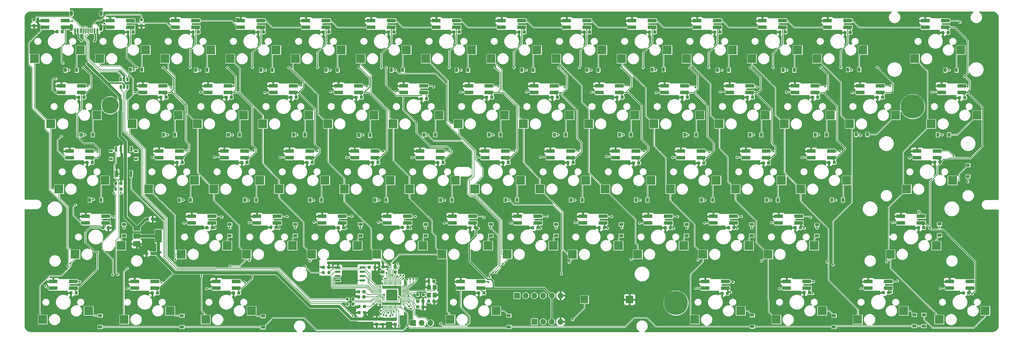
<source format=gbl>
%TF.GenerationSoftware,KiCad,Pcbnew,(5.1.10)-1*%
%TF.CreationDate,2021-09-29T22:37:26-06:00*%
%TF.ProjectId,PyKey60,50794b65-7936-4302-9e6b-696361645f70,1.1a*%
%TF.SameCoordinates,Original*%
%TF.FileFunction,Copper,L2,Bot*%
%TF.FilePolarity,Positive*%
%FSLAX46Y46*%
G04 Gerber Fmt 4.6, Leading zero omitted, Abs format (unit mm)*
G04 Created by KiCad (PCBNEW (5.1.10)-1) date 2021-09-29 22:37:26*
%MOMM*%
%LPD*%
G01*
G04 APERTURE LIST*
%TA.AperFunction,ComponentPad*%
%ADD10C,7.000240*%
%TD*%
%TA.AperFunction,ComponentPad*%
%ADD11C,5.001260*%
%TD*%
%TA.AperFunction,SMDPad,CuDef*%
%ADD12R,2.500000X1.100000*%
%TD*%
%TA.AperFunction,SMDPad,CuDef*%
%ADD13R,2.550000X2.500000*%
%TD*%
%TA.AperFunction,SMDPad,CuDef*%
%ADD14R,2.200000X2.200000*%
%TD*%
%TA.AperFunction,ComponentPad*%
%ADD15O,1.700000X1.700000*%
%TD*%
%TA.AperFunction,ComponentPad*%
%ADD16R,1.700000X1.700000*%
%TD*%
%TA.AperFunction,SMDPad,CuDef*%
%ADD17R,2.000000X1.500000*%
%TD*%
%TA.AperFunction,SMDPad,CuDef*%
%ADD18R,2.000000X3.800000*%
%TD*%
%TA.AperFunction,SMDPad,CuDef*%
%ADD19R,1.200000X1.400000*%
%TD*%
%TA.AperFunction,SMDPad,CuDef*%
%ADD20R,0.600000X1.450000*%
%TD*%
%TA.AperFunction,SMDPad,CuDef*%
%ADD21R,0.300000X1.450000*%
%TD*%
%TA.AperFunction,ComponentPad*%
%ADD22O,1.000000X2.100000*%
%TD*%
%TA.AperFunction,ComponentPad*%
%ADD23O,1.000000X1.600000*%
%TD*%
%TA.AperFunction,SMDPad,CuDef*%
%ADD24R,1.200000X0.900000*%
%TD*%
%TA.AperFunction,SMDPad,CuDef*%
%ADD25R,0.900000X1.200000*%
%TD*%
%TA.AperFunction,ComponentPad*%
%ADD26C,0.600000*%
%TD*%
%TA.AperFunction,SMDPad,CuDef*%
%ADD27R,0.650000X1.060000*%
%TD*%
%TA.AperFunction,SMDPad,CuDef*%
%ADD28R,0.700000X1.500000*%
%TD*%
%TA.AperFunction,SMDPad,CuDef*%
%ADD29R,1.000000X0.800000*%
%TD*%
%TA.AperFunction,ViaPad*%
%ADD30C,0.609600*%
%TD*%
%TA.AperFunction,Conductor*%
%ADD31C,0.152400*%
%TD*%
%TA.AperFunction,Conductor*%
%ADD32C,0.889000*%
%TD*%
%TA.AperFunction,Conductor*%
%ADD33C,0.406400*%
%TD*%
%TA.AperFunction,Conductor*%
%ADD34C,0.254000*%
%TD*%
%TA.AperFunction,Conductor*%
%ADD35C,0.200000*%
%TD*%
%TA.AperFunction,Conductor*%
%ADD36C,0.150000*%
%TD*%
G04 APERTURE END LIST*
%TO.P,C77,2*%
%TO.N,GND*%
%TA.AperFunction,SMDPad,CuDef*%
G36*
G01*
X78796000Y-89953000D02*
X78796000Y-90453000D01*
G75*
G02*
X78571000Y-90678000I-225000J0D01*
G01*
X78121000Y-90678000D01*
G75*
G02*
X77896000Y-90453000I0J225000D01*
G01*
X77896000Y-89953000D01*
G75*
G02*
X78121000Y-89728000I225000J0D01*
G01*
X78571000Y-89728000D01*
G75*
G02*
X78796000Y-89953000I0J-225000D01*
G01*
G37*
%TD.AperFunction*%
%TO.P,C77,1*%
%TO.N,+3V3*%
%TA.AperFunction,SMDPad,CuDef*%
G36*
G01*
X80346000Y-89953000D02*
X80346000Y-90453000D01*
G75*
G02*
X80121000Y-90678000I-225000J0D01*
G01*
X79671000Y-90678000D01*
G75*
G02*
X79446000Y-90453000I0J225000D01*
G01*
X79446000Y-89953000D01*
G75*
G02*
X79671000Y-89728000I225000J0D01*
G01*
X80121000Y-89728000D01*
G75*
G02*
X80346000Y-89953000I0J-225000D01*
G01*
G37*
%TD.AperFunction*%
%TD*%
%TO.P,C76,2*%
%TO.N,GND*%
%TA.AperFunction,SMDPad,CuDef*%
G36*
G01*
X236035000Y-89953000D02*
X236035000Y-90453000D01*
G75*
G02*
X235810000Y-90678000I-225000J0D01*
G01*
X235360000Y-90678000D01*
G75*
G02*
X235135000Y-90453000I0J225000D01*
G01*
X235135000Y-89953000D01*
G75*
G02*
X235360000Y-89728000I225000J0D01*
G01*
X235810000Y-89728000D01*
G75*
G02*
X236035000Y-89953000I0J-225000D01*
G01*
G37*
%TD.AperFunction*%
%TO.P,C76,1*%
%TO.N,+3V3*%
%TA.AperFunction,SMDPad,CuDef*%
G36*
G01*
X237585000Y-89953000D02*
X237585000Y-90453000D01*
G75*
G02*
X237360000Y-90678000I-225000J0D01*
G01*
X236910000Y-90678000D01*
G75*
G02*
X236685000Y-90453000I0J225000D01*
G01*
X236685000Y-89953000D01*
G75*
G02*
X236910000Y-89728000I225000J0D01*
G01*
X237360000Y-89728000D01*
G75*
G02*
X237585000Y-89953000I0J-225000D01*
G01*
G37*
%TD.AperFunction*%
%TD*%
%TO.P,C75,2*%
%TO.N,GND*%
%TA.AperFunction,SMDPad,CuDef*%
G36*
G01*
X255085000Y-89953000D02*
X255085000Y-90453000D01*
G75*
G02*
X254860000Y-90678000I-225000J0D01*
G01*
X254410000Y-90678000D01*
G75*
G02*
X254185000Y-90453000I0J225000D01*
G01*
X254185000Y-89953000D01*
G75*
G02*
X254410000Y-89728000I225000J0D01*
G01*
X254860000Y-89728000D01*
G75*
G02*
X255085000Y-89953000I0J-225000D01*
G01*
G37*
%TD.AperFunction*%
%TO.P,C75,1*%
%TO.N,+3V3*%
%TA.AperFunction,SMDPad,CuDef*%
G36*
G01*
X256635000Y-89953000D02*
X256635000Y-90453000D01*
G75*
G02*
X256410000Y-90678000I-225000J0D01*
G01*
X255960000Y-90678000D01*
G75*
G02*
X255735000Y-90453000I0J225000D01*
G01*
X255735000Y-89953000D01*
G75*
G02*
X255960000Y-89728000I225000J0D01*
G01*
X256410000Y-89728000D01*
G75*
G02*
X256635000Y-89953000I0J-225000D01*
G01*
G37*
%TD.AperFunction*%
%TD*%
%TO.P,C74,2*%
%TO.N,GND*%
%TA.AperFunction,SMDPad,CuDef*%
G36*
G01*
X264584000Y-70903000D02*
X264584000Y-71403000D01*
G75*
G02*
X264359000Y-71628000I-225000J0D01*
G01*
X263909000Y-71628000D01*
G75*
G02*
X263684000Y-71403000I0J225000D01*
G01*
X263684000Y-70903000D01*
G75*
G02*
X263909000Y-70678000I225000J0D01*
G01*
X264359000Y-70678000D01*
G75*
G02*
X264584000Y-70903000I0J-225000D01*
G01*
G37*
%TD.AperFunction*%
%TO.P,C74,1*%
%TO.N,+3V3*%
%TA.AperFunction,SMDPad,CuDef*%
G36*
G01*
X266134000Y-70903000D02*
X266134000Y-71403000D01*
G75*
G02*
X265909000Y-71628000I-225000J0D01*
G01*
X265459000Y-71628000D01*
G75*
G02*
X265234000Y-71403000I0J225000D01*
G01*
X265234000Y-70903000D01*
G75*
G02*
X265459000Y-70678000I225000J0D01*
G01*
X265909000Y-70678000D01*
G75*
G02*
X266134000Y-70903000I0J-225000D01*
G01*
G37*
%TD.AperFunction*%
%TD*%
%TO.P,C73,2*%
%TO.N,GND*%
%TA.AperFunction,SMDPad,CuDef*%
G36*
G01*
X202761000Y-109003000D02*
X202761000Y-109503000D01*
G75*
G02*
X202536000Y-109728000I-225000J0D01*
G01*
X202086000Y-109728000D01*
G75*
G02*
X201861000Y-109503000I0J225000D01*
G01*
X201861000Y-109003000D01*
G75*
G02*
X202086000Y-108778000I225000J0D01*
G01*
X202536000Y-108778000D01*
G75*
G02*
X202761000Y-109003000I0J-225000D01*
G01*
G37*
%TD.AperFunction*%
%TO.P,C73,1*%
%TO.N,+3V3*%
%TA.AperFunction,SMDPad,CuDef*%
G36*
G01*
X204311000Y-109003000D02*
X204311000Y-109503000D01*
G75*
G02*
X204086000Y-109728000I-225000J0D01*
G01*
X203636000Y-109728000D01*
G75*
G02*
X203411000Y-109503000I0J225000D01*
G01*
X203411000Y-109003000D01*
G75*
G02*
X203636000Y-108778000I225000J0D01*
G01*
X204086000Y-108778000D01*
G75*
G02*
X204311000Y-109003000I0J-225000D01*
G01*
G37*
%TD.AperFunction*%
%TD*%
%TO.P,C72,2*%
%TO.N,GND*%
%TA.AperFunction,SMDPad,CuDef*%
G36*
G01*
X245534000Y-70903000D02*
X245534000Y-71403000D01*
G75*
G02*
X245309000Y-71628000I-225000J0D01*
G01*
X244859000Y-71628000D01*
G75*
G02*
X244634000Y-71403000I0J225000D01*
G01*
X244634000Y-70903000D01*
G75*
G02*
X244859000Y-70678000I225000J0D01*
G01*
X245309000Y-70678000D01*
G75*
G02*
X245534000Y-70903000I0J-225000D01*
G01*
G37*
%TD.AperFunction*%
%TO.P,C72,1*%
%TO.N,+3V3*%
%TA.AperFunction,SMDPad,CuDef*%
G36*
G01*
X247084000Y-70903000D02*
X247084000Y-71403000D01*
G75*
G02*
X246859000Y-71628000I-225000J0D01*
G01*
X246409000Y-71628000D01*
G75*
G02*
X246184000Y-71403000I0J225000D01*
G01*
X246184000Y-70903000D01*
G75*
G02*
X246409000Y-70678000I225000J0D01*
G01*
X246859000Y-70678000D01*
G75*
G02*
X247084000Y-70903000I0J-225000D01*
G01*
G37*
%TD.AperFunction*%
%TD*%
%TO.P,C71,2*%
%TO.N,GND*%
%TA.AperFunction,SMDPad,CuDef*%
G36*
G01*
X331259000Y-71030000D02*
X331259000Y-71530000D01*
G75*
G02*
X331034000Y-71755000I-225000J0D01*
G01*
X330584000Y-71755000D01*
G75*
G02*
X330359000Y-71530000I0J225000D01*
G01*
X330359000Y-71030000D01*
G75*
G02*
X330584000Y-70805000I225000J0D01*
G01*
X331034000Y-70805000D01*
G75*
G02*
X331259000Y-71030000I0J-225000D01*
G01*
G37*
%TD.AperFunction*%
%TO.P,C71,1*%
%TO.N,+3V3*%
%TA.AperFunction,SMDPad,CuDef*%
G36*
G01*
X332809000Y-71030000D02*
X332809000Y-71530000D01*
G75*
G02*
X332584000Y-71755000I-225000J0D01*
G01*
X332134000Y-71755000D01*
G75*
G02*
X331909000Y-71530000I0J225000D01*
G01*
X331909000Y-71030000D01*
G75*
G02*
X332134000Y-70805000I225000J0D01*
G01*
X332584000Y-70805000D01*
G75*
G02*
X332809000Y-71030000I0J-225000D01*
G01*
G37*
%TD.AperFunction*%
%TD*%
%TO.P,C70,2*%
%TO.N,GND*%
%TA.AperFunction,SMDPad,CuDef*%
G36*
G01*
X217112000Y-89953000D02*
X217112000Y-90453000D01*
G75*
G02*
X216887000Y-90678000I-225000J0D01*
G01*
X216437000Y-90678000D01*
G75*
G02*
X216212000Y-90453000I0J225000D01*
G01*
X216212000Y-89953000D01*
G75*
G02*
X216437000Y-89728000I225000J0D01*
G01*
X216887000Y-89728000D01*
G75*
G02*
X217112000Y-89953000I0J-225000D01*
G01*
G37*
%TD.AperFunction*%
%TO.P,C70,1*%
%TO.N,+3V3*%
%TA.AperFunction,SMDPad,CuDef*%
G36*
G01*
X218662000Y-89953000D02*
X218662000Y-90453000D01*
G75*
G02*
X218437000Y-90678000I-225000J0D01*
G01*
X217987000Y-90678000D01*
G75*
G02*
X217762000Y-90453000I0J225000D01*
G01*
X217762000Y-89953000D01*
G75*
G02*
X217987000Y-89728000I225000J0D01*
G01*
X218437000Y-89728000D01*
G75*
G02*
X218662000Y-89953000I0J-225000D01*
G01*
G37*
%TD.AperFunction*%
%TD*%
%TO.P,C69,2*%
%TO.N,GND*%
%TA.AperFunction,SMDPad,CuDef*%
G36*
G01*
X283634000Y-70903000D02*
X283634000Y-71403000D01*
G75*
G02*
X283409000Y-71628000I-225000J0D01*
G01*
X282959000Y-71628000D01*
G75*
G02*
X282734000Y-71403000I0J225000D01*
G01*
X282734000Y-70903000D01*
G75*
G02*
X282959000Y-70678000I225000J0D01*
G01*
X283409000Y-70678000D01*
G75*
G02*
X283634000Y-70903000I0J-225000D01*
G01*
G37*
%TD.AperFunction*%
%TO.P,C69,1*%
%TO.N,+3V3*%
%TA.AperFunction,SMDPad,CuDef*%
G36*
G01*
X285184000Y-70903000D02*
X285184000Y-71403000D01*
G75*
G02*
X284959000Y-71628000I-225000J0D01*
G01*
X284509000Y-71628000D01*
G75*
G02*
X284284000Y-71403000I0J225000D01*
G01*
X284284000Y-70903000D01*
G75*
G02*
X284509000Y-70678000I225000J0D01*
G01*
X284959000Y-70678000D01*
G75*
G02*
X285184000Y-70903000I0J-225000D01*
G01*
G37*
%TD.AperFunction*%
%TD*%
%TO.P,C68,2*%
%TO.N,GND*%
%TA.AperFunction,SMDPad,CuDef*%
G36*
G01*
X197935000Y-89953000D02*
X197935000Y-90453000D01*
G75*
G02*
X197710000Y-90678000I-225000J0D01*
G01*
X197260000Y-90678000D01*
G75*
G02*
X197035000Y-90453000I0J225000D01*
G01*
X197035000Y-89953000D01*
G75*
G02*
X197260000Y-89728000I225000J0D01*
G01*
X197710000Y-89728000D01*
G75*
G02*
X197935000Y-89953000I0J-225000D01*
G01*
G37*
%TD.AperFunction*%
%TO.P,C68,1*%
%TO.N,+3V3*%
%TA.AperFunction,SMDPad,CuDef*%
G36*
G01*
X199485000Y-89953000D02*
X199485000Y-90453000D01*
G75*
G02*
X199260000Y-90678000I-225000J0D01*
G01*
X198810000Y-90678000D01*
G75*
G02*
X198585000Y-90453000I0J225000D01*
G01*
X198585000Y-89953000D01*
G75*
G02*
X198810000Y-89728000I225000J0D01*
G01*
X199260000Y-89728000D01*
G75*
G02*
X199485000Y-89953000I0J-225000D01*
G01*
G37*
%TD.AperFunction*%
%TD*%
%TO.P,C67,2*%
%TO.N,GND*%
%TA.AperFunction,SMDPad,CuDef*%
G36*
G01*
X183711000Y-109003000D02*
X183711000Y-109503000D01*
G75*
G02*
X183486000Y-109728000I-225000J0D01*
G01*
X183036000Y-109728000D01*
G75*
G02*
X182811000Y-109503000I0J225000D01*
G01*
X182811000Y-109003000D01*
G75*
G02*
X183036000Y-108778000I225000J0D01*
G01*
X183486000Y-108778000D01*
G75*
G02*
X183711000Y-109003000I0J-225000D01*
G01*
G37*
%TD.AperFunction*%
%TO.P,C67,1*%
%TO.N,+3V3*%
%TA.AperFunction,SMDPad,CuDef*%
G36*
G01*
X185261000Y-109003000D02*
X185261000Y-109503000D01*
G75*
G02*
X185036000Y-109728000I-225000J0D01*
G01*
X184586000Y-109728000D01*
G75*
G02*
X184361000Y-109503000I0J225000D01*
G01*
X184361000Y-109003000D01*
G75*
G02*
X184586000Y-108778000I225000J0D01*
G01*
X185036000Y-108778000D01*
G75*
G02*
X185261000Y-109003000I0J-225000D01*
G01*
G37*
%TD.AperFunction*%
%TD*%
%TO.P,C66,2*%
%TO.N,GND*%
%TA.AperFunction,SMDPad,CuDef*%
G36*
G01*
X221684000Y-109003000D02*
X221684000Y-109503000D01*
G75*
G02*
X221459000Y-109728000I-225000J0D01*
G01*
X221009000Y-109728000D01*
G75*
G02*
X220784000Y-109503000I0J225000D01*
G01*
X220784000Y-109003000D01*
G75*
G02*
X221009000Y-108778000I225000J0D01*
G01*
X221459000Y-108778000D01*
G75*
G02*
X221684000Y-109003000I0J-225000D01*
G01*
G37*
%TD.AperFunction*%
%TO.P,C66,1*%
%TO.N,+3V3*%
%TA.AperFunction,SMDPad,CuDef*%
G36*
G01*
X223234000Y-109003000D02*
X223234000Y-109503000D01*
G75*
G02*
X223009000Y-109728000I-225000J0D01*
G01*
X222559000Y-109728000D01*
G75*
G02*
X222334000Y-109503000I0J225000D01*
G01*
X222334000Y-109003000D01*
G75*
G02*
X222559000Y-108778000I225000J0D01*
G01*
X223009000Y-108778000D01*
G75*
G02*
X223234000Y-109003000I0J-225000D01*
G01*
G37*
%TD.AperFunction*%
%TD*%
%TO.P,C65,2*%
%TO.N,GND*%
%TA.AperFunction,SMDPad,CuDef*%
G36*
G01*
X226510000Y-70903000D02*
X226510000Y-71403000D01*
G75*
G02*
X226285000Y-71628000I-225000J0D01*
G01*
X225835000Y-71628000D01*
G75*
G02*
X225610000Y-71403000I0J225000D01*
G01*
X225610000Y-70903000D01*
G75*
G02*
X225835000Y-70678000I225000J0D01*
G01*
X226285000Y-70678000D01*
G75*
G02*
X226510000Y-70903000I0J-225000D01*
G01*
G37*
%TD.AperFunction*%
%TO.P,C65,1*%
%TO.N,+3V3*%
%TA.AperFunction,SMDPad,CuDef*%
G36*
G01*
X228060000Y-70903000D02*
X228060000Y-71403000D01*
G75*
G02*
X227835000Y-71628000I-225000J0D01*
G01*
X227385000Y-71628000D01*
G75*
G02*
X227160000Y-71403000I0J225000D01*
G01*
X227160000Y-70903000D01*
G75*
G02*
X227385000Y-70678000I225000J0D01*
G01*
X227835000Y-70678000D01*
G75*
G02*
X228060000Y-70903000I0J-225000D01*
G01*
G37*
%TD.AperFunction*%
%TD*%
%TO.P,C64,2*%
%TO.N,GND*%
%TA.AperFunction,SMDPad,CuDef*%
G36*
G01*
X302684000Y-71030000D02*
X302684000Y-71530000D01*
G75*
G02*
X302459000Y-71755000I-225000J0D01*
G01*
X302009000Y-71755000D01*
G75*
G02*
X301784000Y-71530000I0J225000D01*
G01*
X301784000Y-71030000D01*
G75*
G02*
X302009000Y-70805000I225000J0D01*
G01*
X302459000Y-70805000D01*
G75*
G02*
X302684000Y-71030000I0J-225000D01*
G01*
G37*
%TD.AperFunction*%
%TO.P,C64,1*%
%TO.N,+3V3*%
%TA.AperFunction,SMDPad,CuDef*%
G36*
G01*
X304234000Y-71030000D02*
X304234000Y-71530000D01*
G75*
G02*
X304009000Y-71755000I-225000J0D01*
G01*
X303559000Y-71755000D01*
G75*
G02*
X303334000Y-71530000I0J225000D01*
G01*
X303334000Y-71030000D01*
G75*
G02*
X303559000Y-70805000I225000J0D01*
G01*
X304009000Y-70805000D01*
G75*
G02*
X304234000Y-71030000I0J-225000D01*
G01*
G37*
%TD.AperFunction*%
%TD*%
%TO.P,C63,2*%
%TO.N,GND*%
%TA.AperFunction,SMDPad,CuDef*%
G36*
G01*
X159835000Y-89953000D02*
X159835000Y-90453000D01*
G75*
G02*
X159610000Y-90678000I-225000J0D01*
G01*
X159160000Y-90678000D01*
G75*
G02*
X158935000Y-90453000I0J225000D01*
G01*
X158935000Y-89953000D01*
G75*
G02*
X159160000Y-89728000I225000J0D01*
G01*
X159610000Y-89728000D01*
G75*
G02*
X159835000Y-89953000I0J-225000D01*
G01*
G37*
%TD.AperFunction*%
%TO.P,C63,1*%
%TO.N,+3V3*%
%TA.AperFunction,SMDPad,CuDef*%
G36*
G01*
X161385000Y-89953000D02*
X161385000Y-90453000D01*
G75*
G02*
X161160000Y-90678000I-225000J0D01*
G01*
X160710000Y-90678000D01*
G75*
G02*
X160485000Y-90453000I0J225000D01*
G01*
X160485000Y-89953000D01*
G75*
G02*
X160710000Y-89728000I225000J0D01*
G01*
X161160000Y-89728000D01*
G75*
G02*
X161385000Y-89953000I0J-225000D01*
G01*
G37*
%TD.AperFunction*%
%TD*%
%TO.P,C62,2*%
%TO.N,GND*%
%TA.AperFunction,SMDPad,CuDef*%
G36*
G01*
X112184000Y-70903000D02*
X112184000Y-71403000D01*
G75*
G02*
X111959000Y-71628000I-225000J0D01*
G01*
X111509000Y-71628000D01*
G75*
G02*
X111284000Y-71403000I0J225000D01*
G01*
X111284000Y-70903000D01*
G75*
G02*
X111509000Y-70678000I225000J0D01*
G01*
X111959000Y-70678000D01*
G75*
G02*
X112184000Y-70903000I0J-225000D01*
G01*
G37*
%TD.AperFunction*%
%TO.P,C62,1*%
%TO.N,+3V3*%
%TA.AperFunction,SMDPad,CuDef*%
G36*
G01*
X113734000Y-70903000D02*
X113734000Y-71403000D01*
G75*
G02*
X113509000Y-71628000I-225000J0D01*
G01*
X113059000Y-71628000D01*
G75*
G02*
X112834000Y-71403000I0J225000D01*
G01*
X112834000Y-70903000D01*
G75*
G02*
X113059000Y-70678000I225000J0D01*
G01*
X113509000Y-70678000D01*
G75*
G02*
X113734000Y-70903000I0J-225000D01*
G01*
G37*
%TD.AperFunction*%
%TD*%
%TO.P,C61,2*%
%TO.N,GND*%
%TA.AperFunction,SMDPad,CuDef*%
G36*
G01*
X145484000Y-109003000D02*
X145484000Y-109503000D01*
G75*
G02*
X145259000Y-109728000I-225000J0D01*
G01*
X144809000Y-109728000D01*
G75*
G02*
X144584000Y-109503000I0J225000D01*
G01*
X144584000Y-109003000D01*
G75*
G02*
X144809000Y-108778000I225000J0D01*
G01*
X145259000Y-108778000D01*
G75*
G02*
X145484000Y-109003000I0J-225000D01*
G01*
G37*
%TD.AperFunction*%
%TO.P,C61,1*%
%TO.N,+3V3*%
%TA.AperFunction,SMDPad,CuDef*%
G36*
G01*
X147034000Y-109003000D02*
X147034000Y-109503000D01*
G75*
G02*
X146809000Y-109728000I-225000J0D01*
G01*
X146359000Y-109728000D01*
G75*
G02*
X146134000Y-109503000I0J225000D01*
G01*
X146134000Y-109003000D01*
G75*
G02*
X146359000Y-108778000I225000J0D01*
G01*
X146809000Y-108778000D01*
G75*
G02*
X147034000Y-109003000I0J-225000D01*
G01*
G37*
%TD.AperFunction*%
%TD*%
%TO.P,C60,2*%
%TO.N,GND*%
%TA.AperFunction,SMDPad,CuDef*%
G36*
G01*
X178872000Y-90334000D02*
X178872000Y-90834000D01*
G75*
G02*
X178647000Y-91059000I-225000J0D01*
G01*
X178197000Y-91059000D01*
G75*
G02*
X177972000Y-90834000I0J225000D01*
G01*
X177972000Y-90334000D01*
G75*
G02*
X178197000Y-90109000I225000J0D01*
G01*
X178647000Y-90109000D01*
G75*
G02*
X178872000Y-90334000I0J-225000D01*
G01*
G37*
%TD.AperFunction*%
%TO.P,C60,1*%
%TO.N,+3V3*%
%TA.AperFunction,SMDPad,CuDef*%
G36*
G01*
X180422000Y-90334000D02*
X180422000Y-90834000D01*
G75*
G02*
X180197000Y-91059000I-225000J0D01*
G01*
X179747000Y-91059000D01*
G75*
G02*
X179522000Y-90834000I0J225000D01*
G01*
X179522000Y-90334000D01*
G75*
G02*
X179747000Y-90109000I225000J0D01*
G01*
X180197000Y-90109000D01*
G75*
G02*
X180422000Y-90334000I0J-225000D01*
G01*
G37*
%TD.AperFunction*%
%TD*%
%TO.P,C59,2*%
%TO.N,GND*%
%TA.AperFunction,SMDPad,CuDef*%
G36*
G01*
X240861000Y-109130000D02*
X240861000Y-109630000D01*
G75*
G02*
X240636000Y-109855000I-225000J0D01*
G01*
X240186000Y-109855000D01*
G75*
G02*
X239961000Y-109630000I0J225000D01*
G01*
X239961000Y-109130000D01*
G75*
G02*
X240186000Y-108905000I225000J0D01*
G01*
X240636000Y-108905000D01*
G75*
G02*
X240861000Y-109130000I0J-225000D01*
G01*
G37*
%TD.AperFunction*%
%TO.P,C59,1*%
%TO.N,+3V3*%
%TA.AperFunction,SMDPad,CuDef*%
G36*
G01*
X242411000Y-109130000D02*
X242411000Y-109630000D01*
G75*
G02*
X242186000Y-109855000I-225000J0D01*
G01*
X241736000Y-109855000D01*
G75*
G02*
X241511000Y-109630000I0J225000D01*
G01*
X241511000Y-109130000D01*
G75*
G02*
X241736000Y-108905000I225000J0D01*
G01*
X242186000Y-108905000D01*
G75*
G02*
X242411000Y-109130000I0J-225000D01*
G01*
G37*
%TD.AperFunction*%
%TD*%
%TO.P,C58,2*%
%TO.N,GND*%
%TA.AperFunction,SMDPad,CuDef*%
G36*
G01*
X259911000Y-109130000D02*
X259911000Y-109630000D01*
G75*
G02*
X259686000Y-109855000I-225000J0D01*
G01*
X259236000Y-109855000D01*
G75*
G02*
X259011000Y-109630000I0J225000D01*
G01*
X259011000Y-109130000D01*
G75*
G02*
X259236000Y-108905000I225000J0D01*
G01*
X259686000Y-108905000D01*
G75*
G02*
X259911000Y-109130000I0J-225000D01*
G01*
G37*
%TD.AperFunction*%
%TO.P,C58,1*%
%TO.N,+3V3*%
%TA.AperFunction,SMDPad,CuDef*%
G36*
G01*
X261461000Y-109130000D02*
X261461000Y-109630000D01*
G75*
G02*
X261236000Y-109855000I-225000J0D01*
G01*
X260786000Y-109855000D01*
G75*
G02*
X260561000Y-109630000I0J225000D01*
G01*
X260561000Y-109130000D01*
G75*
G02*
X260786000Y-108905000I225000J0D01*
G01*
X261236000Y-108905000D01*
G75*
G02*
X261461000Y-109130000I0J-225000D01*
G01*
G37*
%TD.AperFunction*%
%TD*%
%TO.P,C57,2*%
%TO.N,GND*%
%TA.AperFunction,SMDPad,CuDef*%
G36*
G01*
X207434000Y-70903000D02*
X207434000Y-71403000D01*
G75*
G02*
X207209000Y-71628000I-225000J0D01*
G01*
X206759000Y-71628000D01*
G75*
G02*
X206534000Y-71403000I0J225000D01*
G01*
X206534000Y-70903000D01*
G75*
G02*
X206759000Y-70678000I225000J0D01*
G01*
X207209000Y-70678000D01*
G75*
G02*
X207434000Y-70903000I0J-225000D01*
G01*
G37*
%TD.AperFunction*%
%TO.P,C57,1*%
%TO.N,+3V3*%
%TA.AperFunction,SMDPad,CuDef*%
G36*
G01*
X208984000Y-70903000D02*
X208984000Y-71403000D01*
G75*
G02*
X208759000Y-71628000I-225000J0D01*
G01*
X208309000Y-71628000D01*
G75*
G02*
X208084000Y-71403000I0J225000D01*
G01*
X208084000Y-70903000D01*
G75*
G02*
X208309000Y-70678000I225000J0D01*
G01*
X208759000Y-70678000D01*
G75*
G02*
X208984000Y-70903000I0J-225000D01*
G01*
G37*
%TD.AperFunction*%
%TD*%
%TO.P,C56,2*%
%TO.N,GND*%
%TA.AperFunction,SMDPad,CuDef*%
G36*
G01*
X193109000Y-128053000D02*
X193109000Y-128553000D01*
G75*
G02*
X192884000Y-128778000I-225000J0D01*
G01*
X192434000Y-128778000D01*
G75*
G02*
X192209000Y-128553000I0J225000D01*
G01*
X192209000Y-128053000D01*
G75*
G02*
X192434000Y-127828000I225000J0D01*
G01*
X192884000Y-127828000D01*
G75*
G02*
X193109000Y-128053000I0J-225000D01*
G01*
G37*
%TD.AperFunction*%
%TO.P,C56,1*%
%TO.N,+3V3*%
%TA.AperFunction,SMDPad,CuDef*%
G36*
G01*
X194659000Y-128053000D02*
X194659000Y-128553000D01*
G75*
G02*
X194434000Y-128778000I-225000J0D01*
G01*
X193984000Y-128778000D01*
G75*
G02*
X193759000Y-128553000I0J225000D01*
G01*
X193759000Y-128053000D01*
G75*
G02*
X193984000Y-127828000I225000J0D01*
G01*
X194434000Y-127828000D01*
G75*
G02*
X194659000Y-128053000I0J-225000D01*
G01*
G37*
%TD.AperFunction*%
%TD*%
%TO.P,C55,2*%
%TO.N,GND*%
%TA.AperFunction,SMDPad,CuDef*%
G36*
G01*
X131234000Y-70903000D02*
X131234000Y-71403000D01*
G75*
G02*
X131009000Y-71628000I-225000J0D01*
G01*
X130559000Y-71628000D01*
G75*
G02*
X130334000Y-71403000I0J225000D01*
G01*
X130334000Y-70903000D01*
G75*
G02*
X130559000Y-70678000I225000J0D01*
G01*
X131009000Y-70678000D01*
G75*
G02*
X131234000Y-70903000I0J-225000D01*
G01*
G37*
%TD.AperFunction*%
%TO.P,C55,1*%
%TO.N,+3V3*%
%TA.AperFunction,SMDPad,CuDef*%
G36*
G01*
X132784000Y-70903000D02*
X132784000Y-71403000D01*
G75*
G02*
X132559000Y-71628000I-225000J0D01*
G01*
X132109000Y-71628000D01*
G75*
G02*
X131884000Y-71403000I0J225000D01*
G01*
X131884000Y-70903000D01*
G75*
G02*
X132109000Y-70678000I225000J0D01*
G01*
X132559000Y-70678000D01*
G75*
G02*
X132784000Y-70903000I0J-225000D01*
G01*
G37*
%TD.AperFunction*%
%TD*%
%TO.P,C54,2*%
%TO.N,GND*%
%TA.AperFunction,SMDPad,CuDef*%
G36*
G01*
X140785000Y-89953000D02*
X140785000Y-90453000D01*
G75*
G02*
X140560000Y-90678000I-225000J0D01*
G01*
X140110000Y-90678000D01*
G75*
G02*
X139885000Y-90453000I0J225000D01*
G01*
X139885000Y-89953000D01*
G75*
G02*
X140110000Y-89728000I225000J0D01*
G01*
X140560000Y-89728000D01*
G75*
G02*
X140785000Y-89953000I0J-225000D01*
G01*
G37*
%TD.AperFunction*%
%TO.P,C54,1*%
%TO.N,+3V3*%
%TA.AperFunction,SMDPad,CuDef*%
G36*
G01*
X142335000Y-89953000D02*
X142335000Y-90453000D01*
G75*
G02*
X142110000Y-90678000I-225000J0D01*
G01*
X141660000Y-90678000D01*
G75*
G02*
X141435000Y-90453000I0J225000D01*
G01*
X141435000Y-89953000D01*
G75*
G02*
X141660000Y-89728000I225000J0D01*
G01*
X142110000Y-89728000D01*
G75*
G02*
X142335000Y-89953000I0J-225000D01*
G01*
G37*
%TD.AperFunction*%
%TD*%
%TO.P,C53,2*%
%TO.N,GND*%
%TA.AperFunction,SMDPad,CuDef*%
G36*
G01*
X164661000Y-109003000D02*
X164661000Y-109503000D01*
G75*
G02*
X164436000Y-109728000I-225000J0D01*
G01*
X163986000Y-109728000D01*
G75*
G02*
X163761000Y-109503000I0J225000D01*
G01*
X163761000Y-109003000D01*
G75*
G02*
X163986000Y-108778000I225000J0D01*
G01*
X164436000Y-108778000D01*
G75*
G02*
X164661000Y-109003000I0J-225000D01*
G01*
G37*
%TD.AperFunction*%
%TO.P,C53,1*%
%TO.N,+3V3*%
%TA.AperFunction,SMDPad,CuDef*%
G36*
G01*
X166211000Y-109003000D02*
X166211000Y-109503000D01*
G75*
G02*
X165986000Y-109728000I-225000J0D01*
G01*
X165536000Y-109728000D01*
G75*
G02*
X165311000Y-109503000I0J225000D01*
G01*
X165311000Y-109003000D01*
G75*
G02*
X165536000Y-108778000I225000J0D01*
G01*
X165986000Y-108778000D01*
G75*
G02*
X166211000Y-109003000I0J-225000D01*
G01*
G37*
%TD.AperFunction*%
%TD*%
%TO.P,C52,2*%
%TO.N,GND*%
%TA.AperFunction,SMDPad,CuDef*%
G36*
G01*
X274135000Y-89953000D02*
X274135000Y-90453000D01*
G75*
G02*
X273910000Y-90678000I-225000J0D01*
G01*
X273460000Y-90678000D01*
G75*
G02*
X273235000Y-90453000I0J225000D01*
G01*
X273235000Y-89953000D01*
G75*
G02*
X273460000Y-89728000I225000J0D01*
G01*
X273910000Y-89728000D01*
G75*
G02*
X274135000Y-89953000I0J-225000D01*
G01*
G37*
%TD.AperFunction*%
%TO.P,C52,1*%
%TO.N,+3V3*%
%TA.AperFunction,SMDPad,CuDef*%
G36*
G01*
X275685000Y-89953000D02*
X275685000Y-90453000D01*
G75*
G02*
X275460000Y-90678000I-225000J0D01*
G01*
X275010000Y-90678000D01*
G75*
G02*
X274785000Y-90453000I0J225000D01*
G01*
X274785000Y-89953000D01*
G75*
G02*
X275010000Y-89728000I225000J0D01*
G01*
X275460000Y-89728000D01*
G75*
G02*
X275685000Y-89953000I0J-225000D01*
G01*
G37*
%TD.AperFunction*%
%TD*%
%TO.P,C51,2*%
%TO.N,GND*%
%TA.AperFunction,SMDPad,CuDef*%
G36*
G01*
X211384000Y-128053000D02*
X211384000Y-128553000D01*
G75*
G02*
X211159000Y-128778000I-225000J0D01*
G01*
X210709000Y-128778000D01*
G75*
G02*
X210484000Y-128553000I0J225000D01*
G01*
X210484000Y-128053000D01*
G75*
G02*
X210709000Y-127828000I225000J0D01*
G01*
X211159000Y-127828000D01*
G75*
G02*
X211384000Y-128053000I0J-225000D01*
G01*
G37*
%TD.AperFunction*%
%TO.P,C51,1*%
%TO.N,+3V3*%
%TA.AperFunction,SMDPad,CuDef*%
G36*
G01*
X212934000Y-128053000D02*
X212934000Y-128553000D01*
G75*
G02*
X212709000Y-128778000I-225000J0D01*
G01*
X212259000Y-128778000D01*
G75*
G02*
X212034000Y-128553000I0J225000D01*
G01*
X212034000Y-128053000D01*
G75*
G02*
X212259000Y-127828000I225000J0D01*
G01*
X212709000Y-127828000D01*
G75*
G02*
X212934000Y-128053000I0J-225000D01*
G01*
G37*
%TD.AperFunction*%
%TD*%
%TO.P,C50,2*%
%TO.N,GND*%
%TA.AperFunction,SMDPad,CuDef*%
G36*
G01*
X230828000Y-128053000D02*
X230828000Y-128553000D01*
G75*
G02*
X230603000Y-128778000I-225000J0D01*
G01*
X230153000Y-128778000D01*
G75*
G02*
X229928000Y-128553000I0J225000D01*
G01*
X229928000Y-128053000D01*
G75*
G02*
X230153000Y-127828000I225000J0D01*
G01*
X230603000Y-127828000D01*
G75*
G02*
X230828000Y-128053000I0J-225000D01*
G01*
G37*
%TD.AperFunction*%
%TO.P,C50,1*%
%TO.N,+3V3*%
%TA.AperFunction,SMDPad,CuDef*%
G36*
G01*
X232378000Y-128053000D02*
X232378000Y-128553000D01*
G75*
G02*
X232153000Y-128778000I-225000J0D01*
G01*
X231703000Y-128778000D01*
G75*
G02*
X231478000Y-128553000I0J225000D01*
G01*
X231478000Y-128053000D01*
G75*
G02*
X231703000Y-127828000I225000J0D01*
G01*
X232153000Y-127828000D01*
G75*
G02*
X232378000Y-128053000I0J-225000D01*
G01*
G37*
%TD.AperFunction*%
%TD*%
%TO.P,C49,2*%
%TO.N,GND*%
%TA.AperFunction,SMDPad,CuDef*%
G36*
G01*
X188410000Y-70903000D02*
X188410000Y-71403000D01*
G75*
G02*
X188185000Y-71628000I-225000J0D01*
G01*
X187735000Y-71628000D01*
G75*
G02*
X187510000Y-71403000I0J225000D01*
G01*
X187510000Y-70903000D01*
G75*
G02*
X187735000Y-70678000I225000J0D01*
G01*
X188185000Y-70678000D01*
G75*
G02*
X188410000Y-70903000I0J-225000D01*
G01*
G37*
%TD.AperFunction*%
%TO.P,C49,1*%
%TO.N,+3V3*%
%TA.AperFunction,SMDPad,CuDef*%
G36*
G01*
X189960000Y-70903000D02*
X189960000Y-71403000D01*
G75*
G02*
X189735000Y-71628000I-225000J0D01*
G01*
X189285000Y-71628000D01*
G75*
G02*
X189060000Y-71403000I0J225000D01*
G01*
X189060000Y-70903000D01*
G75*
G02*
X189285000Y-70678000I225000J0D01*
G01*
X189735000Y-70678000D01*
G75*
G02*
X189960000Y-70903000I0J-225000D01*
G01*
G37*
%TD.AperFunction*%
%TD*%
%TO.P,C48,2*%
%TO.N,GND*%
%TA.AperFunction,SMDPad,CuDef*%
G36*
G01*
X154628000Y-128053000D02*
X154628000Y-128553000D01*
G75*
G02*
X154403000Y-128778000I-225000J0D01*
G01*
X153953000Y-128778000D01*
G75*
G02*
X153728000Y-128553000I0J225000D01*
G01*
X153728000Y-128053000D01*
G75*
G02*
X153953000Y-127828000I225000J0D01*
G01*
X154403000Y-127828000D01*
G75*
G02*
X154628000Y-128053000I0J-225000D01*
G01*
G37*
%TD.AperFunction*%
%TO.P,C48,1*%
%TO.N,+3V3*%
%TA.AperFunction,SMDPad,CuDef*%
G36*
G01*
X156178000Y-128053000D02*
X156178000Y-128553000D01*
G75*
G02*
X155953000Y-128778000I-225000J0D01*
G01*
X155503000Y-128778000D01*
G75*
G02*
X155278000Y-128553000I0J225000D01*
G01*
X155278000Y-128053000D01*
G75*
G02*
X155503000Y-127828000I225000J0D01*
G01*
X155953000Y-127828000D01*
G75*
G02*
X156178000Y-128053000I0J-225000D01*
G01*
G37*
%TD.AperFunction*%
%TD*%
%TO.P,C47,2*%
%TO.N,GND*%
%TA.AperFunction,SMDPad,CuDef*%
G36*
G01*
X93147000Y-70903000D02*
X93147000Y-71403000D01*
G75*
G02*
X92922000Y-71628000I-225000J0D01*
G01*
X92472000Y-71628000D01*
G75*
G02*
X92247000Y-71403000I0J225000D01*
G01*
X92247000Y-70903000D01*
G75*
G02*
X92472000Y-70678000I225000J0D01*
G01*
X92922000Y-70678000D01*
G75*
G02*
X93147000Y-70903000I0J-225000D01*
G01*
G37*
%TD.AperFunction*%
%TO.P,C47,1*%
%TO.N,+3V3*%
%TA.AperFunction,SMDPad,CuDef*%
G36*
G01*
X94697000Y-70903000D02*
X94697000Y-71403000D01*
G75*
G02*
X94472000Y-71628000I-225000J0D01*
G01*
X94022000Y-71628000D01*
G75*
G02*
X93797000Y-71403000I0J225000D01*
G01*
X93797000Y-70903000D01*
G75*
G02*
X94022000Y-70678000I225000J0D01*
G01*
X94472000Y-70678000D01*
G75*
G02*
X94697000Y-70903000I0J-225000D01*
G01*
G37*
%TD.AperFunction*%
%TD*%
%TO.P,C46,2*%
%TO.N,GND*%
%TA.AperFunction,SMDPad,CuDef*%
G36*
G01*
X121862000Y-89953000D02*
X121862000Y-90453000D01*
G75*
G02*
X121637000Y-90678000I-225000J0D01*
G01*
X121187000Y-90678000D01*
G75*
G02*
X120962000Y-90453000I0J225000D01*
G01*
X120962000Y-89953000D01*
G75*
G02*
X121187000Y-89728000I225000J0D01*
G01*
X121637000Y-89728000D01*
G75*
G02*
X121862000Y-89953000I0J-225000D01*
G01*
G37*
%TD.AperFunction*%
%TO.P,C46,1*%
%TO.N,+3V3*%
%TA.AperFunction,SMDPad,CuDef*%
G36*
G01*
X123412000Y-89953000D02*
X123412000Y-90453000D01*
G75*
G02*
X123187000Y-90678000I-225000J0D01*
G01*
X122737000Y-90678000D01*
G75*
G02*
X122512000Y-90453000I0J225000D01*
G01*
X122512000Y-89953000D01*
G75*
G02*
X122737000Y-89728000I225000J0D01*
G01*
X123187000Y-89728000D01*
G75*
G02*
X123412000Y-89953000I0J-225000D01*
G01*
G37*
%TD.AperFunction*%
%TD*%
%TO.P,C45,2*%
%TO.N,GND*%
%TA.AperFunction,SMDPad,CuDef*%
G36*
G01*
X173398000Y-127926000D02*
X173398000Y-128426000D01*
G75*
G02*
X173173000Y-128651000I-225000J0D01*
G01*
X172723000Y-128651000D01*
G75*
G02*
X172498000Y-128426000I0J225000D01*
G01*
X172498000Y-127926000D01*
G75*
G02*
X172723000Y-127701000I225000J0D01*
G01*
X173173000Y-127701000D01*
G75*
G02*
X173398000Y-127926000I0J-225000D01*
G01*
G37*
%TD.AperFunction*%
%TO.P,C45,1*%
%TO.N,+3V3*%
%TA.AperFunction,SMDPad,CuDef*%
G36*
G01*
X174948000Y-127926000D02*
X174948000Y-128426000D01*
G75*
G02*
X174723000Y-128651000I-225000J0D01*
G01*
X174273000Y-128651000D01*
G75*
G02*
X174048000Y-128426000I0J225000D01*
G01*
X174048000Y-127926000D01*
G75*
G02*
X174273000Y-127701000I225000J0D01*
G01*
X174723000Y-127701000D01*
G75*
G02*
X174948000Y-127926000I0J-225000D01*
G01*
G37*
%TD.AperFunction*%
%TD*%
%TO.P,C44,2*%
%TO.N,GND*%
%TA.AperFunction,SMDPad,CuDef*%
G36*
G01*
X293185000Y-89953000D02*
X293185000Y-90453000D01*
G75*
G02*
X292960000Y-90678000I-225000J0D01*
G01*
X292510000Y-90678000D01*
G75*
G02*
X292285000Y-90453000I0J225000D01*
G01*
X292285000Y-89953000D01*
G75*
G02*
X292510000Y-89728000I225000J0D01*
G01*
X292960000Y-89728000D01*
G75*
G02*
X293185000Y-89953000I0J-225000D01*
G01*
G37*
%TD.AperFunction*%
%TO.P,C44,1*%
%TO.N,+3V3*%
%TA.AperFunction,SMDPad,CuDef*%
G36*
G01*
X294735000Y-89953000D02*
X294735000Y-90453000D01*
G75*
G02*
X294510000Y-90678000I-225000J0D01*
G01*
X294060000Y-90678000D01*
G75*
G02*
X293835000Y-90453000I0J225000D01*
G01*
X293835000Y-89953000D01*
G75*
G02*
X294060000Y-89728000I225000J0D01*
G01*
X294510000Y-89728000D01*
G75*
G02*
X294735000Y-89953000I0J-225000D01*
G01*
G37*
%TD.AperFunction*%
%TD*%
%TO.P,C43,2*%
%TO.N,GND*%
%TA.AperFunction,SMDPad,CuDef*%
G36*
G01*
X250132000Y-128053000D02*
X250132000Y-128553000D01*
G75*
G02*
X249907000Y-128778000I-225000J0D01*
G01*
X249457000Y-128778000D01*
G75*
G02*
X249232000Y-128553000I0J225000D01*
G01*
X249232000Y-128053000D01*
G75*
G02*
X249457000Y-127828000I225000J0D01*
G01*
X249907000Y-127828000D01*
G75*
G02*
X250132000Y-128053000I0J-225000D01*
G01*
G37*
%TD.AperFunction*%
%TO.P,C43,1*%
%TO.N,+3V3*%
%TA.AperFunction,SMDPad,CuDef*%
G36*
G01*
X251682000Y-128053000D02*
X251682000Y-128553000D01*
G75*
G02*
X251457000Y-128778000I-225000J0D01*
G01*
X251007000Y-128778000D01*
G75*
G02*
X250782000Y-128553000I0J225000D01*
G01*
X250782000Y-128053000D01*
G75*
G02*
X251007000Y-127828000I225000J0D01*
G01*
X251457000Y-127828000D01*
G75*
G02*
X251682000Y-128053000I0J-225000D01*
G01*
G37*
%TD.AperFunction*%
%TD*%
%TO.P,C42,2*%
%TO.N,GND*%
%TA.AperFunction,SMDPad,CuDef*%
G36*
G01*
X195649000Y-147103000D02*
X195649000Y-147603000D01*
G75*
G02*
X195424000Y-147828000I-225000J0D01*
G01*
X194974000Y-147828000D01*
G75*
G02*
X194749000Y-147603000I0J225000D01*
G01*
X194749000Y-147103000D01*
G75*
G02*
X194974000Y-146878000I225000J0D01*
G01*
X195424000Y-146878000D01*
G75*
G02*
X195649000Y-147103000I0J-225000D01*
G01*
G37*
%TD.AperFunction*%
%TO.P,C42,1*%
%TO.N,+3V3*%
%TA.AperFunction,SMDPad,CuDef*%
G36*
G01*
X197199000Y-147103000D02*
X197199000Y-147603000D01*
G75*
G02*
X196974000Y-147828000I-225000J0D01*
G01*
X196524000Y-147828000D01*
G75*
G02*
X196299000Y-147603000I0J225000D01*
G01*
X196299000Y-147103000D01*
G75*
G02*
X196524000Y-146878000I225000J0D01*
G01*
X196974000Y-146878000D01*
G75*
G02*
X197199000Y-147103000I0J-225000D01*
G01*
G37*
%TD.AperFunction*%
%TD*%
%TO.P,C41,2*%
%TO.N,GND*%
%TA.AperFunction,SMDPad,CuDef*%
G36*
G01*
X72446000Y-70776000D02*
X72446000Y-71276000D01*
G75*
G02*
X72221000Y-71501000I-225000J0D01*
G01*
X71771000Y-71501000D01*
G75*
G02*
X71546000Y-71276000I0J225000D01*
G01*
X71546000Y-70776000D01*
G75*
G02*
X71771000Y-70551000I225000J0D01*
G01*
X72221000Y-70551000D01*
G75*
G02*
X72446000Y-70776000I0J-225000D01*
G01*
G37*
%TD.AperFunction*%
%TO.P,C41,1*%
%TO.N,+3V3*%
%TA.AperFunction,SMDPad,CuDef*%
G36*
G01*
X73996000Y-70776000D02*
X73996000Y-71276000D01*
G75*
G02*
X73771000Y-71501000I-225000J0D01*
G01*
X73321000Y-71501000D01*
G75*
G02*
X73096000Y-71276000I0J225000D01*
G01*
X73096000Y-70776000D01*
G75*
G02*
X73321000Y-70551000I225000J0D01*
G01*
X73771000Y-70551000D01*
G75*
G02*
X73996000Y-70776000I0J-225000D01*
G01*
G37*
%TD.AperFunction*%
%TD*%
%TO.P,C40,2*%
%TO.N,GND*%
%TA.AperFunction,SMDPad,CuDef*%
G36*
G01*
X81222000Y-109003000D02*
X81222000Y-109503000D01*
G75*
G02*
X80997000Y-109728000I-225000J0D01*
G01*
X80547000Y-109728000D01*
G75*
G02*
X80322000Y-109503000I0J225000D01*
G01*
X80322000Y-109003000D01*
G75*
G02*
X80547000Y-108778000I225000J0D01*
G01*
X80997000Y-108778000D01*
G75*
G02*
X81222000Y-109003000I0J-225000D01*
G01*
G37*
%TD.AperFunction*%
%TO.P,C40,1*%
%TO.N,+3V3*%
%TA.AperFunction,SMDPad,CuDef*%
G36*
G01*
X82772000Y-109003000D02*
X82772000Y-109503000D01*
G75*
G02*
X82547000Y-109728000I-225000J0D01*
G01*
X82097000Y-109728000D01*
G75*
G02*
X81872000Y-109503000I0J225000D01*
G01*
X81872000Y-109003000D01*
G75*
G02*
X82097000Y-108778000I225000J0D01*
G01*
X82547000Y-108778000D01*
G75*
G02*
X82772000Y-109003000I0J-225000D01*
G01*
G37*
%TD.AperFunction*%
%TD*%
%TO.P,C39,2*%
%TO.N,GND*%
%TA.AperFunction,SMDPad,CuDef*%
G36*
G01*
X150297000Y-70903000D02*
X150297000Y-71403000D01*
G75*
G02*
X150072000Y-71628000I-225000J0D01*
G01*
X149622000Y-71628000D01*
G75*
G02*
X149397000Y-71403000I0J225000D01*
G01*
X149397000Y-70903000D01*
G75*
G02*
X149622000Y-70678000I225000J0D01*
G01*
X150072000Y-70678000D01*
G75*
G02*
X150297000Y-70903000I0J-225000D01*
G01*
G37*
%TD.AperFunction*%
%TO.P,C39,1*%
%TO.N,+3V3*%
%TA.AperFunction,SMDPad,CuDef*%
G36*
G01*
X151847000Y-70903000D02*
X151847000Y-71403000D01*
G75*
G02*
X151622000Y-71628000I-225000J0D01*
G01*
X151172000Y-71628000D01*
G75*
G02*
X150947000Y-71403000I0J225000D01*
G01*
X150947000Y-70903000D01*
G75*
G02*
X151172000Y-70678000I225000J0D01*
G01*
X151622000Y-70678000D01*
G75*
G02*
X151847000Y-70903000I0J-225000D01*
G01*
G37*
%TD.AperFunction*%
%TD*%
%TO.P,C38,2*%
%TO.N,GND*%
%TA.AperFunction,SMDPad,CuDef*%
G36*
G01*
X312108000Y-89953000D02*
X312108000Y-90453000D01*
G75*
G02*
X311883000Y-90678000I-225000J0D01*
G01*
X311433000Y-90678000D01*
G75*
G02*
X311208000Y-90453000I0J225000D01*
G01*
X311208000Y-89953000D01*
G75*
G02*
X311433000Y-89728000I225000J0D01*
G01*
X311883000Y-89728000D01*
G75*
G02*
X312108000Y-89953000I0J-225000D01*
G01*
G37*
%TD.AperFunction*%
%TO.P,C38,1*%
%TO.N,+3V3*%
%TA.AperFunction,SMDPad,CuDef*%
G36*
G01*
X313658000Y-89953000D02*
X313658000Y-90453000D01*
G75*
G02*
X313433000Y-90678000I-225000J0D01*
G01*
X312983000Y-90678000D01*
G75*
G02*
X312758000Y-90453000I0J225000D01*
G01*
X312758000Y-89953000D01*
G75*
G02*
X312983000Y-89728000I225000J0D01*
G01*
X313433000Y-89728000D01*
G75*
G02*
X313658000Y-89953000I0J-225000D01*
G01*
G37*
%TD.AperFunction*%
%TD*%
%TO.P,C37,2*%
%TO.N,GND*%
%TA.AperFunction,SMDPad,CuDef*%
G36*
G01*
X134917000Y-127926000D02*
X134917000Y-128426000D01*
G75*
G02*
X134692000Y-128651000I-225000J0D01*
G01*
X134242000Y-128651000D01*
G75*
G02*
X134017000Y-128426000I0J225000D01*
G01*
X134017000Y-127926000D01*
G75*
G02*
X134242000Y-127701000I225000J0D01*
G01*
X134692000Y-127701000D01*
G75*
G02*
X134917000Y-127926000I0J-225000D01*
G01*
G37*
%TD.AperFunction*%
%TO.P,C37,1*%
%TO.N,+3V3*%
%TA.AperFunction,SMDPad,CuDef*%
G36*
G01*
X136467000Y-127926000D02*
X136467000Y-128426000D01*
G75*
G02*
X136242000Y-128651000I-225000J0D01*
G01*
X135792000Y-128651000D01*
G75*
G02*
X135567000Y-128426000I0J225000D01*
G01*
X135567000Y-127926000D01*
G75*
G02*
X135792000Y-127701000I225000J0D01*
G01*
X136242000Y-127701000D01*
G75*
G02*
X136467000Y-127926000I0J-225000D01*
G01*
G37*
%TD.AperFunction*%
%TD*%
%TO.P,C36,2*%
%TO.N,GND*%
%TA.AperFunction,SMDPad,CuDef*%
G36*
G01*
X324147000Y-128053000D02*
X324147000Y-128553000D01*
G75*
G02*
X323922000Y-128778000I-225000J0D01*
G01*
X323472000Y-128778000D01*
G75*
G02*
X323247000Y-128553000I0J225000D01*
G01*
X323247000Y-128053000D01*
G75*
G02*
X323472000Y-127828000I225000J0D01*
G01*
X323922000Y-127828000D01*
G75*
G02*
X324147000Y-128053000I0J-225000D01*
G01*
G37*
%TD.AperFunction*%
%TO.P,C36,1*%
%TO.N,+3V3*%
%TA.AperFunction,SMDPad,CuDef*%
G36*
G01*
X325697000Y-128053000D02*
X325697000Y-128553000D01*
G75*
G02*
X325472000Y-128778000I-225000J0D01*
G01*
X325022000Y-128778000D01*
G75*
G02*
X324797000Y-128553000I0J225000D01*
G01*
X324797000Y-128053000D01*
G75*
G02*
X325022000Y-127828000I225000J0D01*
G01*
X325472000Y-127828000D01*
G75*
G02*
X325697000Y-128053000I0J-225000D01*
G01*
G37*
%TD.AperFunction*%
%TD*%
%TO.P,C35,2*%
%TO.N,GND*%
%TA.AperFunction,SMDPad,CuDef*%
G36*
G01*
X278834000Y-109130000D02*
X278834000Y-109630000D01*
G75*
G02*
X278609000Y-109855000I-225000J0D01*
G01*
X278159000Y-109855000D01*
G75*
G02*
X277934000Y-109630000I0J225000D01*
G01*
X277934000Y-109130000D01*
G75*
G02*
X278159000Y-108905000I225000J0D01*
G01*
X278609000Y-108905000D01*
G75*
G02*
X278834000Y-109130000I0J-225000D01*
G01*
G37*
%TD.AperFunction*%
%TO.P,C35,1*%
%TO.N,+3V3*%
%TA.AperFunction,SMDPad,CuDef*%
G36*
G01*
X280384000Y-109130000D02*
X280384000Y-109630000D01*
G75*
G02*
X280159000Y-109855000I-225000J0D01*
G01*
X279709000Y-109855000D01*
G75*
G02*
X279484000Y-109630000I0J225000D01*
G01*
X279484000Y-109130000D01*
G75*
G02*
X279709000Y-108905000I225000J0D01*
G01*
X280159000Y-108905000D01*
G75*
G02*
X280384000Y-109130000I0J-225000D01*
G01*
G37*
%TD.AperFunction*%
%TD*%
%TO.P,C34,2*%
%TO.N,GND*%
%TA.AperFunction,SMDPad,CuDef*%
G36*
G01*
X268674000Y-128053000D02*
X268674000Y-128553000D01*
G75*
G02*
X268449000Y-128778000I-225000J0D01*
G01*
X267999000Y-128778000D01*
G75*
G02*
X267774000Y-128553000I0J225000D01*
G01*
X267774000Y-128053000D01*
G75*
G02*
X267999000Y-127828000I225000J0D01*
G01*
X268449000Y-127828000D01*
G75*
G02*
X268674000Y-128053000I0J-225000D01*
G01*
G37*
%TD.AperFunction*%
%TO.P,C34,1*%
%TO.N,+3V3*%
%TA.AperFunction,SMDPad,CuDef*%
G36*
G01*
X270224000Y-128053000D02*
X270224000Y-128553000D01*
G75*
G02*
X269999000Y-128778000I-225000J0D01*
G01*
X269549000Y-128778000D01*
G75*
G02*
X269324000Y-128553000I0J225000D01*
G01*
X269324000Y-128053000D01*
G75*
G02*
X269549000Y-127828000I225000J0D01*
G01*
X269999000Y-127828000D01*
G75*
G02*
X270224000Y-128053000I0J-225000D01*
G01*
G37*
%TD.AperFunction*%
%TD*%
%TO.P,C33,2*%
%TO.N,GND*%
%TA.AperFunction,SMDPad,CuDef*%
G36*
G01*
X169334000Y-70903000D02*
X169334000Y-71403000D01*
G75*
G02*
X169109000Y-71628000I-225000J0D01*
G01*
X168659000Y-71628000D01*
G75*
G02*
X168434000Y-71403000I0J225000D01*
G01*
X168434000Y-70903000D01*
G75*
G02*
X168659000Y-70678000I225000J0D01*
G01*
X169109000Y-70678000D01*
G75*
G02*
X169334000Y-70903000I0J-225000D01*
G01*
G37*
%TD.AperFunction*%
%TO.P,C33,1*%
%TO.N,+3V3*%
%TA.AperFunction,SMDPad,CuDef*%
G36*
G01*
X170884000Y-70903000D02*
X170884000Y-71403000D01*
G75*
G02*
X170659000Y-71628000I-225000J0D01*
G01*
X170209000Y-71628000D01*
G75*
G02*
X169984000Y-71403000I0J225000D01*
G01*
X169984000Y-70903000D01*
G75*
G02*
X170209000Y-70678000I225000J0D01*
G01*
X170659000Y-70678000D01*
G75*
G02*
X170884000Y-70903000I0J-225000D01*
G01*
G37*
%TD.AperFunction*%
%TD*%
%TO.P,C32,2*%
%TO.N,GND*%
%TA.AperFunction,SMDPad,CuDef*%
G36*
G01*
X100272000Y-147103000D02*
X100272000Y-147603000D01*
G75*
G02*
X100047000Y-147828000I-225000J0D01*
G01*
X99597000Y-147828000D01*
G75*
G02*
X99372000Y-147603000I0J225000D01*
G01*
X99372000Y-147103000D01*
G75*
G02*
X99597000Y-146878000I225000J0D01*
G01*
X100047000Y-146878000D01*
G75*
G02*
X100272000Y-147103000I0J-225000D01*
G01*
G37*
%TD.AperFunction*%
%TO.P,C32,1*%
%TO.N,+3V3*%
%TA.AperFunction,SMDPad,CuDef*%
G36*
G01*
X101822000Y-147103000D02*
X101822000Y-147603000D01*
G75*
G02*
X101597000Y-147828000I-225000J0D01*
G01*
X101147000Y-147828000D01*
G75*
G02*
X100922000Y-147603000I0J225000D01*
G01*
X100922000Y-147103000D01*
G75*
G02*
X101147000Y-146878000I225000J0D01*
G01*
X101597000Y-146878000D01*
G75*
G02*
X101822000Y-147103000I0J-225000D01*
G01*
G37*
%TD.AperFunction*%
%TD*%
%TO.P,C31,2*%
%TO.N,GND*%
%TA.AperFunction,SMDPad,CuDef*%
G36*
G01*
X337254000Y-147103000D02*
X337254000Y-147603000D01*
G75*
G02*
X337029000Y-147828000I-225000J0D01*
G01*
X336579000Y-147828000D01*
G75*
G02*
X336354000Y-147603000I0J225000D01*
G01*
X336354000Y-147103000D01*
G75*
G02*
X336579000Y-146878000I225000J0D01*
G01*
X337029000Y-146878000D01*
G75*
G02*
X337254000Y-147103000I0J-225000D01*
G01*
G37*
%TD.AperFunction*%
%TO.P,C31,1*%
%TO.N,+3V3*%
%TA.AperFunction,SMDPad,CuDef*%
G36*
G01*
X338804000Y-147103000D02*
X338804000Y-147603000D01*
G75*
G02*
X338579000Y-147828000I-225000J0D01*
G01*
X338129000Y-147828000D01*
G75*
G02*
X337904000Y-147603000I0J225000D01*
G01*
X337904000Y-147103000D01*
G75*
G02*
X338129000Y-146878000I225000J0D01*
G01*
X338579000Y-146878000D01*
G75*
G02*
X338804000Y-147103000I0J-225000D01*
G01*
G37*
%TD.AperFunction*%
%TD*%
%TO.P,C30,2*%
%TO.N,GND*%
%TA.AperFunction,SMDPad,CuDef*%
G36*
G01*
X116274000Y-128053000D02*
X116274000Y-128553000D01*
G75*
G02*
X116049000Y-128778000I-225000J0D01*
G01*
X115599000Y-128778000D01*
G75*
G02*
X115374000Y-128553000I0J225000D01*
G01*
X115374000Y-128053000D01*
G75*
G02*
X115599000Y-127828000I225000J0D01*
G01*
X116049000Y-127828000D01*
G75*
G02*
X116274000Y-128053000I0J-225000D01*
G01*
G37*
%TD.AperFunction*%
%TO.P,C30,1*%
%TO.N,+3V3*%
%TA.AperFunction,SMDPad,CuDef*%
G36*
G01*
X117824000Y-128053000D02*
X117824000Y-128553000D01*
G75*
G02*
X117599000Y-128778000I-225000J0D01*
G01*
X117149000Y-128778000D01*
G75*
G02*
X116924000Y-128553000I0J225000D01*
G01*
X116924000Y-128053000D01*
G75*
G02*
X117149000Y-127828000I225000J0D01*
G01*
X117599000Y-127828000D01*
G75*
G02*
X117824000Y-128053000I0J-225000D01*
G01*
G37*
%TD.AperFunction*%
%TD*%
%TO.P,C29,2*%
%TO.N,GND*%
%TA.AperFunction,SMDPad,CuDef*%
G36*
G01*
X328872000Y-108876000D02*
X328872000Y-109376000D01*
G75*
G02*
X328647000Y-109601000I-225000J0D01*
G01*
X328197000Y-109601000D01*
G75*
G02*
X327972000Y-109376000I0J225000D01*
G01*
X327972000Y-108876000D01*
G75*
G02*
X328197000Y-108651000I225000J0D01*
G01*
X328647000Y-108651000D01*
G75*
G02*
X328872000Y-108876000I0J-225000D01*
G01*
G37*
%TD.AperFunction*%
%TO.P,C29,1*%
%TO.N,+3V3*%
%TA.AperFunction,SMDPad,CuDef*%
G36*
G01*
X330422000Y-108876000D02*
X330422000Y-109376000D01*
G75*
G02*
X330197000Y-109601000I-225000J0D01*
G01*
X329747000Y-109601000D01*
G75*
G02*
X329522000Y-109376000I0J225000D01*
G01*
X329522000Y-108876000D01*
G75*
G02*
X329747000Y-108651000I225000J0D01*
G01*
X330197000Y-108651000D01*
G75*
G02*
X330422000Y-108876000I0J-225000D01*
G01*
G37*
%TD.AperFunction*%
%TD*%
%TO.P,C28,2*%
%TO.N,GND*%
%TA.AperFunction,SMDPad,CuDef*%
G36*
G01*
X266769000Y-147230000D02*
X266769000Y-147730000D01*
G75*
G02*
X266544000Y-147955000I-225000J0D01*
G01*
X266094000Y-147955000D01*
G75*
G02*
X265869000Y-147730000I0J225000D01*
G01*
X265869000Y-147230000D01*
G75*
G02*
X266094000Y-147005000I225000J0D01*
G01*
X266544000Y-147005000D01*
G75*
G02*
X266769000Y-147230000I0J-225000D01*
G01*
G37*
%TD.AperFunction*%
%TO.P,C28,1*%
%TO.N,+3V3*%
%TA.AperFunction,SMDPad,CuDef*%
G36*
G01*
X268319000Y-147230000D02*
X268319000Y-147730000D01*
G75*
G02*
X268094000Y-147955000I-225000J0D01*
G01*
X267644000Y-147955000D01*
G75*
G02*
X267419000Y-147730000I0J225000D01*
G01*
X267419000Y-147230000D01*
G75*
G02*
X267644000Y-147005000I225000J0D01*
G01*
X268094000Y-147005000D01*
G75*
G02*
X268319000Y-147230000I0J-225000D01*
G01*
G37*
%TD.AperFunction*%
%TD*%
%TO.P,C27,2*%
%TO.N,GND*%
%TA.AperFunction,SMDPad,CuDef*%
G36*
G01*
X290746000Y-146976000D02*
X290746000Y-147476000D01*
G75*
G02*
X290521000Y-147701000I-225000J0D01*
G01*
X290071000Y-147701000D01*
G75*
G02*
X289846000Y-147476000I0J225000D01*
G01*
X289846000Y-146976000D01*
G75*
G02*
X290071000Y-146751000I225000J0D01*
G01*
X290521000Y-146751000D01*
G75*
G02*
X290746000Y-146976000I0J-225000D01*
G01*
G37*
%TD.AperFunction*%
%TO.P,C27,1*%
%TO.N,+3V3*%
%TA.AperFunction,SMDPad,CuDef*%
G36*
G01*
X292296000Y-146976000D02*
X292296000Y-147476000D01*
G75*
G02*
X292071000Y-147701000I-225000J0D01*
G01*
X291621000Y-147701000D01*
G75*
G02*
X291396000Y-147476000I0J225000D01*
G01*
X291396000Y-146976000D01*
G75*
G02*
X291621000Y-146751000I225000J0D01*
G01*
X292071000Y-146751000D01*
G75*
G02*
X292296000Y-146976000I0J-225000D01*
G01*
G37*
%TD.AperFunction*%
%TD*%
%TO.P,C26,2*%
%TO.N,GND*%
%TA.AperFunction,SMDPad,CuDef*%
G36*
G01*
X102799000Y-89953000D02*
X102799000Y-90453000D01*
G75*
G02*
X102574000Y-90678000I-225000J0D01*
G01*
X102124000Y-90678000D01*
G75*
G02*
X101899000Y-90453000I0J225000D01*
G01*
X101899000Y-89953000D01*
G75*
G02*
X102124000Y-89728000I225000J0D01*
G01*
X102574000Y-89728000D01*
G75*
G02*
X102799000Y-89953000I0J-225000D01*
G01*
G37*
%TD.AperFunction*%
%TO.P,C26,1*%
%TO.N,+3V3*%
%TA.AperFunction,SMDPad,CuDef*%
G36*
G01*
X104349000Y-89953000D02*
X104349000Y-90453000D01*
G75*
G02*
X104124000Y-90678000I-225000J0D01*
G01*
X103674000Y-90678000D01*
G75*
G02*
X103449000Y-90453000I0J225000D01*
G01*
X103449000Y-89953000D01*
G75*
G02*
X103674000Y-89728000I225000J0D01*
G01*
X104124000Y-89728000D01*
G75*
G02*
X104349000Y-89953000I0J-225000D01*
G01*
G37*
%TD.AperFunction*%
%TD*%
%TO.P,C25,2*%
%TO.N,GND*%
%TA.AperFunction,SMDPad,CuDef*%
G36*
G01*
X336111000Y-90080000D02*
X336111000Y-90580000D01*
G75*
G02*
X335886000Y-90805000I-225000J0D01*
G01*
X335436000Y-90805000D01*
G75*
G02*
X335211000Y-90580000I0J225000D01*
G01*
X335211000Y-90080000D01*
G75*
G02*
X335436000Y-89855000I225000J0D01*
G01*
X335886000Y-89855000D01*
G75*
G02*
X336111000Y-90080000I0J-225000D01*
G01*
G37*
%TD.AperFunction*%
%TO.P,C25,1*%
%TO.N,+3V3*%
%TA.AperFunction,SMDPad,CuDef*%
G36*
G01*
X337661000Y-90080000D02*
X337661000Y-90580000D01*
G75*
G02*
X337436000Y-90805000I-225000J0D01*
G01*
X336986000Y-90805000D01*
G75*
G02*
X336761000Y-90580000I0J225000D01*
G01*
X336761000Y-90080000D01*
G75*
G02*
X336986000Y-89855000I225000J0D01*
G01*
X337436000Y-89855000D01*
G75*
G02*
X337661000Y-90080000I0J-225000D01*
G01*
G37*
%TD.AperFunction*%
%TD*%
%TO.P,C24,2*%
%TO.N,GND*%
%TA.AperFunction,SMDPad,CuDef*%
G36*
G01*
X86545000Y-128553000D02*
X86545000Y-128053000D01*
G75*
G02*
X86770000Y-127828000I225000J0D01*
G01*
X87220000Y-127828000D01*
G75*
G02*
X87445000Y-128053000I0J-225000D01*
G01*
X87445000Y-128553000D01*
G75*
G02*
X87220000Y-128778000I-225000J0D01*
G01*
X86770000Y-128778000D01*
G75*
G02*
X86545000Y-128553000I0J225000D01*
G01*
G37*
%TD.AperFunction*%
%TO.P,C24,1*%
%TO.N,+3V3*%
%TA.AperFunction,SMDPad,CuDef*%
G36*
G01*
X84995000Y-128553000D02*
X84995000Y-128053000D01*
G75*
G02*
X85220000Y-127828000I225000J0D01*
G01*
X85670000Y-127828000D01*
G75*
G02*
X85895000Y-128053000I0J-225000D01*
G01*
X85895000Y-128553000D01*
G75*
G02*
X85670000Y-128778000I-225000J0D01*
G01*
X85220000Y-128778000D01*
G75*
G02*
X84995000Y-128553000I0J225000D01*
G01*
G37*
%TD.AperFunction*%
%TD*%
%TO.P,C23,2*%
%TO.N,GND*%
%TA.AperFunction,SMDPad,CuDef*%
G36*
G01*
X313873000Y-146976000D02*
X313873000Y-147476000D01*
G75*
G02*
X313648000Y-147701000I-225000J0D01*
G01*
X313198000Y-147701000D01*
G75*
G02*
X312973000Y-147476000I0J225000D01*
G01*
X312973000Y-146976000D01*
G75*
G02*
X313198000Y-146751000I225000J0D01*
G01*
X313648000Y-146751000D01*
G75*
G02*
X313873000Y-146976000I0J-225000D01*
G01*
G37*
%TD.AperFunction*%
%TO.P,C23,1*%
%TO.N,+3V3*%
%TA.AperFunction,SMDPad,CuDef*%
G36*
G01*
X315423000Y-146976000D02*
X315423000Y-147476000D01*
G75*
G02*
X315198000Y-147701000I-225000J0D01*
G01*
X314748000Y-147701000D01*
G75*
G02*
X314523000Y-147476000I0J225000D01*
G01*
X314523000Y-146976000D01*
G75*
G02*
X314748000Y-146751000I225000J0D01*
G01*
X315198000Y-146751000D01*
G75*
G02*
X315423000Y-146976000I0J-225000D01*
G01*
G37*
%TD.AperFunction*%
%TD*%
%TO.P,C22,2*%
%TO.N,GND*%
%TA.AperFunction,SMDPad,CuDef*%
G36*
G01*
X288092000Y-128053000D02*
X288092000Y-128553000D01*
G75*
G02*
X287867000Y-128778000I-225000J0D01*
G01*
X287417000Y-128778000D01*
G75*
G02*
X287192000Y-128553000I0J225000D01*
G01*
X287192000Y-128053000D01*
G75*
G02*
X287417000Y-127828000I225000J0D01*
G01*
X287867000Y-127828000D01*
G75*
G02*
X288092000Y-128053000I0J-225000D01*
G01*
G37*
%TD.AperFunction*%
%TO.P,C22,1*%
%TO.N,+3V3*%
%TA.AperFunction,SMDPad,CuDef*%
G36*
G01*
X289642000Y-128053000D02*
X289642000Y-128553000D01*
G75*
G02*
X289417000Y-128778000I-225000J0D01*
G01*
X288967000Y-128778000D01*
G75*
G02*
X288742000Y-128553000I0J225000D01*
G01*
X288742000Y-128053000D01*
G75*
G02*
X288967000Y-127828000I225000J0D01*
G01*
X289417000Y-127828000D01*
G75*
G02*
X289642000Y-128053000I0J-225000D01*
G01*
G37*
%TD.AperFunction*%
%TD*%
%TO.P,C21,2*%
%TO.N,GND*%
%TA.AperFunction,SMDPad,CuDef*%
G36*
G01*
X107511000Y-109003000D02*
X107511000Y-109503000D01*
G75*
G02*
X107286000Y-109728000I-225000J0D01*
G01*
X106836000Y-109728000D01*
G75*
G02*
X106611000Y-109503000I0J225000D01*
G01*
X106611000Y-109003000D01*
G75*
G02*
X106836000Y-108778000I225000J0D01*
G01*
X107286000Y-108778000D01*
G75*
G02*
X107511000Y-109003000I0J-225000D01*
G01*
G37*
%TD.AperFunction*%
%TO.P,C21,1*%
%TO.N,+3V3*%
%TA.AperFunction,SMDPad,CuDef*%
G36*
G01*
X109061000Y-109003000D02*
X109061000Y-109503000D01*
G75*
G02*
X108836000Y-109728000I-225000J0D01*
G01*
X108386000Y-109728000D01*
G75*
G02*
X108161000Y-109503000I0J225000D01*
G01*
X108161000Y-109003000D01*
G75*
G02*
X108386000Y-108778000I225000J0D01*
G01*
X108836000Y-108778000D01*
G75*
G02*
X109061000Y-109003000I0J-225000D01*
G01*
G37*
%TD.AperFunction*%
%TD*%
%TO.P,C20,2*%
%TO.N,GND*%
%TA.AperFunction,SMDPad,CuDef*%
G36*
G01*
X76523000Y-147103000D02*
X76523000Y-147603000D01*
G75*
G02*
X76298000Y-147828000I-225000J0D01*
G01*
X75848000Y-147828000D01*
G75*
G02*
X75623000Y-147603000I0J225000D01*
G01*
X75623000Y-147103000D01*
G75*
G02*
X75848000Y-146878000I225000J0D01*
G01*
X76298000Y-146878000D01*
G75*
G02*
X76523000Y-147103000I0J-225000D01*
G01*
G37*
%TD.AperFunction*%
%TO.P,C20,1*%
%TO.N,+3V3*%
%TA.AperFunction,SMDPad,CuDef*%
G36*
G01*
X78073000Y-147103000D02*
X78073000Y-147603000D01*
G75*
G02*
X77848000Y-147828000I-225000J0D01*
G01*
X77398000Y-147828000D01*
G75*
G02*
X77173000Y-147603000I0J225000D01*
G01*
X77173000Y-147103000D01*
G75*
G02*
X77398000Y-146878000I225000J0D01*
G01*
X77848000Y-146878000D01*
G75*
G02*
X78073000Y-147103000I0J-225000D01*
G01*
G37*
%TD.AperFunction*%
%TD*%
%TO.P,C19,2*%
%TO.N,GND*%
%TA.AperFunction,SMDPad,CuDef*%
G36*
G01*
X298011000Y-109003000D02*
X298011000Y-109503000D01*
G75*
G02*
X297786000Y-109728000I-225000J0D01*
G01*
X297336000Y-109728000D01*
G75*
G02*
X297111000Y-109503000I0J225000D01*
G01*
X297111000Y-109003000D01*
G75*
G02*
X297336000Y-108778000I225000J0D01*
G01*
X297786000Y-108778000D01*
G75*
G02*
X298011000Y-109003000I0J-225000D01*
G01*
G37*
%TD.AperFunction*%
%TO.P,C19,1*%
%TO.N,+3V3*%
%TA.AperFunction,SMDPad,CuDef*%
G36*
G01*
X299561000Y-109003000D02*
X299561000Y-109503000D01*
G75*
G02*
X299336000Y-109728000I-225000J0D01*
G01*
X298886000Y-109728000D01*
G75*
G02*
X298661000Y-109503000I0J225000D01*
G01*
X298661000Y-109003000D01*
G75*
G02*
X298886000Y-108778000I225000J0D01*
G01*
X299336000Y-108778000D01*
G75*
G02*
X299561000Y-109003000I0J-225000D01*
G01*
G37*
%TD.AperFunction*%
%TD*%
%TO.P,C18,2*%
%TO.N,GND*%
%TA.AperFunction,SMDPad,CuDef*%
G36*
G01*
X126434000Y-109003000D02*
X126434000Y-109503000D01*
G75*
G02*
X126209000Y-109728000I-225000J0D01*
G01*
X125759000Y-109728000D01*
G75*
G02*
X125534000Y-109503000I0J225000D01*
G01*
X125534000Y-109003000D01*
G75*
G02*
X125759000Y-108778000I225000J0D01*
G01*
X126209000Y-108778000D01*
G75*
G02*
X126434000Y-109003000I0J-225000D01*
G01*
G37*
%TD.AperFunction*%
%TO.P,C18,1*%
%TO.N,+3V3*%
%TA.AperFunction,SMDPad,CuDef*%
G36*
G01*
X127984000Y-109003000D02*
X127984000Y-109503000D01*
G75*
G02*
X127759000Y-109728000I-225000J0D01*
G01*
X127309000Y-109728000D01*
G75*
G02*
X127084000Y-109503000I0J225000D01*
G01*
X127084000Y-109003000D01*
G75*
G02*
X127309000Y-108778000I225000J0D01*
G01*
X127759000Y-108778000D01*
G75*
G02*
X127984000Y-109003000I0J-225000D01*
G01*
G37*
%TD.AperFunction*%
%TD*%
%TO.P,C17,2*%
%TO.N,GND*%
%TA.AperFunction,SMDPad,CuDef*%
G36*
G01*
X124021000Y-147103000D02*
X124021000Y-147603000D01*
G75*
G02*
X123796000Y-147828000I-225000J0D01*
G01*
X123346000Y-147828000D01*
G75*
G02*
X123121000Y-147603000I0J225000D01*
G01*
X123121000Y-147103000D01*
G75*
G02*
X123346000Y-146878000I225000J0D01*
G01*
X123796000Y-146878000D01*
G75*
G02*
X124021000Y-147103000I0J-225000D01*
G01*
G37*
%TD.AperFunction*%
%TO.P,C17,1*%
%TO.N,+3V3*%
%TA.AperFunction,SMDPad,CuDef*%
G36*
G01*
X125571000Y-147103000D02*
X125571000Y-147603000D01*
G75*
G02*
X125346000Y-147828000I-225000J0D01*
G01*
X124896000Y-147828000D01*
G75*
G02*
X124671000Y-147603000I0J225000D01*
G01*
X124671000Y-147103000D01*
G75*
G02*
X124896000Y-146878000I225000J0D01*
G01*
X125346000Y-146878000D01*
G75*
G02*
X125571000Y-147103000I0J-225000D01*
G01*
G37*
%TD.AperFunction*%
%TD*%
D10*
%TO.P,H4,1*%
%TO.N,N/C*%
X252825000Y-150274000D03*
%TD*%
%TO.P,H2,1*%
%TO.N,N/C*%
X321945000Y-92870000D03*
%TD*%
D11*
%TO.P,H1,1*%
%TO.N,N/C*%
X87489300Y-92520800D03*
%TD*%
D12*
%TO.P,U57,3*%
%TO.N,GND*%
X189931000Y-144020000D03*
%TO.P,U57,4*%
%TO.N,Net-(U56-Pad5)*%
X189931000Y-145920000D03*
%TO.P,U57,5*%
%TO.N,Net-(U57-Pad5)*%
X195831000Y-144020000D03*
%TO.P,U57,6*%
%TO.N,+3V3*%
X195831000Y-145920000D03*
D13*
%TO.P,U57,2*%
%TO.N,COL6*%
X186866000Y-155100000D03*
%TO.P,U57,1*%
%TO.N,Net-(D57-Pad2)*%
X200291000Y-152560000D03*
%TD*%
D12*
%TO.P,U53,3*%
%TO.N,GND*%
X318519000Y-124970000D03*
%TO.P,U53,4*%
%TO.N,Net-(U52-Pad5)*%
X318519000Y-126870000D03*
%TO.P,U53,5*%
%TO.N,RGBData5*%
X324419000Y-124970000D03*
%TO.P,U53,6*%
%TO.N,+3V3*%
X324419000Y-126870000D03*
D13*
%TO.P,U53,2*%
%TO.N,COL14*%
X315454000Y-136050000D03*
%TO.P,U53,1*%
%TO.N,Net-(D53-Pad2)*%
X328879000Y-133510000D03*
%TD*%
D12*
%TO.P,U42,3*%
%TO.N,GND*%
X80362000Y-124970000D03*
%TO.P,U42,4*%
%TO.N,RGBData4*%
X80362000Y-126870000D03*
%TO.P,U42,5*%
%TO.N,Net-(U42-Pad5)*%
X86262000Y-124970000D03*
%TO.P,U42,6*%
%TO.N,+3V3*%
X86262000Y-126870000D03*
D13*
%TO.P,U42,2*%
%TO.N,COL1*%
X77297000Y-136050000D03*
%TO.P,U42,1*%
%TO.N,Net-(D42-Pad2)*%
X90722000Y-133510000D03*
%TD*%
D12*
%TO.P,U41,3*%
%TO.N,GND*%
X323281000Y-105920000D03*
%TO.P,U41,4*%
%TO.N,Net-(U40-Pad5)*%
X323281000Y-107820000D03*
%TO.P,U41,5*%
%TO.N,RGBData4*%
X329181000Y-105920000D03*
%TO.P,U41,6*%
%TO.N,+3V3*%
X329181000Y-107820000D03*
D13*
%TO.P,U41,2*%
%TO.N,COL14*%
X320216000Y-117000000D03*
%TO.P,U41,1*%
%TO.N,Net-(D41-Pad2)*%
X333641000Y-114460000D03*
%TD*%
D12*
%TO.P,U14,3*%
%TO.N,GND*%
X325663000Y-67820000D03*
%TO.P,U14,4*%
%TO.N,Net-(U13-Pad5)*%
X325663000Y-69720000D03*
%TO.P,U14,5*%
%TO.N,RGBData2*%
X331563000Y-67820000D03*
%TO.P,U14,6*%
%TO.N,+3V3*%
X331563000Y-69720000D03*
D13*
%TO.P,U14,2*%
%TO.N,COL14*%
X322598000Y-78900000D03*
%TO.P,U14,1*%
%TO.N,Net-(D14-Pad2)*%
X336023000Y-76360000D03*
%TD*%
D12*
%TO.P,U29,3*%
%TO.N,GND*%
X75632500Y-105920000D03*
%TO.P,U29,4*%
%TO.N,RGBData3*%
X75632500Y-107820000D03*
%TO.P,U29,5*%
%TO.N,Net-(U29-Pad5)*%
X81532500Y-105920000D03*
%TO.P,U29,6*%
%TO.N,+3V3*%
X81532500Y-107820000D03*
D13*
%TO.P,U29,2*%
%TO.N,COL1*%
X72567500Y-117000000D03*
%TO.P,U29,1*%
%TO.N,Net-(D29-Pad2)*%
X85992500Y-114460000D03*
%TD*%
D12*
%TO.P,U28,3*%
%TO.N,GND*%
X330425000Y-86870000D03*
%TO.P,U28,4*%
%TO.N,Net-(U27-Pad5)*%
X330425000Y-88770000D03*
%TO.P,U28,5*%
%TO.N,RGBData3*%
X336325000Y-86870000D03*
%TO.P,U28,6*%
%TO.N,+3V3*%
X336325000Y-88770000D03*
D13*
%TO.P,U28,2*%
%TO.N,COL14*%
X327360000Y-97950000D03*
%TO.P,U28,1*%
%TO.N,Net-(D28-Pad2)*%
X340785000Y-95410000D03*
%TD*%
D12*
%TO.P,U15,3*%
%TO.N,GND*%
X73250000Y-86870000D03*
%TO.P,U15,4*%
%TO.N,RGBData2*%
X73250000Y-88770000D03*
%TO.P,U15,5*%
%TO.N,Net-(U15-Pad5)*%
X79150000Y-86870000D03*
%TO.P,U15,6*%
%TO.N,+3V3*%
X79150000Y-88770000D03*
D13*
%TO.P,U15,2*%
%TO.N,COL1*%
X70185000Y-97950000D03*
%TO.P,U15,1*%
%TO.N,Net-(D15-Pad2)*%
X83610000Y-95410000D03*
%TD*%
D14*
%TO.P,LS1,1*%
%TO.N,SPEAKER*%
X226064000Y-149258000D03*
%TO.P,LS1,2*%
%TO.N,GND*%
X239264000Y-149258000D03*
%TD*%
D15*
%TO.P,J4,6*%
%TO.N,GND*%
X219075000Y-148115000D03*
%TO.P,J4,5*%
%TO.N,+3V3*%
X216535000Y-148115000D03*
%TO.P,J4,4*%
%TO.N,SPI1_RX*%
X213995000Y-148115000D03*
%TO.P,J4,3*%
%TO.N,SPI1_TX*%
X211455000Y-148115000D03*
%TO.P,J4,2*%
%TO.N,SPI1_SCK*%
X208915000Y-148115000D03*
D16*
%TO.P,J4,1*%
%TO.N,SPI1_CSn*%
X206375000Y-148115000D03*
%TD*%
D15*
%TO.P,J3,4*%
%TO.N,GND*%
X219075000Y-155735000D03*
%TO.P,J3,3*%
%TO.N,+3V3*%
X216535000Y-155735000D03*
%TO.P,J3,2*%
%TO.N,I2C1_SDA*%
X213995000Y-155735000D03*
D16*
%TO.P,J3,1*%
%TO.N,I2C1_SCL*%
X211455000Y-155735000D03*
%TD*%
%TO.P,R8,2*%
%TO.N,LED*%
%TA.AperFunction,SMDPad,CuDef*%
G36*
G01*
X90341000Y-117275000D02*
X90341000Y-116725000D01*
G75*
G02*
X90541000Y-116525000I200000J0D01*
G01*
X90941000Y-116525000D01*
G75*
G02*
X91141000Y-116725000I0J-200000D01*
G01*
X91141000Y-117275000D01*
G75*
G02*
X90941000Y-117475000I-200000J0D01*
G01*
X90541000Y-117475000D01*
G75*
G02*
X90341000Y-117275000I0J200000D01*
G01*
G37*
%TD.AperFunction*%
%TO.P,R8,1*%
%TO.N,Net-(D62-Pad2)*%
%TA.AperFunction,SMDPad,CuDef*%
G36*
G01*
X88691000Y-117275000D02*
X88691000Y-116725000D01*
G75*
G02*
X88891000Y-116525000I200000J0D01*
G01*
X89291000Y-116525000D01*
G75*
G02*
X89491000Y-116725000I0J-200000D01*
G01*
X89491000Y-117275000D01*
G75*
G02*
X89291000Y-117475000I-200000J0D01*
G01*
X88891000Y-117475000D01*
G75*
G02*
X88691000Y-117275000I0J200000D01*
G01*
G37*
%TD.AperFunction*%
%TD*%
%TO.P,D62,2*%
%TO.N,Net-(D62-Pad2)*%
%TA.AperFunction,SMDPad,CuDef*%
G36*
G01*
X89566000Y-115092750D02*
X89566000Y-115605250D01*
G75*
G02*
X89347250Y-115824000I-218750J0D01*
G01*
X88909750Y-115824000D01*
G75*
G02*
X88691000Y-115605250I0J218750D01*
G01*
X88691000Y-115092750D01*
G75*
G02*
X88909750Y-114874000I218750J0D01*
G01*
X89347250Y-114874000D01*
G75*
G02*
X89566000Y-115092750I0J-218750D01*
G01*
G37*
%TD.AperFunction*%
%TO.P,D62,1*%
%TO.N,GND*%
%TA.AperFunction,SMDPad,CuDef*%
G36*
G01*
X91141000Y-115092750D02*
X91141000Y-115605250D01*
G75*
G02*
X90922250Y-115824000I-218750J0D01*
G01*
X90484750Y-115824000D01*
G75*
G02*
X90266000Y-115605250I0J218750D01*
G01*
X90266000Y-115092750D01*
G75*
G02*
X90484750Y-114874000I218750J0D01*
G01*
X90922250Y-114874000D01*
G75*
G02*
X91141000Y-115092750I0J-218750D01*
G01*
G37*
%TD.AperFunction*%
%TD*%
D15*
%TO.P,J2,3*%
%TO.N,/SWCLK*%
X181102000Y-156116000D03*
%TO.P,J2,2*%
%TO.N,GND*%
X178562000Y-156116000D03*
D16*
%TO.P,J2,1*%
%TO.N,/SWD*%
X176022000Y-156116000D03*
%TD*%
%TO.P,SW1,1*%
%TO.N,GND*%
%TA.AperFunction,SMDPad,CuDef*%
G36*
G01*
X88999000Y-113355000D02*
X88999000Y-111755000D01*
G75*
G02*
X89199000Y-111555000I200000J0D01*
G01*
X89599000Y-111555000D01*
G75*
G02*
X89799000Y-111755000I0J-200000D01*
G01*
X89799000Y-113355000D01*
G75*
G02*
X89599000Y-113555000I-200000J0D01*
G01*
X89199000Y-113555000D01*
G75*
G02*
X88999000Y-113355000I0J200000D01*
G01*
G37*
%TD.AperFunction*%
%TO.P,SW1,2*%
%TO.N,/RESET*%
%TA.AperFunction,SMDPad,CuDef*%
G36*
G01*
X93199000Y-113355000D02*
X93199000Y-111755000D01*
G75*
G02*
X93399000Y-111555000I200000J0D01*
G01*
X93799000Y-111555000D01*
G75*
G02*
X93999000Y-111755000I0J-200000D01*
G01*
X93999000Y-113355000D01*
G75*
G02*
X93799000Y-113555000I-200000J0D01*
G01*
X93399000Y-113555000D01*
G75*
G02*
X93199000Y-113355000I0J200000D01*
G01*
G37*
%TD.AperFunction*%
%TD*%
D12*
%TO.P,U61,3*%
%TO.N,GND*%
X332794000Y-144020000D03*
%TO.P,U61,4*%
%TO.N,Net-(U60-Pad5)*%
X332794000Y-145920000D03*
%TO.P,U61,5*%
%TO.N,N/C*%
X338694000Y-144020000D03*
%TO.P,U61,6*%
%TO.N,+3V3*%
X338694000Y-145920000D03*
D13*
%TO.P,U61,2*%
%TO.N,COL14*%
X329729000Y-155100000D03*
%TO.P,U61,1*%
%TO.N,Net-(D61-Pad2)*%
X343154000Y-152560000D03*
%TD*%
D12*
%TO.P,U60,3*%
%TO.N,GND*%
X308981000Y-144020000D03*
%TO.P,U60,4*%
%TO.N,Net-(U59-Pad5)*%
X308981000Y-145920000D03*
%TO.P,U60,5*%
%TO.N,Net-(U60-Pad5)*%
X314881000Y-144020000D03*
%TO.P,U60,6*%
%TO.N,+3V3*%
X314881000Y-145920000D03*
D13*
%TO.P,U60,2*%
%TO.N,COL12*%
X305916000Y-155100000D03*
%TO.P,U60,1*%
%TO.N,Net-(D60-Pad2)*%
X319341000Y-152560000D03*
%TD*%
D12*
%TO.P,U59,3*%
%TO.N,GND*%
X285181000Y-144020000D03*
%TO.P,U59,4*%
%TO.N,Net-(U58-Pad5)*%
X285181000Y-145920000D03*
%TO.P,U59,5*%
%TO.N,Net-(U59-Pad5)*%
X291081000Y-144020000D03*
%TO.P,U59,6*%
%TO.N,+3V3*%
X291081000Y-145920000D03*
D13*
%TO.P,U59,2*%
%TO.N,COL11*%
X282116000Y-155100000D03*
%TO.P,U59,1*%
%TO.N,Net-(D59-Pad2)*%
X295541000Y-152560000D03*
%TD*%
D12*
%TO.P,U58,3*%
%TO.N,GND*%
X261369000Y-144020000D03*
%TO.P,U58,4*%
%TO.N,Net-(U57-Pad5)*%
X261369000Y-145920000D03*
%TO.P,U58,5*%
%TO.N,Net-(U58-Pad5)*%
X267269000Y-144020000D03*
%TO.P,U58,6*%
%TO.N,+3V3*%
X267269000Y-145920000D03*
D13*
%TO.P,U58,2*%
%TO.N,COL10*%
X258304000Y-155100000D03*
%TO.P,U58,1*%
%TO.N,Net-(D58-Pad2)*%
X271729000Y-152560000D03*
%TD*%
D12*
%TO.P,U56,3*%
%TO.N,GND*%
X118494000Y-144020000D03*
%TO.P,U56,4*%
%TO.N,Net-(U55-Pad5)*%
X118494000Y-145920000D03*
%TO.P,U56,5*%
%TO.N,Net-(U56-Pad5)*%
X124394000Y-144020000D03*
%TO.P,U56,6*%
%TO.N,+3V3*%
X124394000Y-145920000D03*
D13*
%TO.P,U56,2*%
%TO.N,COL3*%
X115429000Y-155100000D03*
%TO.P,U56,1*%
%TO.N,Net-(D56-Pad2)*%
X128854000Y-152560000D03*
%TD*%
D12*
%TO.P,U55,3*%
%TO.N,GND*%
X94681200Y-144020000D03*
%TO.P,U55,4*%
%TO.N,Net-(U54-Pad5)*%
X94681200Y-145920000D03*
%TO.P,U55,5*%
%TO.N,Net-(U55-Pad5)*%
X100581200Y-144020000D03*
%TO.P,U55,6*%
%TO.N,+3V3*%
X100581200Y-145920000D03*
D13*
%TO.P,U55,2*%
%TO.N,COL2*%
X91616200Y-155100000D03*
%TO.P,U55,1*%
%TO.N,Net-(D55-Pad2)*%
X105041200Y-152560000D03*
%TD*%
D12*
%TO.P,U54,3*%
%TO.N,GND*%
X70868800Y-144020000D03*
%TO.P,U54,4*%
%TO.N,RGBData5*%
X70868800Y-145920000D03*
%TO.P,U54,5*%
%TO.N,Net-(U54-Pad5)*%
X76768800Y-144020000D03*
%TO.P,U54,6*%
%TO.N,+3V3*%
X76768800Y-145920000D03*
D13*
%TO.P,U54,2*%
%TO.N,COL1*%
X67803800Y-155100000D03*
%TO.P,U54,1*%
%TO.N,Net-(D54-Pad2)*%
X81228800Y-152560000D03*
%TD*%
D12*
%TO.P,U52,3*%
%TO.N,GND*%
X282800000Y-124970000D03*
%TO.P,U52,4*%
%TO.N,Net-(U51-Pad5)*%
X282800000Y-126870000D03*
%TO.P,U52,5*%
%TO.N,Net-(U52-Pad5)*%
X288700000Y-124970000D03*
%TO.P,U52,6*%
%TO.N,+3V3*%
X288700000Y-126870000D03*
D13*
%TO.P,U52,2*%
%TO.N,COL11*%
X279735000Y-136050000D03*
%TO.P,U52,1*%
%TO.N,Net-(D52-Pad2)*%
X293160000Y-133510000D03*
%TD*%
D12*
%TO.P,U51,3*%
%TO.N,GND*%
X263750000Y-124970000D03*
%TO.P,U51,4*%
%TO.N,Net-(U50-Pad5)*%
X263750000Y-126870000D03*
%TO.P,U51,5*%
%TO.N,Net-(U51-Pad5)*%
X269650000Y-124970000D03*
%TO.P,U51,6*%
%TO.N,+3V3*%
X269650000Y-126870000D03*
D13*
%TO.P,U51,2*%
%TO.N,COL10*%
X260685000Y-136050000D03*
%TO.P,U51,1*%
%TO.N,Net-(D51-Pad2)*%
X274110000Y-133510000D03*
%TD*%
D12*
%TO.P,U50,3*%
%TO.N,GND*%
X244700000Y-124970000D03*
%TO.P,U50,4*%
%TO.N,Net-(U49-Pad5)*%
X244700000Y-126870000D03*
%TO.P,U50,5*%
%TO.N,Net-(U50-Pad5)*%
X250600000Y-124970000D03*
%TO.P,U50,6*%
%TO.N,+3V3*%
X250600000Y-126870000D03*
D13*
%TO.P,U50,2*%
%TO.N,COL9*%
X241635000Y-136050000D03*
%TO.P,U50,1*%
%TO.N,Net-(D50-Pad2)*%
X255060000Y-133510000D03*
%TD*%
D12*
%TO.P,U49,3*%
%TO.N,GND*%
X225650000Y-124970000D03*
%TO.P,U49,4*%
%TO.N,Net-(U48-Pad5)*%
X225650000Y-126870000D03*
%TO.P,U49,5*%
%TO.N,Net-(U49-Pad5)*%
X231550000Y-124970000D03*
%TO.P,U49,6*%
%TO.N,+3V3*%
X231550000Y-126870000D03*
D13*
%TO.P,U49,2*%
%TO.N,COL8*%
X222585000Y-136050000D03*
%TO.P,U49,1*%
%TO.N,Net-(D49-Pad2)*%
X236010000Y-133510000D03*
%TD*%
D12*
%TO.P,U48,3*%
%TO.N,GND*%
X206600000Y-124970000D03*
%TO.P,U48,4*%
%TO.N,Net-(U47-Pad5)*%
X206600000Y-126870000D03*
%TO.P,U48,5*%
%TO.N,Net-(U48-Pad5)*%
X212500000Y-124970000D03*
%TO.P,U48,6*%
%TO.N,+3V3*%
X212500000Y-126870000D03*
D13*
%TO.P,U48,2*%
%TO.N,COL7*%
X203535000Y-136050000D03*
%TO.P,U48,1*%
%TO.N,Net-(D48-Pad2)*%
X216960000Y-133510000D03*
%TD*%
D12*
%TO.P,U47,3*%
%TO.N,GND*%
X187550000Y-124970000D03*
%TO.P,U47,4*%
%TO.N,Net-(U46-Pad5)*%
X187550000Y-126870000D03*
%TO.P,U47,5*%
%TO.N,Net-(U47-Pad5)*%
X193450000Y-124970000D03*
%TO.P,U47,6*%
%TO.N,+3V3*%
X193450000Y-126870000D03*
D13*
%TO.P,U47,2*%
%TO.N,COL6*%
X184485000Y-136050000D03*
%TO.P,U47,1*%
%TO.N,Net-(D47-Pad2)*%
X197910000Y-133510000D03*
%TD*%
D12*
%TO.P,U46,3*%
%TO.N,GND*%
X168500000Y-124970000D03*
%TO.P,U46,4*%
%TO.N,Net-(U45-Pad5)*%
X168500000Y-126870000D03*
%TO.P,U46,5*%
%TO.N,Net-(U46-Pad5)*%
X174400000Y-124970000D03*
%TO.P,U46,6*%
%TO.N,+3V3*%
X174400000Y-126870000D03*
D13*
%TO.P,U46,2*%
%TO.N,COL5*%
X165435000Y-136050000D03*
%TO.P,U46,1*%
%TO.N,Net-(D46-Pad2)*%
X178860000Y-133510000D03*
%TD*%
D12*
%TO.P,U45,3*%
%TO.N,GND*%
X149450000Y-124970000D03*
%TO.P,U45,4*%
%TO.N,Net-(U44-Pad5)*%
X149450000Y-126870000D03*
%TO.P,U45,5*%
%TO.N,Net-(U45-Pad5)*%
X155350000Y-124970000D03*
%TO.P,U45,6*%
%TO.N,+3V3*%
X155350000Y-126870000D03*
D13*
%TO.P,U45,2*%
%TO.N,COL4*%
X146385000Y-136050000D03*
%TO.P,U45,1*%
%TO.N,Net-(D45-Pad2)*%
X159810000Y-133510000D03*
%TD*%
D12*
%TO.P,U44,3*%
%TO.N,GND*%
X130400000Y-124970000D03*
%TO.P,U44,4*%
%TO.N,Net-(U43-Pad5)*%
X130400000Y-126870000D03*
%TO.P,U44,5*%
%TO.N,Net-(U44-Pad5)*%
X136300000Y-124970000D03*
%TO.P,U44,6*%
%TO.N,+3V3*%
X136300000Y-126870000D03*
D13*
%TO.P,U44,2*%
%TO.N,COL3*%
X127335000Y-136050000D03*
%TO.P,U44,1*%
%TO.N,Net-(D44-Pad2)*%
X140760000Y-133510000D03*
%TD*%
D12*
%TO.P,U43,3*%
%TO.N,GND*%
X111350000Y-124970000D03*
%TO.P,U43,4*%
%TO.N,Net-(U42-Pad5)*%
X111350000Y-126870000D03*
%TO.P,U43,5*%
%TO.N,Net-(U43-Pad5)*%
X117250000Y-124970000D03*
%TO.P,U43,6*%
%TO.N,+3V3*%
X117250000Y-126870000D03*
D13*
%TO.P,U43,2*%
%TO.N,COL2*%
X108285000Y-136050000D03*
%TO.P,U43,1*%
%TO.N,Net-(D43-Pad2)*%
X121710000Y-133510000D03*
%TD*%
D12*
%TO.P,U40,3*%
%TO.N,GND*%
X292325000Y-105920000D03*
%TO.P,U40,4*%
%TO.N,Net-(U39-Pad5)*%
X292325000Y-107820000D03*
%TO.P,U40,5*%
%TO.N,Net-(U40-Pad5)*%
X298225000Y-105920000D03*
%TO.P,U40,6*%
%TO.N,+3V3*%
X298225000Y-107820000D03*
D13*
%TO.P,U40,2*%
%TO.N,COL12*%
X289260000Y-117000000D03*
%TO.P,U40,1*%
%TO.N,Net-(D40-Pad2)*%
X302685000Y-114460000D03*
%TD*%
D12*
%TO.P,U39,3*%
%TO.N,GND*%
X273275000Y-105920000D03*
%TO.P,U39,4*%
%TO.N,Net-(U38-Pad5)*%
X273275000Y-107820000D03*
%TO.P,U39,5*%
%TO.N,Net-(U39-Pad5)*%
X279175000Y-105920000D03*
%TO.P,U39,6*%
%TO.N,+3V3*%
X279175000Y-107820000D03*
D13*
%TO.P,U39,2*%
%TO.N,COL11*%
X270210000Y-117000000D03*
%TO.P,U39,1*%
%TO.N,Net-(D39-Pad2)*%
X283635000Y-114460000D03*
%TD*%
D12*
%TO.P,U38,3*%
%TO.N,GND*%
X254225000Y-105920000D03*
%TO.P,U38,4*%
%TO.N,Net-(U37-Pad5)*%
X254225000Y-107820000D03*
%TO.P,U38,5*%
%TO.N,Net-(U38-Pad5)*%
X260125000Y-105920000D03*
%TO.P,U38,6*%
%TO.N,+3V3*%
X260125000Y-107820000D03*
D13*
%TO.P,U38,2*%
%TO.N,COL10*%
X251160000Y-117000000D03*
%TO.P,U38,1*%
%TO.N,Net-(D38-Pad2)*%
X264585000Y-114460000D03*
%TD*%
D12*
%TO.P,U37,3*%
%TO.N,GND*%
X235175000Y-105920000D03*
%TO.P,U37,4*%
%TO.N,Net-(U36-Pad5)*%
X235175000Y-107820000D03*
%TO.P,U37,5*%
%TO.N,Net-(U37-Pad5)*%
X241075000Y-105920000D03*
%TO.P,U37,6*%
%TO.N,+3V3*%
X241075000Y-107820000D03*
D13*
%TO.P,U37,2*%
%TO.N,COL9*%
X232110000Y-117000000D03*
%TO.P,U37,1*%
%TO.N,Net-(D37-Pad2)*%
X245535000Y-114460000D03*
%TD*%
D12*
%TO.P,U36,3*%
%TO.N,GND*%
X216125000Y-105920000D03*
%TO.P,U36,4*%
%TO.N,Net-(U35-Pad5)*%
X216125000Y-107820000D03*
%TO.P,U36,5*%
%TO.N,Net-(U36-Pad5)*%
X222025000Y-105920000D03*
%TO.P,U36,6*%
%TO.N,+3V3*%
X222025000Y-107820000D03*
D13*
%TO.P,U36,2*%
%TO.N,COL8*%
X213060000Y-117000000D03*
%TO.P,U36,1*%
%TO.N,Net-(D36-Pad2)*%
X226485000Y-114460000D03*
%TD*%
D12*
%TO.P,U35,3*%
%TO.N,GND*%
X197075000Y-105920000D03*
%TO.P,U35,4*%
%TO.N,Net-(U34-Pad5)*%
X197075000Y-107820000D03*
%TO.P,U35,5*%
%TO.N,Net-(U35-Pad5)*%
X202975000Y-105920000D03*
%TO.P,U35,6*%
%TO.N,+3V3*%
X202975000Y-107820000D03*
D13*
%TO.P,U35,2*%
%TO.N,COL7*%
X194010000Y-117000000D03*
%TO.P,U35,1*%
%TO.N,Net-(D35-Pad2)*%
X207435000Y-114460000D03*
%TD*%
D12*
%TO.P,U34,3*%
%TO.N,GND*%
X178025000Y-105920000D03*
%TO.P,U34,4*%
%TO.N,Net-(U33-Pad5)*%
X178025000Y-107820000D03*
%TO.P,U34,5*%
%TO.N,Net-(U34-Pad5)*%
X183925000Y-105920000D03*
%TO.P,U34,6*%
%TO.N,+3V3*%
X183925000Y-107820000D03*
D13*
%TO.P,U34,2*%
%TO.N,COL6*%
X174960000Y-117000000D03*
%TO.P,U34,1*%
%TO.N,Net-(D34-Pad2)*%
X188385000Y-114460000D03*
%TD*%
D12*
%TO.P,U33,3*%
%TO.N,GND*%
X158975000Y-105920000D03*
%TO.P,U33,4*%
%TO.N,Net-(U32-Pad5)*%
X158975000Y-107820000D03*
%TO.P,U33,5*%
%TO.N,Net-(U33-Pad5)*%
X164875000Y-105920000D03*
%TO.P,U33,6*%
%TO.N,+3V3*%
X164875000Y-107820000D03*
D13*
%TO.P,U33,2*%
%TO.N,COL5*%
X155910000Y-117000000D03*
%TO.P,U33,1*%
%TO.N,Net-(D33-Pad2)*%
X169335000Y-114460000D03*
%TD*%
D12*
%TO.P,U32,3*%
%TO.N,GND*%
X139925000Y-105920000D03*
%TO.P,U32,4*%
%TO.N,Net-(U31-Pad5)*%
X139925000Y-107820000D03*
%TO.P,U32,5*%
%TO.N,Net-(U32-Pad5)*%
X145825000Y-105920000D03*
%TO.P,U32,6*%
%TO.N,+3V3*%
X145825000Y-107820000D03*
D13*
%TO.P,U32,2*%
%TO.N,COL4*%
X136860000Y-117000000D03*
%TO.P,U32,1*%
%TO.N,Net-(D32-Pad2)*%
X150285000Y-114460000D03*
%TD*%
D12*
%TO.P,U31,3*%
%TO.N,GND*%
X120875000Y-105920000D03*
%TO.P,U31,4*%
%TO.N,Net-(U30-Pad5)*%
X120875000Y-107820000D03*
%TO.P,U31,5*%
%TO.N,Net-(U31-Pad5)*%
X126775000Y-105920000D03*
%TO.P,U31,6*%
%TO.N,+3V3*%
X126775000Y-107820000D03*
D13*
%TO.P,U31,2*%
%TO.N,COL3*%
X117810000Y-117000000D03*
%TO.P,U31,1*%
%TO.N,Net-(D31-Pad2)*%
X131235000Y-114460000D03*
%TD*%
D12*
%TO.P,U30,3*%
%TO.N,GND*%
X101825000Y-105920000D03*
%TO.P,U30,4*%
%TO.N,Net-(U29-Pad5)*%
X101825000Y-107820000D03*
%TO.P,U30,5*%
%TO.N,Net-(U30-Pad5)*%
X107725000Y-105920000D03*
%TO.P,U30,6*%
%TO.N,+3V3*%
X107725000Y-107820000D03*
D13*
%TO.P,U30,2*%
%TO.N,COL2*%
X98760000Y-117000000D03*
%TO.P,U30,1*%
%TO.N,Net-(D30-Pad2)*%
X112185000Y-114460000D03*
%TD*%
D12*
%TO.P,U27,3*%
%TO.N,GND*%
X306612000Y-86870000D03*
%TO.P,U27,4*%
%TO.N,Net-(U26-Pad5)*%
X306612000Y-88770000D03*
%TO.P,U27,5*%
%TO.N,Net-(U27-Pad5)*%
X312512000Y-86870000D03*
%TO.P,U27,6*%
%TO.N,+3V3*%
X312512000Y-88770000D03*
D13*
%TO.P,U27,2*%
%TO.N,COL13*%
X303547000Y-97950000D03*
%TO.P,U27,1*%
%TO.N,Net-(D27-Pad2)*%
X316972000Y-95410000D03*
%TD*%
D12*
%TO.P,U26,3*%
%TO.N,GND*%
X287562000Y-86870000D03*
%TO.P,U26,4*%
%TO.N,Net-(U25-Pad5)*%
X287562000Y-88770000D03*
%TO.P,U26,5*%
%TO.N,Net-(U26-Pad5)*%
X293462000Y-86870000D03*
%TO.P,U26,6*%
%TO.N,+3V3*%
X293462000Y-88770000D03*
D13*
%TO.P,U26,2*%
%TO.N,COL12*%
X284497000Y-97950000D03*
%TO.P,U26,1*%
%TO.N,Net-(D26-Pad2)*%
X297922000Y-95410000D03*
%TD*%
D12*
%TO.P,U25,3*%
%TO.N,GND*%
X268512000Y-86870000D03*
%TO.P,U25,4*%
%TO.N,Net-(U24-Pad5)*%
X268512000Y-88770000D03*
%TO.P,U25,5*%
%TO.N,Net-(U25-Pad5)*%
X274412000Y-86870000D03*
%TO.P,U25,6*%
%TO.N,+3V3*%
X274412000Y-88770000D03*
D13*
%TO.P,U25,2*%
%TO.N,COL11*%
X265447000Y-97950000D03*
%TO.P,U25,1*%
%TO.N,Net-(D25-Pad2)*%
X278872000Y-95410000D03*
%TD*%
D12*
%TO.P,U24,3*%
%TO.N,GND*%
X249462000Y-86870000D03*
%TO.P,U24,4*%
%TO.N,Net-(U23-Pad5)*%
X249462000Y-88770000D03*
%TO.P,U24,5*%
%TO.N,Net-(U24-Pad5)*%
X255362000Y-86870000D03*
%TO.P,U24,6*%
%TO.N,+3V3*%
X255362000Y-88770000D03*
D13*
%TO.P,U24,2*%
%TO.N,COL10*%
X246397000Y-97950000D03*
%TO.P,U24,1*%
%TO.N,Net-(D24-Pad2)*%
X259822000Y-95410000D03*
%TD*%
D12*
%TO.P,U23,3*%
%TO.N,GND*%
X230412000Y-86870000D03*
%TO.P,U23,4*%
%TO.N,Net-(U22-Pad5)*%
X230412000Y-88770000D03*
%TO.P,U23,5*%
%TO.N,Net-(U23-Pad5)*%
X236312000Y-86870000D03*
%TO.P,U23,6*%
%TO.N,+3V3*%
X236312000Y-88770000D03*
D13*
%TO.P,U23,2*%
%TO.N,COL9*%
X227347000Y-97950000D03*
%TO.P,U23,1*%
%TO.N,Net-(D23-Pad2)*%
X240772000Y-95410000D03*
%TD*%
D12*
%TO.P,U22,3*%
%TO.N,GND*%
X211362000Y-86870000D03*
%TO.P,U22,4*%
%TO.N,Net-(U21-Pad5)*%
X211362000Y-88770000D03*
%TO.P,U22,5*%
%TO.N,Net-(U22-Pad5)*%
X217262000Y-86870000D03*
%TO.P,U22,6*%
%TO.N,+3V3*%
X217262000Y-88770000D03*
D13*
%TO.P,U22,2*%
%TO.N,COL8*%
X208297000Y-97950000D03*
%TO.P,U22,1*%
%TO.N,Net-(D22-Pad2)*%
X221722000Y-95410000D03*
%TD*%
D12*
%TO.P,U21,3*%
%TO.N,GND*%
X192312000Y-86870000D03*
%TO.P,U21,4*%
%TO.N,Net-(U20-Pad5)*%
X192312000Y-88770000D03*
%TO.P,U21,5*%
%TO.N,Net-(U21-Pad5)*%
X198212000Y-86870000D03*
%TO.P,U21,6*%
%TO.N,+3V3*%
X198212000Y-88770000D03*
D13*
%TO.P,U21,2*%
%TO.N,COL7*%
X189247000Y-97950000D03*
%TO.P,U21,1*%
%TO.N,Net-(D21-Pad2)*%
X202672000Y-95410000D03*
%TD*%
D12*
%TO.P,U20,3*%
%TO.N,GND*%
X173262000Y-86870000D03*
%TO.P,U20,4*%
%TO.N,Net-(U19-Pad5)*%
X173262000Y-88770000D03*
%TO.P,U20,5*%
%TO.N,Net-(U20-Pad5)*%
X179162000Y-86870000D03*
%TO.P,U20,6*%
%TO.N,+3V3*%
X179162000Y-88770000D03*
D13*
%TO.P,U20,2*%
%TO.N,COL6*%
X170197000Y-97950000D03*
%TO.P,U20,1*%
%TO.N,Net-(D20-Pad2)*%
X183622000Y-95410000D03*
%TD*%
D12*
%TO.P,U19,3*%
%TO.N,GND*%
X154212000Y-86870000D03*
%TO.P,U19,4*%
%TO.N,Net-(U18-Pad5)*%
X154212000Y-88770000D03*
%TO.P,U19,5*%
%TO.N,Net-(U19-Pad5)*%
X160112000Y-86870000D03*
%TO.P,U19,6*%
%TO.N,+3V3*%
X160112000Y-88770000D03*
D13*
%TO.P,U19,2*%
%TO.N,COL5*%
X151147000Y-97950000D03*
%TO.P,U19,1*%
%TO.N,Net-(D19-Pad2)*%
X164572000Y-95410000D03*
%TD*%
D12*
%TO.P,U18,3*%
%TO.N,GND*%
X135162000Y-86870000D03*
%TO.P,U18,4*%
%TO.N,Net-(U17-Pad5)*%
X135162000Y-88770000D03*
%TO.P,U18,5*%
%TO.N,Net-(U18-Pad5)*%
X141062000Y-86870000D03*
%TO.P,U18,6*%
%TO.N,+3V3*%
X141062000Y-88770000D03*
D13*
%TO.P,U18,2*%
%TO.N,COL4*%
X132097000Y-97950000D03*
%TO.P,U18,1*%
%TO.N,Net-(D18-Pad2)*%
X145522000Y-95410000D03*
%TD*%
D12*
%TO.P,U17,3*%
%TO.N,GND*%
X116112000Y-86870000D03*
%TO.P,U17,4*%
%TO.N,Net-(U16-Pad5)*%
X116112000Y-88770000D03*
%TO.P,U17,5*%
%TO.N,Net-(U17-Pad5)*%
X122012000Y-86870000D03*
%TO.P,U17,6*%
%TO.N,+3V3*%
X122012000Y-88770000D03*
D13*
%TO.P,U17,2*%
%TO.N,COL3*%
X113047000Y-97950000D03*
%TO.P,U17,1*%
%TO.N,Net-(D17-Pad2)*%
X126472000Y-95410000D03*
%TD*%
D12*
%TO.P,U16,3*%
%TO.N,GND*%
X97062000Y-86870000D03*
%TO.P,U16,4*%
%TO.N,Net-(U15-Pad5)*%
X97062000Y-88770000D03*
%TO.P,U16,5*%
%TO.N,Net-(U16-Pad5)*%
X102962000Y-86870000D03*
%TO.P,U16,6*%
%TO.N,+3V3*%
X102962000Y-88770000D03*
D13*
%TO.P,U16,2*%
%TO.N,COL2*%
X93997000Y-97950000D03*
%TO.P,U16,1*%
%TO.N,Net-(D16-Pad2)*%
X107422000Y-95410000D03*
%TD*%
D12*
%TO.P,U13,3*%
%TO.N,GND*%
X297088000Y-67820000D03*
%TO.P,U13,4*%
%TO.N,Net-(U12-Pad5)*%
X297088000Y-69720000D03*
%TO.P,U13,5*%
%TO.N,Net-(U13-Pad5)*%
X302988000Y-67820000D03*
%TO.P,U13,6*%
%TO.N,+3V3*%
X302988000Y-69720000D03*
D13*
%TO.P,U13,2*%
%TO.N,COL13*%
X294023000Y-78900000D03*
%TO.P,U13,1*%
%TO.N,Net-(D13-Pad2)*%
X307448000Y-76360000D03*
%TD*%
D12*
%TO.P,U12,3*%
%TO.N,GND*%
X278038000Y-67820000D03*
%TO.P,U12,4*%
%TO.N,Net-(U11-Pad5)*%
X278038000Y-69720000D03*
%TO.P,U12,5*%
%TO.N,Net-(U12-Pad5)*%
X283938000Y-67820000D03*
%TO.P,U12,6*%
%TO.N,+3V3*%
X283938000Y-69720000D03*
D13*
%TO.P,U12,2*%
%TO.N,COL12*%
X274973000Y-78900000D03*
%TO.P,U12,1*%
%TO.N,Net-(D12-Pad2)*%
X288398000Y-76360000D03*
%TD*%
D12*
%TO.P,U11,3*%
%TO.N,GND*%
X258988000Y-67820000D03*
%TO.P,U11,4*%
%TO.N,Net-(U10-Pad5)*%
X258988000Y-69720000D03*
%TO.P,U11,5*%
%TO.N,Net-(U11-Pad5)*%
X264888000Y-67820000D03*
%TO.P,U11,6*%
%TO.N,+3V3*%
X264888000Y-69720000D03*
D13*
%TO.P,U11,2*%
%TO.N,COL11*%
X255923000Y-78900000D03*
%TO.P,U11,1*%
%TO.N,Net-(D11-Pad2)*%
X269348000Y-76360000D03*
%TD*%
D12*
%TO.P,U10,3*%
%TO.N,GND*%
X239938000Y-67820000D03*
%TO.P,U10,4*%
%TO.N,Net-(U10-Pad4)*%
X239938000Y-69720000D03*
%TO.P,U10,5*%
%TO.N,Net-(U10-Pad5)*%
X245838000Y-67820000D03*
%TO.P,U10,6*%
%TO.N,+3V3*%
X245838000Y-69720000D03*
D13*
%TO.P,U10,2*%
%TO.N,COL10*%
X236873000Y-78900000D03*
%TO.P,U10,1*%
%TO.N,Net-(D10-Pad2)*%
X250298000Y-76360000D03*
%TD*%
D12*
%TO.P,U9,3*%
%TO.N,GND*%
X220888000Y-67820000D03*
%TO.P,U9,4*%
%TO.N,Net-(U8-Pad5)*%
X220888000Y-69720000D03*
%TO.P,U9,5*%
%TO.N,Net-(U10-Pad4)*%
X226788000Y-67820000D03*
%TO.P,U9,6*%
%TO.N,+3V3*%
X226788000Y-69720000D03*
D13*
%TO.P,U9,2*%
%TO.N,COL9*%
X217823000Y-78900000D03*
%TO.P,U9,1*%
%TO.N,Net-(D9-Pad2)*%
X231248000Y-76360000D03*
%TD*%
D12*
%TO.P,U8,3*%
%TO.N,GND*%
X201838000Y-67820000D03*
%TO.P,U8,4*%
%TO.N,Net-(U7-Pad5)*%
X201838000Y-69720000D03*
%TO.P,U8,5*%
%TO.N,Net-(U8-Pad5)*%
X207738000Y-67820000D03*
%TO.P,U8,6*%
%TO.N,+3V3*%
X207738000Y-69720000D03*
D13*
%TO.P,U8,2*%
%TO.N,COL8*%
X198773000Y-78900000D03*
%TO.P,U8,1*%
%TO.N,Net-(D8-Pad2)*%
X212198000Y-76360000D03*
%TD*%
D12*
%TO.P,U7,3*%
%TO.N,GND*%
X182788000Y-67820000D03*
%TO.P,U7,4*%
%TO.N,Net-(U6-Pad5)*%
X182788000Y-69720000D03*
%TO.P,U7,5*%
%TO.N,Net-(U7-Pad5)*%
X188688000Y-67820000D03*
%TO.P,U7,6*%
%TO.N,+3V3*%
X188688000Y-69720000D03*
D13*
%TO.P,U7,2*%
%TO.N,COL7*%
X179723000Y-78900000D03*
%TO.P,U7,1*%
%TO.N,Net-(D7-Pad2)*%
X193148000Y-76360000D03*
%TD*%
D12*
%TO.P,U6,3*%
%TO.N,GND*%
X163738000Y-67820000D03*
%TO.P,U6,4*%
%TO.N,Net-(U5-Pad5)*%
X163738000Y-69720000D03*
%TO.P,U6,5*%
%TO.N,Net-(U6-Pad5)*%
X169638000Y-67820000D03*
%TO.P,U6,6*%
%TO.N,+3V3*%
X169638000Y-69720000D03*
D13*
%TO.P,U6,2*%
%TO.N,COL6*%
X160673000Y-78900000D03*
%TO.P,U6,1*%
%TO.N,Net-(D6-Pad2)*%
X174098000Y-76360000D03*
%TD*%
D12*
%TO.P,U5,3*%
%TO.N,GND*%
X144688000Y-67820000D03*
%TO.P,U5,4*%
%TO.N,Net-(U4-Pad5)*%
X144688000Y-69720000D03*
%TO.P,U5,5*%
%TO.N,Net-(U5-Pad5)*%
X150588000Y-67820000D03*
%TO.P,U5,6*%
%TO.N,+3V3*%
X150588000Y-69720000D03*
D13*
%TO.P,U5,2*%
%TO.N,COL5*%
X141623000Y-78900000D03*
%TO.P,U5,1*%
%TO.N,Net-(D5-Pad2)*%
X155048000Y-76360000D03*
%TD*%
D12*
%TO.P,U4,3*%
%TO.N,GND*%
X125638000Y-67820000D03*
%TO.P,U4,4*%
%TO.N,Net-(U3-Pad5)*%
X125638000Y-69720000D03*
%TO.P,U4,5*%
%TO.N,Net-(U4-Pad5)*%
X131538000Y-67820000D03*
%TO.P,U4,6*%
%TO.N,+3V3*%
X131538000Y-69720000D03*
D13*
%TO.P,U4,2*%
%TO.N,COL4*%
X122573000Y-78900000D03*
%TO.P,U4,1*%
%TO.N,Net-(D4-Pad2)*%
X135998000Y-76360000D03*
%TD*%
D12*
%TO.P,U3,3*%
%TO.N,GND*%
X106588000Y-67820000D03*
%TO.P,U3,4*%
%TO.N,Net-(U2-Pad5)*%
X106588000Y-69720000D03*
%TO.P,U3,5*%
%TO.N,Net-(U3-Pad5)*%
X112488000Y-67820000D03*
%TO.P,U3,6*%
%TO.N,+3V3*%
X112488000Y-69720000D03*
D13*
%TO.P,U3,2*%
%TO.N,COL3*%
X103523000Y-78900000D03*
%TO.P,U3,1*%
%TO.N,Net-(D3-Pad2)*%
X116948000Y-76360000D03*
%TD*%
D12*
%TO.P,U2,3*%
%TO.N,GND*%
X87537500Y-67820000D03*
%TO.P,U2,4*%
%TO.N,Net-(U1-Pad5)*%
X87537500Y-69720000D03*
%TO.P,U2,5*%
%TO.N,Net-(U2-Pad5)*%
X93437500Y-67820000D03*
%TO.P,U2,6*%
%TO.N,+3V3*%
X93437500Y-69720000D03*
D13*
%TO.P,U2,2*%
%TO.N,COL2*%
X84472500Y-78900000D03*
%TO.P,U2,1*%
%TO.N,Net-(D2-Pad2)*%
X97897500Y-76360000D03*
%TD*%
D12*
%TO.P,U1,3*%
%TO.N,GND*%
X68487500Y-67820000D03*
%TO.P,U1,4*%
%TO.N,RGBData1*%
X68487500Y-69720000D03*
%TO.P,U1,5*%
%TO.N,Net-(U1-Pad5)*%
X74387500Y-67820000D03*
%TO.P,U1,6*%
%TO.N,+3V3*%
X74387500Y-69720000D03*
D13*
%TO.P,U1,2*%
%TO.N,COL1*%
X65422500Y-78900000D03*
%TO.P,U1,1*%
%TO.N,Net-(D1-Pad2)*%
X78847500Y-76360000D03*
%TD*%
D17*
%TO.P,U65,1*%
%TO.N,GND*%
X95275000Y-133016000D03*
%TO.P,U65,3*%
%TO.N,VBUS*%
X95275000Y-128416000D03*
%TO.P,U65,2*%
%TO.N,+3V3*%
X95275000Y-130716000D03*
D18*
X101575000Y-130716000D03*
%TD*%
%TO.P,C16,2*%
%TO.N,GND*%
%TA.AperFunction,SMDPad,CuDef*%
G36*
G01*
X98608000Y-135546000D02*
X98608000Y-136046000D01*
G75*
G02*
X98383000Y-136271000I-225000J0D01*
G01*
X97933000Y-136271000D01*
G75*
G02*
X97708000Y-136046000I0J225000D01*
G01*
X97708000Y-135546000D01*
G75*
G02*
X97933000Y-135321000I225000J0D01*
G01*
X98383000Y-135321000D01*
G75*
G02*
X98608000Y-135546000I0J-225000D01*
G01*
G37*
%TD.AperFunction*%
%TO.P,C16,1*%
%TO.N,+3V3*%
%TA.AperFunction,SMDPad,CuDef*%
G36*
G01*
X100158000Y-135546000D02*
X100158000Y-136046000D01*
G75*
G02*
X99933000Y-136271000I-225000J0D01*
G01*
X99483000Y-136271000D01*
G75*
G02*
X99258000Y-136046000I0J225000D01*
G01*
X99258000Y-135546000D01*
G75*
G02*
X99483000Y-135321000I225000J0D01*
G01*
X99933000Y-135321000D01*
G75*
G02*
X100158000Y-135546000I0J-225000D01*
G01*
G37*
%TD.AperFunction*%
%TD*%
%TO.P,C15,2*%
%TO.N,GND*%
%TA.AperFunction,SMDPad,CuDef*%
G36*
G01*
X99499000Y-126013000D02*
X99499000Y-125513000D01*
G75*
G02*
X99724000Y-125288000I225000J0D01*
G01*
X100174000Y-125288000D01*
G75*
G02*
X100399000Y-125513000I0J-225000D01*
G01*
X100399000Y-126013000D01*
G75*
G02*
X100174000Y-126238000I-225000J0D01*
G01*
X99724000Y-126238000D01*
G75*
G02*
X99499000Y-126013000I0J225000D01*
G01*
G37*
%TD.AperFunction*%
%TO.P,C15,1*%
%TO.N,VBUS*%
%TA.AperFunction,SMDPad,CuDef*%
G36*
G01*
X97949000Y-126013000D02*
X97949000Y-125513000D01*
G75*
G02*
X98174000Y-125288000I225000J0D01*
G01*
X98624000Y-125288000D01*
G75*
G02*
X98849000Y-125513000I0J-225000D01*
G01*
X98849000Y-126013000D01*
G75*
G02*
X98624000Y-126238000I-225000J0D01*
G01*
X98174000Y-126238000D01*
G75*
G02*
X97949000Y-126013000I0J225000D01*
G01*
G37*
%TD.AperFunction*%
%TD*%
D19*
%TO.P,Y1,4*%
%TO.N,GND*%
X180633000Y-145745000D03*
%TO.P,Y1,3*%
%TO.N,Net-(C13-Pad1)*%
X180633000Y-147945000D03*
%TO.P,Y1,2*%
%TO.N,GND*%
X182333000Y-147945000D03*
%TO.P,Y1,1*%
%TO.N,/XIN*%
X182333000Y-145745000D03*
%TD*%
%TO.P,R7,2*%
%TO.N,Net-(R7-Pad2)*%
%TA.AperFunction,SMDPad,CuDef*%
G36*
G01*
X150197000Y-141109000D02*
X150197000Y-141659000D01*
G75*
G02*
X149997000Y-141859000I-200000J0D01*
G01*
X149597000Y-141859000D01*
G75*
G02*
X149397000Y-141659000I0J200000D01*
G01*
X149397000Y-141109000D01*
G75*
G02*
X149597000Y-140909000I200000J0D01*
G01*
X149997000Y-140909000D01*
G75*
G02*
X150197000Y-141109000I0J-200000D01*
G01*
G37*
%TD.AperFunction*%
%TO.P,R7,1*%
%TO.N,/QSPISS*%
%TA.AperFunction,SMDPad,CuDef*%
G36*
G01*
X151847000Y-141109000D02*
X151847000Y-141659000D01*
G75*
G02*
X151647000Y-141859000I-200000J0D01*
G01*
X151247000Y-141859000D01*
G75*
G02*
X151047000Y-141659000I0J200000D01*
G01*
X151047000Y-141109000D01*
G75*
G02*
X151247000Y-140909000I200000J0D01*
G01*
X151647000Y-140909000D01*
G75*
G02*
X151847000Y-141109000I0J-200000D01*
G01*
G37*
%TD.AperFunction*%
%TD*%
%TO.P,R6,2*%
%TO.N,+3V3*%
%TA.AperFunction,SMDPad,CuDef*%
G36*
G01*
X164509000Y-140135000D02*
X164509000Y-139585000D01*
G75*
G02*
X164709000Y-139385000I200000J0D01*
G01*
X165109000Y-139385000D01*
G75*
G02*
X165309000Y-139585000I0J-200000D01*
G01*
X165309000Y-140135000D01*
G75*
G02*
X165109000Y-140335000I-200000J0D01*
G01*
X164709000Y-140335000D01*
G75*
G02*
X164509000Y-140135000I0J200000D01*
G01*
G37*
%TD.AperFunction*%
%TO.P,R6,1*%
%TO.N,/QSPISS*%
%TA.AperFunction,SMDPad,CuDef*%
G36*
G01*
X162859000Y-140135000D02*
X162859000Y-139585000D01*
G75*
G02*
X163059000Y-139385000I200000J0D01*
G01*
X163459000Y-139385000D01*
G75*
G02*
X163659000Y-139585000I0J-200000D01*
G01*
X163659000Y-140135000D01*
G75*
G02*
X163459000Y-140335000I-200000J0D01*
G01*
X163059000Y-140335000D01*
G75*
G02*
X162859000Y-140135000I0J200000D01*
G01*
G37*
%TD.AperFunction*%
%TD*%
%TO.P,R5,2*%
%TO.N,Net-(C13-Pad1)*%
%TA.AperFunction,SMDPad,CuDef*%
G36*
G01*
X178606000Y-148136000D02*
X178606000Y-147586000D01*
G75*
G02*
X178806000Y-147386000I200000J0D01*
G01*
X179206000Y-147386000D01*
G75*
G02*
X179406000Y-147586000I0J-200000D01*
G01*
X179406000Y-148136000D01*
G75*
G02*
X179206000Y-148336000I-200000J0D01*
G01*
X178806000Y-148336000D01*
G75*
G02*
X178606000Y-148136000I0J200000D01*
G01*
G37*
%TD.AperFunction*%
%TO.P,R5,1*%
%TO.N,/XOUT*%
%TA.AperFunction,SMDPad,CuDef*%
G36*
G01*
X176956000Y-148136000D02*
X176956000Y-147586000D01*
G75*
G02*
X177156000Y-147386000I200000J0D01*
G01*
X177556000Y-147386000D01*
G75*
G02*
X177756000Y-147586000I0J-200000D01*
G01*
X177756000Y-148136000D01*
G75*
G02*
X177556000Y-148336000I-200000J0D01*
G01*
X177156000Y-148336000D01*
G75*
G02*
X176956000Y-148136000I0J200000D01*
G01*
G37*
%TD.AperFunction*%
%TD*%
%TO.P,R4,2*%
%TO.N,Net-(R4-Pad2)*%
%TA.AperFunction,SMDPad,CuDef*%
G36*
G01*
X158096000Y-150930000D02*
X158096000Y-150380000D01*
G75*
G02*
X158296000Y-150180000I200000J0D01*
G01*
X158696000Y-150180000D01*
G75*
G02*
X158896000Y-150380000I0J-200000D01*
G01*
X158896000Y-150930000D01*
G75*
G02*
X158696000Y-151130000I-200000J0D01*
G01*
X158296000Y-151130000D01*
G75*
G02*
X158096000Y-150930000I0J200000D01*
G01*
G37*
%TD.AperFunction*%
%TO.P,R4,1*%
%TO.N,Data-*%
%TA.AperFunction,SMDPad,CuDef*%
G36*
G01*
X156446000Y-150930000D02*
X156446000Y-150380000D01*
G75*
G02*
X156646000Y-150180000I200000J0D01*
G01*
X157046000Y-150180000D01*
G75*
G02*
X157246000Y-150380000I0J-200000D01*
G01*
X157246000Y-150930000D01*
G75*
G02*
X157046000Y-151130000I-200000J0D01*
G01*
X156646000Y-151130000D01*
G75*
G02*
X156446000Y-150930000I0J200000D01*
G01*
G37*
%TD.AperFunction*%
%TD*%
%TO.P,R3,2*%
%TO.N,Net-(R3-Pad2)*%
%TA.AperFunction,SMDPad,CuDef*%
G36*
G01*
X158096000Y-149406000D02*
X158096000Y-148856000D01*
G75*
G02*
X158296000Y-148656000I200000J0D01*
G01*
X158696000Y-148656000D01*
G75*
G02*
X158896000Y-148856000I0J-200000D01*
G01*
X158896000Y-149406000D01*
G75*
G02*
X158696000Y-149606000I-200000J0D01*
G01*
X158296000Y-149606000D01*
G75*
G02*
X158096000Y-149406000I0J200000D01*
G01*
G37*
%TD.AperFunction*%
%TO.P,R3,1*%
%TO.N,Data+*%
%TA.AperFunction,SMDPad,CuDef*%
G36*
G01*
X156446000Y-149406000D02*
X156446000Y-148856000D01*
G75*
G02*
X156646000Y-148656000I200000J0D01*
G01*
X157046000Y-148656000D01*
G75*
G02*
X157246000Y-148856000I0J-200000D01*
G01*
X157246000Y-149406000D01*
G75*
G02*
X157046000Y-149606000I-200000J0D01*
G01*
X156646000Y-149606000D01*
G75*
G02*
X156446000Y-149406000I0J200000D01*
G01*
G37*
%TD.AperFunction*%
%TD*%
%TO.P,C14,2*%
%TO.N,GND*%
%TA.AperFunction,SMDPad,CuDef*%
G36*
G01*
X178493000Y-150016000D02*
X178493000Y-149516000D01*
G75*
G02*
X178718000Y-149291000I225000J0D01*
G01*
X179168000Y-149291000D01*
G75*
G02*
X179393000Y-149516000I0J-225000D01*
G01*
X179393000Y-150016000D01*
G75*
G02*
X179168000Y-150241000I-225000J0D01*
G01*
X178718000Y-150241000D01*
G75*
G02*
X178493000Y-150016000I0J225000D01*
G01*
G37*
%TD.AperFunction*%
%TO.P,C14,1*%
%TO.N,+3V3*%
%TA.AperFunction,SMDPad,CuDef*%
G36*
G01*
X176943000Y-150016000D02*
X176943000Y-149516000D01*
G75*
G02*
X177168000Y-149291000I225000J0D01*
G01*
X177618000Y-149291000D01*
G75*
G02*
X177843000Y-149516000I0J-225000D01*
G01*
X177843000Y-150016000D01*
G75*
G02*
X177618000Y-150241000I-225000J0D01*
G01*
X177168000Y-150241000D01*
G75*
G02*
X176943000Y-150016000I0J225000D01*
G01*
G37*
%TD.AperFunction*%
%TD*%
%TO.P,C13,2*%
%TO.N,GND*%
%TA.AperFunction,SMDPad,CuDef*%
G36*
G01*
X181681000Y-150016000D02*
X181681000Y-149516000D01*
G75*
G02*
X181906000Y-149291000I225000J0D01*
G01*
X182356000Y-149291000D01*
G75*
G02*
X182581000Y-149516000I0J-225000D01*
G01*
X182581000Y-150016000D01*
G75*
G02*
X182356000Y-150241000I-225000J0D01*
G01*
X181906000Y-150241000D01*
G75*
G02*
X181681000Y-150016000I0J225000D01*
G01*
G37*
%TD.AperFunction*%
%TO.P,C13,1*%
%TO.N,Net-(C13-Pad1)*%
%TA.AperFunction,SMDPad,CuDef*%
G36*
G01*
X180131000Y-150016000D02*
X180131000Y-149516000D01*
G75*
G02*
X180356000Y-149291000I225000J0D01*
G01*
X180806000Y-149291000D01*
G75*
G02*
X181031000Y-149516000I0J-225000D01*
G01*
X181031000Y-150016000D01*
G75*
G02*
X180806000Y-150241000I-225000J0D01*
G01*
X180356000Y-150241000D01*
G75*
G02*
X180131000Y-150016000I0J225000D01*
G01*
G37*
%TD.AperFunction*%
%TD*%
%TO.P,C12,2*%
%TO.N,GND*%
%TA.AperFunction,SMDPad,CuDef*%
G36*
G01*
X181031000Y-143674000D02*
X181031000Y-144174000D01*
G75*
G02*
X180806000Y-144399000I-225000J0D01*
G01*
X180356000Y-144399000D01*
G75*
G02*
X180131000Y-144174000I0J225000D01*
G01*
X180131000Y-143674000D01*
G75*
G02*
X180356000Y-143449000I225000J0D01*
G01*
X180806000Y-143449000D01*
G75*
G02*
X181031000Y-143674000I0J-225000D01*
G01*
G37*
%TD.AperFunction*%
%TO.P,C12,1*%
%TO.N,/XIN*%
%TA.AperFunction,SMDPad,CuDef*%
G36*
G01*
X182581000Y-143674000D02*
X182581000Y-144174000D01*
G75*
G02*
X182356000Y-144399000I-225000J0D01*
G01*
X181906000Y-144399000D01*
G75*
G02*
X181681000Y-144174000I0J225000D01*
G01*
X181681000Y-143674000D01*
G75*
G02*
X181906000Y-143449000I225000J0D01*
G01*
X182356000Y-143449000D01*
G75*
G02*
X182581000Y-143674000I0J-225000D01*
G01*
G37*
%TD.AperFunction*%
%TD*%
%TO.P,C11,2*%
%TO.N,GND*%
%TA.AperFunction,SMDPad,CuDef*%
G36*
G01*
X160711000Y-152818000D02*
X160711000Y-153318000D01*
G75*
G02*
X160486000Y-153543000I-225000J0D01*
G01*
X160036000Y-153543000D01*
G75*
G02*
X159811000Y-153318000I0J225000D01*
G01*
X159811000Y-152818000D01*
G75*
G02*
X160036000Y-152593000I225000J0D01*
G01*
X160486000Y-152593000D01*
G75*
G02*
X160711000Y-152818000I0J-225000D01*
G01*
G37*
%TD.AperFunction*%
%TO.P,C11,1*%
%TO.N,+3V3*%
%TA.AperFunction,SMDPad,CuDef*%
G36*
G01*
X162261000Y-152818000D02*
X162261000Y-153318000D01*
G75*
G02*
X162036000Y-153543000I-225000J0D01*
G01*
X161586000Y-153543000D01*
G75*
G02*
X161361000Y-153318000I0J225000D01*
G01*
X161361000Y-152818000D01*
G75*
G02*
X161586000Y-152593000I225000J0D01*
G01*
X162036000Y-152593000D01*
G75*
G02*
X162261000Y-152818000I0J-225000D01*
G01*
G37*
%TD.AperFunction*%
%TD*%
%TO.P,C10,2*%
%TO.N,GND*%
%TA.AperFunction,SMDPad,CuDef*%
G36*
G01*
X160711000Y-151040000D02*
X160711000Y-151540000D01*
G75*
G02*
X160486000Y-151765000I-225000J0D01*
G01*
X160036000Y-151765000D01*
G75*
G02*
X159811000Y-151540000I0J225000D01*
G01*
X159811000Y-151040000D01*
G75*
G02*
X160036000Y-150815000I225000J0D01*
G01*
X160486000Y-150815000D01*
G75*
G02*
X160711000Y-151040000I0J-225000D01*
G01*
G37*
%TD.AperFunction*%
%TO.P,C10,1*%
%TO.N,+1V1*%
%TA.AperFunction,SMDPad,CuDef*%
G36*
G01*
X162261000Y-151040000D02*
X162261000Y-151540000D01*
G75*
G02*
X162036000Y-151765000I-225000J0D01*
G01*
X161586000Y-151765000D01*
G75*
G02*
X161361000Y-151540000I0J225000D01*
G01*
X161361000Y-151040000D01*
G75*
G02*
X161586000Y-150815000I225000J0D01*
G01*
X162036000Y-150815000D01*
G75*
G02*
X162261000Y-151040000I0J-225000D01*
G01*
G37*
%TD.AperFunction*%
%TD*%
%TO.P,C9,2*%
%TO.N,GND*%
%TA.AperFunction,SMDPad,CuDef*%
G36*
G01*
X170565000Y-156073000D02*
X171065000Y-156073000D01*
G75*
G02*
X171290000Y-156298000I0J-225000D01*
G01*
X171290000Y-156748000D01*
G75*
G02*
X171065000Y-156973000I-225000J0D01*
G01*
X170565000Y-156973000D01*
G75*
G02*
X170340000Y-156748000I0J225000D01*
G01*
X170340000Y-156298000D01*
G75*
G02*
X170565000Y-156073000I225000J0D01*
G01*
G37*
%TD.AperFunction*%
%TO.P,C9,1*%
%TO.N,+3V3*%
%TA.AperFunction,SMDPad,CuDef*%
G36*
G01*
X170565000Y-154523000D02*
X171065000Y-154523000D01*
G75*
G02*
X171290000Y-154748000I0J-225000D01*
G01*
X171290000Y-155198000D01*
G75*
G02*
X171065000Y-155423000I-225000J0D01*
G01*
X170565000Y-155423000D01*
G75*
G02*
X170340000Y-155198000I0J225000D01*
G01*
X170340000Y-154748000D01*
G75*
G02*
X170565000Y-154523000I225000J0D01*
G01*
G37*
%TD.AperFunction*%
%TD*%
%TO.P,C8,2*%
%TO.N,GND*%
%TA.AperFunction,SMDPad,CuDef*%
G36*
G01*
X171065000Y-140157000D02*
X170565000Y-140157000D01*
G75*
G02*
X170340000Y-139932000I0J225000D01*
G01*
X170340000Y-139482000D01*
G75*
G02*
X170565000Y-139257000I225000J0D01*
G01*
X171065000Y-139257000D01*
G75*
G02*
X171290000Y-139482000I0J-225000D01*
G01*
X171290000Y-139932000D01*
G75*
G02*
X171065000Y-140157000I-225000J0D01*
G01*
G37*
%TD.AperFunction*%
%TO.P,C8,1*%
%TO.N,+3V3*%
%TA.AperFunction,SMDPad,CuDef*%
G36*
G01*
X171065000Y-141707000D02*
X170565000Y-141707000D01*
G75*
G02*
X170340000Y-141482000I0J225000D01*
G01*
X170340000Y-141032000D01*
G75*
G02*
X170565000Y-140807000I225000J0D01*
G01*
X171065000Y-140807000D01*
G75*
G02*
X171290000Y-141032000I0J-225000D01*
G01*
X171290000Y-141482000D01*
G75*
G02*
X171065000Y-141707000I-225000J0D01*
G01*
G37*
%TD.AperFunction*%
%TD*%
%TO.P,C7,2*%
%TO.N,GND*%
%TA.AperFunction,SMDPad,CuDef*%
G36*
G01*
X160571000Y-148246000D02*
X160571000Y-148746000D01*
G75*
G02*
X160346000Y-148971000I-225000J0D01*
G01*
X159896000Y-148971000D01*
G75*
G02*
X159671000Y-148746000I0J225000D01*
G01*
X159671000Y-148246000D01*
G75*
G02*
X159896000Y-148021000I225000J0D01*
G01*
X160346000Y-148021000D01*
G75*
G02*
X160571000Y-148246000I0J-225000D01*
G01*
G37*
%TD.AperFunction*%
%TO.P,C7,1*%
%TO.N,+3V3*%
%TA.AperFunction,SMDPad,CuDef*%
G36*
G01*
X162121000Y-148246000D02*
X162121000Y-148746000D01*
G75*
G02*
X161896000Y-148971000I-225000J0D01*
G01*
X161446000Y-148971000D01*
G75*
G02*
X161221000Y-148746000I0J225000D01*
G01*
X161221000Y-148246000D01*
G75*
G02*
X161446000Y-148021000I225000J0D01*
G01*
X161896000Y-148021000D01*
G75*
G02*
X162121000Y-148246000I0J-225000D01*
G01*
G37*
%TD.AperFunction*%
%TD*%
%TO.P,C6,2*%
%TO.N,GND*%
%TA.AperFunction,SMDPad,CuDef*%
G36*
G01*
X166882000Y-156073000D02*
X167382000Y-156073000D01*
G75*
G02*
X167607000Y-156298000I0J-225000D01*
G01*
X167607000Y-156748000D01*
G75*
G02*
X167382000Y-156973000I-225000J0D01*
G01*
X166882000Y-156973000D01*
G75*
G02*
X166657000Y-156748000I0J225000D01*
G01*
X166657000Y-156298000D01*
G75*
G02*
X166882000Y-156073000I225000J0D01*
G01*
G37*
%TD.AperFunction*%
%TO.P,C6,1*%
%TO.N,+3V3*%
%TA.AperFunction,SMDPad,CuDef*%
G36*
G01*
X166882000Y-154523000D02*
X167382000Y-154523000D01*
G75*
G02*
X167607000Y-154748000I0J-225000D01*
G01*
X167607000Y-155198000D01*
G75*
G02*
X167382000Y-155423000I-225000J0D01*
G01*
X166882000Y-155423000D01*
G75*
G02*
X166657000Y-155198000I0J225000D01*
G01*
X166657000Y-154748000D01*
G75*
G02*
X166882000Y-154523000I225000J0D01*
G01*
G37*
%TD.AperFunction*%
%TD*%
%TO.P,C5,2*%
%TO.N,GND*%
%TA.AperFunction,SMDPad,CuDef*%
G36*
G01*
X150297000Y-139610000D02*
X150297000Y-140110000D01*
G75*
G02*
X150072000Y-140335000I-225000J0D01*
G01*
X149622000Y-140335000D01*
G75*
G02*
X149397000Y-140110000I0J225000D01*
G01*
X149397000Y-139610000D01*
G75*
G02*
X149622000Y-139385000I225000J0D01*
G01*
X150072000Y-139385000D01*
G75*
G02*
X150297000Y-139610000I0J-225000D01*
G01*
G37*
%TD.AperFunction*%
%TO.P,C5,1*%
%TO.N,+3V3*%
%TA.AperFunction,SMDPad,CuDef*%
G36*
G01*
X151847000Y-139610000D02*
X151847000Y-140110000D01*
G75*
G02*
X151622000Y-140335000I-225000J0D01*
G01*
X151172000Y-140335000D01*
G75*
G02*
X150947000Y-140110000I0J225000D01*
G01*
X150947000Y-139610000D01*
G75*
G02*
X151172000Y-139385000I225000J0D01*
G01*
X151622000Y-139385000D01*
G75*
G02*
X151847000Y-139610000I0J-225000D01*
G01*
G37*
%TD.AperFunction*%
%TD*%
%TO.P,C4,2*%
%TO.N,GND*%
%TA.AperFunction,SMDPad,CuDef*%
G36*
G01*
X165104000Y-156060000D02*
X165604000Y-156060000D01*
G75*
G02*
X165829000Y-156285000I0J-225000D01*
G01*
X165829000Y-156735000D01*
G75*
G02*
X165604000Y-156960000I-225000J0D01*
G01*
X165104000Y-156960000D01*
G75*
G02*
X164879000Y-156735000I0J225000D01*
G01*
X164879000Y-156285000D01*
G75*
G02*
X165104000Y-156060000I225000J0D01*
G01*
G37*
%TD.AperFunction*%
%TO.P,C4,1*%
%TO.N,+3V3*%
%TA.AperFunction,SMDPad,CuDef*%
G36*
G01*
X165104000Y-154510000D02*
X165604000Y-154510000D01*
G75*
G02*
X165829000Y-154735000I0J-225000D01*
G01*
X165829000Y-155185000D01*
G75*
G02*
X165604000Y-155410000I-225000J0D01*
G01*
X165104000Y-155410000D01*
G75*
G02*
X164879000Y-155185000I0J225000D01*
G01*
X164879000Y-154735000D01*
G75*
G02*
X165104000Y-154510000I225000J0D01*
G01*
G37*
%TD.AperFunction*%
%TD*%
%TO.P,C3,2*%
%TO.N,GND*%
%TA.AperFunction,SMDPad,CuDef*%
G36*
G01*
X167509000Y-140157000D02*
X167009000Y-140157000D01*
G75*
G02*
X166784000Y-139932000I0J225000D01*
G01*
X166784000Y-139482000D01*
G75*
G02*
X167009000Y-139257000I225000J0D01*
G01*
X167509000Y-139257000D01*
G75*
G02*
X167734000Y-139482000I0J-225000D01*
G01*
X167734000Y-139932000D01*
G75*
G02*
X167509000Y-140157000I-225000J0D01*
G01*
G37*
%TD.AperFunction*%
%TO.P,C3,1*%
%TO.N,+3V3*%
%TA.AperFunction,SMDPad,CuDef*%
G36*
G01*
X167509000Y-141707000D02*
X167009000Y-141707000D01*
G75*
G02*
X166784000Y-141482000I0J225000D01*
G01*
X166784000Y-141032000D01*
G75*
G02*
X167009000Y-140807000I225000J0D01*
G01*
X167509000Y-140807000D01*
G75*
G02*
X167734000Y-141032000I0J-225000D01*
G01*
X167734000Y-141482000D01*
G75*
G02*
X167509000Y-141707000I-225000J0D01*
G01*
G37*
%TD.AperFunction*%
%TD*%
%TO.P,C2,2*%
%TO.N,GND*%
%TA.AperFunction,SMDPad,CuDef*%
G36*
G01*
X178493000Y-151667000D02*
X178493000Y-151167000D01*
G75*
G02*
X178718000Y-150942000I225000J0D01*
G01*
X179168000Y-150942000D01*
G75*
G02*
X179393000Y-151167000I0J-225000D01*
G01*
X179393000Y-151667000D01*
G75*
G02*
X179168000Y-151892000I-225000J0D01*
G01*
X178718000Y-151892000D01*
G75*
G02*
X178493000Y-151667000I0J225000D01*
G01*
G37*
%TD.AperFunction*%
%TO.P,C2,1*%
%TO.N,+1V1*%
%TA.AperFunction,SMDPad,CuDef*%
G36*
G01*
X176943000Y-151667000D02*
X176943000Y-151167000D01*
G75*
G02*
X177168000Y-150942000I225000J0D01*
G01*
X177618000Y-150942000D01*
G75*
G02*
X177843000Y-151167000I0J-225000D01*
G01*
X177843000Y-151667000D01*
G75*
G02*
X177618000Y-151892000I-225000J0D01*
G01*
X177168000Y-151892000D01*
G75*
G02*
X176943000Y-151667000I0J225000D01*
G01*
G37*
%TD.AperFunction*%
%TD*%
%TO.P,C1,2*%
%TO.N,GND*%
%TA.AperFunction,SMDPad,CuDef*%
G36*
G01*
X160571000Y-146722000D02*
X160571000Y-147222000D01*
G75*
G02*
X160346000Y-147447000I-225000J0D01*
G01*
X159896000Y-147447000D01*
G75*
G02*
X159671000Y-147222000I0J225000D01*
G01*
X159671000Y-146722000D01*
G75*
G02*
X159896000Y-146497000I225000J0D01*
G01*
X160346000Y-146497000D01*
G75*
G02*
X160571000Y-146722000I0J-225000D01*
G01*
G37*
%TD.AperFunction*%
%TO.P,C1,1*%
%TO.N,+1V1*%
%TA.AperFunction,SMDPad,CuDef*%
G36*
G01*
X162121000Y-146722000D02*
X162121000Y-147222000D01*
G75*
G02*
X161896000Y-147447000I-225000J0D01*
G01*
X161446000Y-147447000D01*
G75*
G02*
X161221000Y-147222000I0J225000D01*
G01*
X161221000Y-146722000D01*
G75*
G02*
X161446000Y-146497000I225000J0D01*
G01*
X161896000Y-146497000D01*
G75*
G02*
X162121000Y-146722000I0J-225000D01*
G01*
G37*
%TD.AperFunction*%
%TD*%
D20*
%TO.P,J1,B1*%
%TO.N,GND*%
X83768000Y-70753000D03*
%TO.P,J1,A9*%
%TO.N,VBUS*%
X82968000Y-70753000D03*
%TO.P,J1,B9*%
X78068000Y-70753000D03*
%TO.P,J1,B12*%
%TO.N,GND*%
X77268000Y-70753000D03*
%TO.P,J1,A1*%
X77268000Y-70753000D03*
%TO.P,J1,A4*%
%TO.N,VBUS*%
X78068000Y-70753000D03*
%TO.P,J1,B4*%
X82968000Y-70753000D03*
%TO.P,J1,A12*%
%TO.N,GND*%
X83768000Y-70753000D03*
D21*
%TO.P,J1,B8*%
%TO.N,N/C*%
X78768000Y-70753000D03*
%TO.P,J1,A5*%
%TO.N,Net-(J1-PadA5)*%
X79268000Y-70753000D03*
%TO.P,J1,B7*%
%TO.N,/USB-*%
X79768000Y-70753000D03*
%TO.P,J1,A7*%
X80768000Y-70753000D03*
%TO.P,J1,B6*%
%TO.N,/USB+*%
X81268000Y-70753000D03*
%TO.P,J1,A8*%
%TO.N,N/C*%
X81768000Y-70753000D03*
%TO.P,J1,B5*%
%TO.N,Net-(J1-PadB5)*%
X82268000Y-70753000D03*
%TO.P,J1,A6*%
%TO.N,/USB+*%
X80268000Y-70753000D03*
D22*
%TO.P,J1,S1*%
%TO.N,Net-(J1-PadS1)*%
X84838000Y-69838000D03*
X76198000Y-69838000D03*
D23*
X76198000Y-65658000D03*
X84838000Y-65658000D03*
%TD*%
D24*
%TO.P,D61,2*%
%TO.N,Net-(D61-Pad2)*%
X325247000Y-153704000D03*
%TO.P,D61,1*%
%TO.N,ROW5*%
X325247000Y-157004000D03*
%TD*%
%TO.P,D60,2*%
%TO.N,Net-(D60-Pad2)*%
X322453000Y-153704000D03*
%TO.P,D60,1*%
%TO.N,ROW5*%
X322453000Y-157004000D03*
%TD*%
%TO.P,D59,2*%
%TO.N,Net-(D59-Pad2)*%
X298958000Y-153958000D03*
%TO.P,D59,1*%
%TO.N,ROW5*%
X298958000Y-157258000D03*
%TD*%
%TO.P,D58,2*%
%TO.N,Net-(D58-Pad2)*%
X275082000Y-153831000D03*
%TO.P,D58,1*%
%TO.N,ROW5*%
X275082000Y-157131000D03*
%TD*%
%TO.P,D57,2*%
%TO.N,Net-(D57-Pad2)*%
X203962000Y-153958000D03*
%TO.P,D57,1*%
%TO.N,ROW5*%
X203962000Y-157258000D03*
%TD*%
%TO.P,D56,2*%
%TO.N,Net-(D56-Pad2)*%
X132207000Y-154085000D03*
%TO.P,D56,1*%
%TO.N,ROW5*%
X132207000Y-157385000D03*
%TD*%
%TO.P,D55,2*%
%TO.N,Net-(D55-Pad2)*%
X108458000Y-153958000D03*
%TO.P,D55,1*%
%TO.N,ROW5*%
X108458000Y-157258000D03*
%TD*%
%TO.P,D54,2*%
%TO.N,Net-(D54-Pad2)*%
X84582000Y-153958000D03*
%TO.P,D54,1*%
%TO.N,ROW5*%
X84582000Y-157258000D03*
%TD*%
%TO.P,D53,2*%
%TO.N,Net-(D53-Pad2)*%
X329819000Y-130460000D03*
%TO.P,D53,1*%
%TO.N,ROW4*%
X329819000Y-127160000D03*
%TD*%
%TO.P,D52,2*%
%TO.N,Net-(D52-Pad2)*%
X294005000Y-130588000D03*
%TO.P,D52,1*%
%TO.N,ROW4*%
X294005000Y-127416000D03*
%TD*%
%TO.P,D51,2*%
%TO.N,Net-(D51-Pad2)*%
X274955000Y-130588000D03*
%TO.P,D51,1*%
%TO.N,ROW4*%
X274955000Y-127289000D03*
%TD*%
%TO.P,D50,2*%
%TO.N,Net-(D50-Pad2)*%
X255905000Y-130589000D03*
%TO.P,D50,1*%
%TO.N,ROW4*%
X255905000Y-127289000D03*
%TD*%
%TO.P,D49,2*%
%TO.N,Net-(D49-Pad2)*%
X236855000Y-130588000D03*
%TO.P,D49,1*%
%TO.N,ROW4*%
X236855000Y-127288000D03*
%TD*%
%TO.P,D48,2*%
%TO.N,Net-(D48-Pad2)*%
X217805000Y-130589000D03*
%TO.P,D48,1*%
%TO.N,ROW4*%
X217805000Y-127289000D03*
%TD*%
%TO.P,D47,2*%
%TO.N,Net-(D47-Pad2)*%
X198755000Y-130589000D03*
%TO.P,D47,1*%
%TO.N,ROW4*%
X198755000Y-127289000D03*
%TD*%
%TO.P,D46,2*%
%TO.N,Net-(D46-Pad2)*%
X179705000Y-130589000D03*
%TO.P,D46,1*%
%TO.N,ROW4*%
X179705000Y-127289000D03*
%TD*%
%TO.P,D45,2*%
%TO.N,Net-(D45-Pad2)*%
X160655000Y-130589000D03*
%TO.P,D45,1*%
%TO.N,ROW4*%
X160655000Y-127289000D03*
%TD*%
%TO.P,D44,2*%
%TO.N,Net-(D44-Pad2)*%
X141605000Y-130589000D03*
%TO.P,D44,1*%
%TO.N,ROW4*%
X141605000Y-127289000D03*
%TD*%
%TO.P,D43,2*%
%TO.N,Net-(D43-Pad2)*%
X122428000Y-130589000D03*
%TO.P,D43,1*%
%TO.N,ROW4*%
X122428000Y-127289000D03*
%TD*%
%TO.P,D42,2*%
%TO.N,Net-(D42-Pad2)*%
X91567000Y-130589000D03*
%TO.P,D42,1*%
%TO.N,ROW4*%
X91567000Y-127289000D03*
%TD*%
%TO.P,D41,2*%
%TO.N,Net-(D41-Pad2)*%
X338074000Y-110016000D03*
%TO.P,D41,1*%
%TO.N,ROW3*%
X338074000Y-113316000D03*
%TD*%
D25*
%TO.P,D40,2*%
%TO.N,Net-(D40-Pad2)*%
X301625000Y-120175000D03*
%TO.P,D40,1*%
%TO.N,ROW3*%
X298325000Y-120175000D03*
%TD*%
%TO.P,D39,2*%
%TO.N,Net-(D39-Pad2)*%
X282575000Y-120175000D03*
%TO.P,D39,1*%
%TO.N,ROW3*%
X279275000Y-120175000D03*
%TD*%
%TO.P,D38,2*%
%TO.N,Net-(D38-Pad2)*%
X263525000Y-120175000D03*
%TO.P,D38,1*%
%TO.N,ROW3*%
X260225000Y-120175000D03*
%TD*%
%TO.P,D37,2*%
%TO.N,Net-(D37-Pad2)*%
X244475000Y-120175000D03*
%TO.P,D37,1*%
%TO.N,ROW3*%
X241175000Y-120175000D03*
%TD*%
%TO.P,D36,2*%
%TO.N,Net-(D36-Pad2)*%
X225425000Y-120175000D03*
%TO.P,D36,1*%
%TO.N,ROW3*%
X222125000Y-120175000D03*
%TD*%
%TO.P,D35,2*%
%TO.N,Net-(D35-Pad2)*%
X206375000Y-120175000D03*
%TO.P,D35,1*%
%TO.N,ROW3*%
X203075000Y-120175000D03*
%TD*%
%TO.P,D34,2*%
%TO.N,Net-(D34-Pad2)*%
X187325000Y-120175000D03*
%TO.P,D34,1*%
%TO.N,ROW3*%
X184025000Y-120175000D03*
%TD*%
%TO.P,D33,2*%
%TO.N,Net-(D33-Pad2)*%
X168148000Y-120175000D03*
%TO.P,D33,1*%
%TO.N,ROW3*%
X164848000Y-120175000D03*
%TD*%
%TO.P,D32,2*%
%TO.N,Net-(D32-Pad2)*%
X149224000Y-120175000D03*
%TO.P,D32,1*%
%TO.N,ROW3*%
X145924000Y-120175000D03*
%TD*%
%TO.P,D31,2*%
%TO.N,Net-(D31-Pad2)*%
X130175000Y-120175000D03*
%TO.P,D31,1*%
%TO.N,ROW3*%
X126875000Y-120175000D03*
%TD*%
%TO.P,D30,2*%
%TO.N,Net-(D30-Pad2)*%
X110998000Y-120175000D03*
%TO.P,D30,1*%
%TO.N,ROW3*%
X107698000Y-120175000D03*
%TD*%
%TO.P,D29,2*%
%TO.N,Net-(D29-Pad2)*%
X84836000Y-120175000D03*
%TO.P,D29,1*%
%TO.N,ROW3*%
X81536000Y-120175000D03*
%TD*%
%TO.P,D28,2*%
%TO.N,Net-(D28-Pad2)*%
X332613000Y-101125000D03*
%TO.P,D28,1*%
%TO.N,ROW2*%
X329313000Y-101125000D03*
%TD*%
%TO.P,D27,2*%
%TO.N,Net-(D27-Pad2)*%
X308736000Y-100998000D03*
%TO.P,D27,1*%
%TO.N,ROW2*%
X305436000Y-100998000D03*
%TD*%
%TO.P,D26,2*%
%TO.N,Net-(D26-Pad2)*%
X296799000Y-101125000D03*
%TO.P,D26,1*%
%TO.N,ROW2*%
X293499000Y-101125000D03*
%TD*%
%TO.P,D25,2*%
%TO.N,Net-(D25-Pad2)*%
X277748000Y-101125000D03*
%TO.P,D25,1*%
%TO.N,ROW2*%
X274448000Y-101125000D03*
%TD*%
%TO.P,D24,2*%
%TO.N,Net-(D24-Pad2)*%
X258698000Y-101125000D03*
%TO.P,D24,1*%
%TO.N,ROW2*%
X255398000Y-101125000D03*
%TD*%
%TO.P,D23,2*%
%TO.N,Net-(D23-Pad2)*%
X239649000Y-101125000D03*
%TO.P,D23,1*%
%TO.N,ROW2*%
X236349000Y-101125000D03*
%TD*%
%TO.P,D22,2*%
%TO.N,Net-(D22-Pad2)*%
X220599000Y-101125000D03*
%TO.P,D22,1*%
%TO.N,ROW2*%
X217299000Y-101125000D03*
%TD*%
%TO.P,D21,2*%
%TO.N,Net-(D21-Pad2)*%
X201549000Y-101125000D03*
%TO.P,D21,1*%
%TO.N,ROW2*%
X198249000Y-101125000D03*
%TD*%
%TO.P,D20,2*%
%TO.N,Net-(D20-Pad2)*%
X182499000Y-101125000D03*
%TO.P,D20,1*%
%TO.N,ROW2*%
X179199000Y-101125000D03*
%TD*%
%TO.P,D19,2*%
%TO.N,Net-(D19-Pad2)*%
X163449000Y-101252000D03*
%TO.P,D19,1*%
%TO.N,ROW2*%
X160149000Y-101252000D03*
%TD*%
%TO.P,D18,2*%
%TO.N,Net-(D18-Pad2)*%
X144399000Y-101125000D03*
%TO.P,D18,1*%
%TO.N,ROW2*%
X141099000Y-101125000D03*
%TD*%
%TO.P,D17,2*%
%TO.N,Net-(D17-Pad2)*%
X125349000Y-101125000D03*
%TO.P,D17,1*%
%TO.N,ROW2*%
X122049000Y-101125000D03*
%TD*%
%TO.P,D16,2*%
%TO.N,Net-(D16-Pad2)*%
X106426000Y-101125000D03*
%TO.P,D16,1*%
%TO.N,ROW2*%
X103126000Y-101125000D03*
%TD*%
%TO.P,D15,2*%
%TO.N,Net-(D15-Pad2)*%
X82422000Y-101125000D03*
%TO.P,D15,1*%
%TO.N,ROW2*%
X79122000Y-101125000D03*
%TD*%
%TO.P,D14,2*%
%TO.N,Net-(D14-Pad2)*%
X334772000Y-82202000D03*
%TO.P,D14,1*%
%TO.N,ROW1*%
X331472000Y-82202000D03*
%TD*%
%TO.P,D13,2*%
%TO.N,Net-(D13-Pad2)*%
X306324000Y-82075000D03*
%TO.P,D13,1*%
%TO.N,ROW1*%
X303024000Y-82075000D03*
%TD*%
%TO.P,D12,2*%
%TO.N,Net-(D12-Pad2)*%
X287401000Y-82202000D03*
%TO.P,D12,1*%
%TO.N,ROW1*%
X284101000Y-82202000D03*
%TD*%
%TO.P,D11,2*%
%TO.N,Net-(D11-Pad2)*%
X268224000Y-82202000D03*
%TO.P,D11,1*%
%TO.N,ROW1*%
X264924000Y-82202000D03*
%TD*%
%TO.P,D10,2*%
%TO.N,Net-(D10-Pad2)*%
X249174000Y-82075000D03*
%TO.P,D10,1*%
%TO.N,ROW1*%
X245874000Y-82075000D03*
%TD*%
%TO.P,D9,2*%
%TO.N,Net-(D9-Pad2)*%
X230124000Y-82202000D03*
%TO.P,D9,1*%
%TO.N,ROW1*%
X226824000Y-82202000D03*
%TD*%
%TO.P,D8,2*%
%TO.N,Net-(D8-Pad2)*%
X211074000Y-82202000D03*
%TO.P,D8,1*%
%TO.N,ROW1*%
X207774000Y-82202000D03*
%TD*%
%TO.P,D7,2*%
%TO.N,Net-(D7-Pad2)*%
X192024000Y-82202000D03*
%TO.P,D7,1*%
%TO.N,ROW1*%
X188724000Y-82202000D03*
%TD*%
%TO.P,D6,2*%
%TO.N,Net-(D6-Pad2)*%
X172974000Y-82202000D03*
%TO.P,D6,1*%
%TO.N,ROW1*%
X169674000Y-82202000D03*
%TD*%
%TO.P,D5,2*%
%TO.N,Net-(D5-Pad2)*%
X153923000Y-82202000D03*
%TO.P,D5,1*%
%TO.N,ROW1*%
X150623000Y-82202000D03*
%TD*%
%TO.P,D4,2*%
%TO.N,Net-(D4-Pad2)*%
X134874000Y-82202000D03*
%TO.P,D4,1*%
%TO.N,ROW1*%
X131574000Y-82202000D03*
%TD*%
%TO.P,D3,2*%
%TO.N,Net-(D3-Pad2)*%
X115824000Y-82202000D03*
%TO.P,D3,1*%
%TO.N,ROW1*%
X112524000Y-82202000D03*
%TD*%
%TO.P,D2,2*%
%TO.N,Net-(D2-Pad2)*%
X96773000Y-82075000D03*
%TO.P,D2,1*%
%TO.N,ROW1*%
X93473000Y-82075000D03*
%TD*%
%TO.P,D1,2*%
%TO.N,Net-(D1-Pad2)*%
X77724000Y-82202000D03*
%TO.P,D1,1*%
%TO.N,ROW1*%
X74424000Y-82202000D03*
%TD*%
%TO.P,R1,2*%
%TO.N,Net-(J1-PadA5)*%
%TA.AperFunction,SMDPad,CuDef*%
G36*
G01*
X65553000Y-67997000D02*
X65003000Y-67997000D01*
G75*
G02*
X64803000Y-67797000I0J200000D01*
G01*
X64803000Y-67397000D01*
G75*
G02*
X65003000Y-67197000I200000J0D01*
G01*
X65553000Y-67197000D01*
G75*
G02*
X65753000Y-67397000I0J-200000D01*
G01*
X65753000Y-67797000D01*
G75*
G02*
X65553000Y-67997000I-200000J0D01*
G01*
G37*
%TD.AperFunction*%
%TO.P,R1,1*%
%TO.N,GND*%
%TA.AperFunction,SMDPad,CuDef*%
G36*
G01*
X65553000Y-69647000D02*
X65003000Y-69647000D01*
G75*
G02*
X64803000Y-69447000I0J200000D01*
G01*
X64803000Y-69047000D01*
G75*
G02*
X65003000Y-68847000I200000J0D01*
G01*
X65553000Y-68847000D01*
G75*
G02*
X65753000Y-69047000I0J-200000D01*
G01*
X65753000Y-69447000D01*
G75*
G02*
X65553000Y-69647000I-200000J0D01*
G01*
G37*
%TD.AperFunction*%
%TD*%
%TO.P,R2,1*%
%TO.N,GND*%
%TA.AperFunction,SMDPad,CuDef*%
G36*
G01*
X96922000Y-69647000D02*
X96372000Y-69647000D01*
G75*
G02*
X96172000Y-69447000I0J200000D01*
G01*
X96172000Y-69047000D01*
G75*
G02*
X96372000Y-68847000I200000J0D01*
G01*
X96922000Y-68847000D01*
G75*
G02*
X97122000Y-69047000I0J-200000D01*
G01*
X97122000Y-69447000D01*
G75*
G02*
X96922000Y-69647000I-200000J0D01*
G01*
G37*
%TD.AperFunction*%
%TO.P,R2,2*%
%TO.N,Net-(J1-PadB5)*%
%TA.AperFunction,SMDPad,CuDef*%
G36*
G01*
X96922000Y-67997000D02*
X96372000Y-67997000D01*
G75*
G02*
X96172000Y-67797000I0J200000D01*
G01*
X96172000Y-67397000D01*
G75*
G02*
X96372000Y-67197000I200000J0D01*
G01*
X96922000Y-67197000D01*
G75*
G02*
X97122000Y-67397000I0J-200000D01*
G01*
X97122000Y-67797000D01*
G75*
G02*
X96922000Y-67997000I-200000J0D01*
G01*
G37*
%TD.AperFunction*%
%TD*%
%TO.P,U62,57*%
%TO.N,GND*%
%TA.AperFunction,SMDPad,CuDef*%
G36*
G01*
X168343000Y-146388000D02*
X171255000Y-146388000D01*
G75*
G02*
X171399000Y-146532000I0J-144000D01*
G01*
X171399000Y-149444000D01*
G75*
G02*
X171255000Y-149588000I-144000J0D01*
G01*
X168343000Y-149588000D01*
G75*
G02*
X168199000Y-149444000I0J144000D01*
G01*
X168199000Y-146532000D01*
G75*
G02*
X168343000Y-146388000I144000J0D01*
G01*
G37*
%TD.AperFunction*%
D26*
X168524000Y-146713000D03*
X168524000Y-147988000D03*
X168524000Y-149263000D03*
X169799000Y-146713000D03*
X169799000Y-147988000D03*
X169799000Y-149263000D03*
X171074000Y-146713000D03*
X171074000Y-147988000D03*
X171074000Y-149263000D03*
%TO.P,U62,1*%
%TO.N,+3V3*%
%TA.AperFunction,SMDPad,CuDef*%
G36*
G01*
X167149000Y-144113000D02*
X167249000Y-144113000D01*
G75*
G02*
X167299000Y-144163000I0J-50000D01*
G01*
X167299000Y-144938000D01*
G75*
G02*
X167249000Y-144988000I-50000J0D01*
G01*
X167149000Y-144988000D01*
G75*
G02*
X167099000Y-144938000I0J50000D01*
G01*
X167099000Y-144163000D01*
G75*
G02*
X167149000Y-144113000I50000J0D01*
G01*
G37*
%TD.AperFunction*%
%TO.P,U62,2*%
%TO.N,COL1*%
%TA.AperFunction,SMDPad,CuDef*%
G36*
G01*
X167549000Y-144113000D02*
X167649000Y-144113000D01*
G75*
G02*
X167699000Y-144163000I0J-50000D01*
G01*
X167699000Y-144938000D01*
G75*
G02*
X167649000Y-144988000I-50000J0D01*
G01*
X167549000Y-144988000D01*
G75*
G02*
X167499000Y-144938000I0J50000D01*
G01*
X167499000Y-144163000D01*
G75*
G02*
X167549000Y-144113000I50000J0D01*
G01*
G37*
%TD.AperFunction*%
%TO.P,U62,3*%
%TO.N,COL2*%
%TA.AperFunction,SMDPad,CuDef*%
G36*
G01*
X167949000Y-144113000D02*
X168049000Y-144113000D01*
G75*
G02*
X168099000Y-144163000I0J-50000D01*
G01*
X168099000Y-144938000D01*
G75*
G02*
X168049000Y-144988000I-50000J0D01*
G01*
X167949000Y-144988000D01*
G75*
G02*
X167899000Y-144938000I0J50000D01*
G01*
X167899000Y-144163000D01*
G75*
G02*
X167949000Y-144113000I50000J0D01*
G01*
G37*
%TD.AperFunction*%
%TO.P,U62,4*%
%TO.N,COL3*%
%TA.AperFunction,SMDPad,CuDef*%
G36*
G01*
X168349000Y-144113000D02*
X168449000Y-144113000D01*
G75*
G02*
X168499000Y-144163000I0J-50000D01*
G01*
X168499000Y-144938000D01*
G75*
G02*
X168449000Y-144988000I-50000J0D01*
G01*
X168349000Y-144988000D01*
G75*
G02*
X168299000Y-144938000I0J50000D01*
G01*
X168299000Y-144163000D01*
G75*
G02*
X168349000Y-144113000I50000J0D01*
G01*
G37*
%TD.AperFunction*%
%TO.P,U62,5*%
%TO.N,COL4*%
%TA.AperFunction,SMDPad,CuDef*%
G36*
G01*
X168749000Y-144113000D02*
X168849000Y-144113000D01*
G75*
G02*
X168899000Y-144163000I0J-50000D01*
G01*
X168899000Y-144938000D01*
G75*
G02*
X168849000Y-144988000I-50000J0D01*
G01*
X168749000Y-144988000D01*
G75*
G02*
X168699000Y-144938000I0J50000D01*
G01*
X168699000Y-144163000D01*
G75*
G02*
X168749000Y-144113000I50000J0D01*
G01*
G37*
%TD.AperFunction*%
%TO.P,U62,6*%
%TO.N,COL5*%
%TA.AperFunction,SMDPad,CuDef*%
G36*
G01*
X169149000Y-144113000D02*
X169249000Y-144113000D01*
G75*
G02*
X169299000Y-144163000I0J-50000D01*
G01*
X169299000Y-144938000D01*
G75*
G02*
X169249000Y-144988000I-50000J0D01*
G01*
X169149000Y-144988000D01*
G75*
G02*
X169099000Y-144938000I0J50000D01*
G01*
X169099000Y-144163000D01*
G75*
G02*
X169149000Y-144113000I50000J0D01*
G01*
G37*
%TD.AperFunction*%
%TO.P,U62,7*%
%TO.N,COL6*%
%TA.AperFunction,SMDPad,CuDef*%
G36*
G01*
X169549000Y-144113000D02*
X169649000Y-144113000D01*
G75*
G02*
X169699000Y-144163000I0J-50000D01*
G01*
X169699000Y-144938000D01*
G75*
G02*
X169649000Y-144988000I-50000J0D01*
G01*
X169549000Y-144988000D01*
G75*
G02*
X169499000Y-144938000I0J50000D01*
G01*
X169499000Y-144163000D01*
G75*
G02*
X169549000Y-144113000I50000J0D01*
G01*
G37*
%TD.AperFunction*%
%TO.P,U62,8*%
%TO.N,COL7*%
%TA.AperFunction,SMDPad,CuDef*%
G36*
G01*
X169949000Y-144113000D02*
X170049000Y-144113000D01*
G75*
G02*
X170099000Y-144163000I0J-50000D01*
G01*
X170099000Y-144938000D01*
G75*
G02*
X170049000Y-144988000I-50000J0D01*
G01*
X169949000Y-144988000D01*
G75*
G02*
X169899000Y-144938000I0J50000D01*
G01*
X169899000Y-144163000D01*
G75*
G02*
X169949000Y-144113000I50000J0D01*
G01*
G37*
%TD.AperFunction*%
%TO.P,U62,9*%
%TO.N,COL8*%
%TA.AperFunction,SMDPad,CuDef*%
G36*
G01*
X170349000Y-144113000D02*
X170449000Y-144113000D01*
G75*
G02*
X170499000Y-144163000I0J-50000D01*
G01*
X170499000Y-144938000D01*
G75*
G02*
X170449000Y-144988000I-50000J0D01*
G01*
X170349000Y-144988000D01*
G75*
G02*
X170299000Y-144938000I0J50000D01*
G01*
X170299000Y-144163000D01*
G75*
G02*
X170349000Y-144113000I50000J0D01*
G01*
G37*
%TD.AperFunction*%
%TO.P,U62,10*%
%TO.N,+3V3*%
%TA.AperFunction,SMDPad,CuDef*%
G36*
G01*
X170749000Y-144113000D02*
X170849000Y-144113000D01*
G75*
G02*
X170899000Y-144163000I0J-50000D01*
G01*
X170899000Y-144938000D01*
G75*
G02*
X170849000Y-144988000I-50000J0D01*
G01*
X170749000Y-144988000D01*
G75*
G02*
X170699000Y-144938000I0J50000D01*
G01*
X170699000Y-144163000D01*
G75*
G02*
X170749000Y-144113000I50000J0D01*
G01*
G37*
%TD.AperFunction*%
%TO.P,U62,11*%
%TO.N,COL9*%
%TA.AperFunction,SMDPad,CuDef*%
G36*
G01*
X171149000Y-144113000D02*
X171249000Y-144113000D01*
G75*
G02*
X171299000Y-144163000I0J-50000D01*
G01*
X171299000Y-144938000D01*
G75*
G02*
X171249000Y-144988000I-50000J0D01*
G01*
X171149000Y-144988000D01*
G75*
G02*
X171099000Y-144938000I0J50000D01*
G01*
X171099000Y-144163000D01*
G75*
G02*
X171149000Y-144113000I50000J0D01*
G01*
G37*
%TD.AperFunction*%
%TO.P,U62,12*%
%TO.N,COL10*%
%TA.AperFunction,SMDPad,CuDef*%
G36*
G01*
X171549000Y-144113000D02*
X171649000Y-144113000D01*
G75*
G02*
X171699000Y-144163000I0J-50000D01*
G01*
X171699000Y-144938000D01*
G75*
G02*
X171649000Y-144988000I-50000J0D01*
G01*
X171549000Y-144988000D01*
G75*
G02*
X171499000Y-144938000I0J50000D01*
G01*
X171499000Y-144163000D01*
G75*
G02*
X171549000Y-144113000I50000J0D01*
G01*
G37*
%TD.AperFunction*%
%TO.P,U62,13*%
%TO.N,COL11*%
%TA.AperFunction,SMDPad,CuDef*%
G36*
G01*
X171949000Y-144113000D02*
X172049000Y-144113000D01*
G75*
G02*
X172099000Y-144163000I0J-50000D01*
G01*
X172099000Y-144938000D01*
G75*
G02*
X172049000Y-144988000I-50000J0D01*
G01*
X171949000Y-144988000D01*
G75*
G02*
X171899000Y-144938000I0J50000D01*
G01*
X171899000Y-144163000D01*
G75*
G02*
X171949000Y-144113000I50000J0D01*
G01*
G37*
%TD.AperFunction*%
%TO.P,U62,14*%
%TO.N,COL12*%
%TA.AperFunction,SMDPad,CuDef*%
G36*
G01*
X172349000Y-144113000D02*
X172449000Y-144113000D01*
G75*
G02*
X172499000Y-144163000I0J-50000D01*
G01*
X172499000Y-144938000D01*
G75*
G02*
X172449000Y-144988000I-50000J0D01*
G01*
X172349000Y-144988000D01*
G75*
G02*
X172299000Y-144938000I0J50000D01*
G01*
X172299000Y-144163000D01*
G75*
G02*
X172349000Y-144113000I50000J0D01*
G01*
G37*
%TD.AperFunction*%
%TO.P,U62,15*%
%TO.N,COL13*%
%TA.AperFunction,SMDPad,CuDef*%
G36*
G01*
X172849000Y-145288000D02*
X173624000Y-145288000D01*
G75*
G02*
X173674000Y-145338000I0J-50000D01*
G01*
X173674000Y-145438000D01*
G75*
G02*
X173624000Y-145488000I-50000J0D01*
G01*
X172849000Y-145488000D01*
G75*
G02*
X172799000Y-145438000I0J50000D01*
G01*
X172799000Y-145338000D01*
G75*
G02*
X172849000Y-145288000I50000J0D01*
G01*
G37*
%TD.AperFunction*%
%TO.P,U62,16*%
%TO.N,COL14*%
%TA.AperFunction,SMDPad,CuDef*%
G36*
G01*
X172849000Y-145688000D02*
X173624000Y-145688000D01*
G75*
G02*
X173674000Y-145738000I0J-50000D01*
G01*
X173674000Y-145838000D01*
G75*
G02*
X173624000Y-145888000I-50000J0D01*
G01*
X172849000Y-145888000D01*
G75*
G02*
X172799000Y-145838000I0J50000D01*
G01*
X172799000Y-145738000D01*
G75*
G02*
X172849000Y-145688000I50000J0D01*
G01*
G37*
%TD.AperFunction*%
%TO.P,U62,17*%
%TO.N,ROW1*%
%TA.AperFunction,SMDPad,CuDef*%
G36*
G01*
X172849000Y-146088000D02*
X173624000Y-146088000D01*
G75*
G02*
X173674000Y-146138000I0J-50000D01*
G01*
X173674000Y-146238000D01*
G75*
G02*
X173624000Y-146288000I-50000J0D01*
G01*
X172849000Y-146288000D01*
G75*
G02*
X172799000Y-146238000I0J50000D01*
G01*
X172799000Y-146138000D01*
G75*
G02*
X172849000Y-146088000I50000J0D01*
G01*
G37*
%TD.AperFunction*%
%TO.P,U62,18*%
%TO.N,ROW2*%
%TA.AperFunction,SMDPad,CuDef*%
G36*
G01*
X172849000Y-146488000D02*
X173624000Y-146488000D01*
G75*
G02*
X173674000Y-146538000I0J-50000D01*
G01*
X173674000Y-146638000D01*
G75*
G02*
X173624000Y-146688000I-50000J0D01*
G01*
X172849000Y-146688000D01*
G75*
G02*
X172799000Y-146638000I0J50000D01*
G01*
X172799000Y-146538000D01*
G75*
G02*
X172849000Y-146488000I50000J0D01*
G01*
G37*
%TD.AperFunction*%
%TO.P,U62,19*%
%TO.N,GND*%
%TA.AperFunction,SMDPad,CuDef*%
G36*
G01*
X172849000Y-146888000D02*
X173624000Y-146888000D01*
G75*
G02*
X173674000Y-146938000I0J-50000D01*
G01*
X173674000Y-147038000D01*
G75*
G02*
X173624000Y-147088000I-50000J0D01*
G01*
X172849000Y-147088000D01*
G75*
G02*
X172799000Y-147038000I0J50000D01*
G01*
X172799000Y-146938000D01*
G75*
G02*
X172849000Y-146888000I50000J0D01*
G01*
G37*
%TD.AperFunction*%
%TO.P,U62,20*%
%TO.N,/XIN*%
%TA.AperFunction,SMDPad,CuDef*%
G36*
G01*
X172849000Y-147288000D02*
X173624000Y-147288000D01*
G75*
G02*
X173674000Y-147338000I0J-50000D01*
G01*
X173674000Y-147438000D01*
G75*
G02*
X173624000Y-147488000I-50000J0D01*
G01*
X172849000Y-147488000D01*
G75*
G02*
X172799000Y-147438000I0J50000D01*
G01*
X172799000Y-147338000D01*
G75*
G02*
X172849000Y-147288000I50000J0D01*
G01*
G37*
%TD.AperFunction*%
%TO.P,U62,21*%
%TO.N,/XOUT*%
%TA.AperFunction,SMDPad,CuDef*%
G36*
G01*
X172849000Y-147688000D02*
X173624000Y-147688000D01*
G75*
G02*
X173674000Y-147738000I0J-50000D01*
G01*
X173674000Y-147838000D01*
G75*
G02*
X173624000Y-147888000I-50000J0D01*
G01*
X172849000Y-147888000D01*
G75*
G02*
X172799000Y-147838000I0J50000D01*
G01*
X172799000Y-147738000D01*
G75*
G02*
X172849000Y-147688000I50000J0D01*
G01*
G37*
%TD.AperFunction*%
%TO.P,U62,22*%
%TO.N,+3V3*%
%TA.AperFunction,SMDPad,CuDef*%
G36*
G01*
X172849000Y-148088000D02*
X173624000Y-148088000D01*
G75*
G02*
X173674000Y-148138000I0J-50000D01*
G01*
X173674000Y-148238000D01*
G75*
G02*
X173624000Y-148288000I-50000J0D01*
G01*
X172849000Y-148288000D01*
G75*
G02*
X172799000Y-148238000I0J50000D01*
G01*
X172799000Y-148138000D01*
G75*
G02*
X172849000Y-148088000I50000J0D01*
G01*
G37*
%TD.AperFunction*%
%TO.P,U62,23*%
%TO.N,+1V1*%
%TA.AperFunction,SMDPad,CuDef*%
G36*
G01*
X172849000Y-148488000D02*
X173624000Y-148488000D01*
G75*
G02*
X173674000Y-148538000I0J-50000D01*
G01*
X173674000Y-148638000D01*
G75*
G02*
X173624000Y-148688000I-50000J0D01*
G01*
X172849000Y-148688000D01*
G75*
G02*
X172799000Y-148638000I0J50000D01*
G01*
X172799000Y-148538000D01*
G75*
G02*
X172849000Y-148488000I50000J0D01*
G01*
G37*
%TD.AperFunction*%
%TO.P,U62,24*%
%TO.N,/SWCLK*%
%TA.AperFunction,SMDPad,CuDef*%
G36*
G01*
X172849000Y-148888000D02*
X173624000Y-148888000D01*
G75*
G02*
X173674000Y-148938000I0J-50000D01*
G01*
X173674000Y-149038000D01*
G75*
G02*
X173624000Y-149088000I-50000J0D01*
G01*
X172849000Y-149088000D01*
G75*
G02*
X172799000Y-149038000I0J50000D01*
G01*
X172799000Y-148938000D01*
G75*
G02*
X172849000Y-148888000I50000J0D01*
G01*
G37*
%TD.AperFunction*%
%TO.P,U62,25*%
%TO.N,/SWD*%
%TA.AperFunction,SMDPad,CuDef*%
G36*
G01*
X172849000Y-149288000D02*
X173624000Y-149288000D01*
G75*
G02*
X173674000Y-149338000I0J-50000D01*
G01*
X173674000Y-149438000D01*
G75*
G02*
X173624000Y-149488000I-50000J0D01*
G01*
X172849000Y-149488000D01*
G75*
G02*
X172799000Y-149438000I0J50000D01*
G01*
X172799000Y-149338000D01*
G75*
G02*
X172849000Y-149288000I50000J0D01*
G01*
G37*
%TD.AperFunction*%
%TO.P,U62,26*%
%TO.N,/RESET*%
%TA.AperFunction,SMDPad,CuDef*%
G36*
G01*
X172849000Y-149688000D02*
X173624000Y-149688000D01*
G75*
G02*
X173674000Y-149738000I0J-50000D01*
G01*
X173674000Y-149838000D01*
G75*
G02*
X173624000Y-149888000I-50000J0D01*
G01*
X172849000Y-149888000D01*
G75*
G02*
X172799000Y-149838000I0J50000D01*
G01*
X172799000Y-149738000D01*
G75*
G02*
X172849000Y-149688000I50000J0D01*
G01*
G37*
%TD.AperFunction*%
%TO.P,U62,27*%
%TO.N,ROW3*%
%TA.AperFunction,SMDPad,CuDef*%
G36*
G01*
X172849000Y-150088000D02*
X173624000Y-150088000D01*
G75*
G02*
X173674000Y-150138000I0J-50000D01*
G01*
X173674000Y-150238000D01*
G75*
G02*
X173624000Y-150288000I-50000J0D01*
G01*
X172849000Y-150288000D01*
G75*
G02*
X172799000Y-150238000I0J50000D01*
G01*
X172799000Y-150138000D01*
G75*
G02*
X172849000Y-150088000I50000J0D01*
G01*
G37*
%TD.AperFunction*%
%TO.P,U62,28*%
%TO.N,ROW4*%
%TA.AperFunction,SMDPad,CuDef*%
G36*
G01*
X172849000Y-150488000D02*
X173624000Y-150488000D01*
G75*
G02*
X173674000Y-150538000I0J-50000D01*
G01*
X173674000Y-150638000D01*
G75*
G02*
X173624000Y-150688000I-50000J0D01*
G01*
X172849000Y-150688000D01*
G75*
G02*
X172799000Y-150638000I0J50000D01*
G01*
X172799000Y-150538000D01*
G75*
G02*
X172849000Y-150488000I50000J0D01*
G01*
G37*
%TD.AperFunction*%
%TO.P,U62,29*%
%TO.N,ROW5*%
%TA.AperFunction,SMDPad,CuDef*%
G36*
G01*
X172349000Y-150988000D02*
X172449000Y-150988000D01*
G75*
G02*
X172499000Y-151038000I0J-50000D01*
G01*
X172499000Y-151813000D01*
G75*
G02*
X172449000Y-151863000I-50000J0D01*
G01*
X172349000Y-151863000D01*
G75*
G02*
X172299000Y-151813000I0J50000D01*
G01*
X172299000Y-151038000D01*
G75*
G02*
X172349000Y-150988000I50000J0D01*
G01*
G37*
%TD.AperFunction*%
%TO.P,U62,30*%
%TO.N,N/C*%
%TA.AperFunction,SMDPad,CuDef*%
G36*
G01*
X171949000Y-150988000D02*
X172049000Y-150988000D01*
G75*
G02*
X172099000Y-151038000I0J-50000D01*
G01*
X172099000Y-151813000D01*
G75*
G02*
X172049000Y-151863000I-50000J0D01*
G01*
X171949000Y-151863000D01*
G75*
G02*
X171899000Y-151813000I0J50000D01*
G01*
X171899000Y-151038000D01*
G75*
G02*
X171949000Y-150988000I50000J0D01*
G01*
G37*
%TD.AperFunction*%
%TO.P,U62,31*%
%TA.AperFunction,SMDPad,CuDef*%
G36*
G01*
X171549000Y-150988000D02*
X171649000Y-150988000D01*
G75*
G02*
X171699000Y-151038000I0J-50000D01*
G01*
X171699000Y-151813000D01*
G75*
G02*
X171649000Y-151863000I-50000J0D01*
G01*
X171549000Y-151863000D01*
G75*
G02*
X171499000Y-151813000I0J50000D01*
G01*
X171499000Y-151038000D01*
G75*
G02*
X171549000Y-150988000I50000J0D01*
G01*
G37*
%TD.AperFunction*%
%TO.P,U62,32*%
%TO.N,SPEAKER*%
%TA.AperFunction,SMDPad,CuDef*%
G36*
G01*
X171149000Y-150988000D02*
X171249000Y-150988000D01*
G75*
G02*
X171299000Y-151038000I0J-50000D01*
G01*
X171299000Y-151813000D01*
G75*
G02*
X171249000Y-151863000I-50000J0D01*
G01*
X171149000Y-151863000D01*
G75*
G02*
X171099000Y-151813000I0J50000D01*
G01*
X171099000Y-151038000D01*
G75*
G02*
X171149000Y-150988000I50000J0D01*
G01*
G37*
%TD.AperFunction*%
%TO.P,U62,33*%
%TO.N,+3V3*%
%TA.AperFunction,SMDPad,CuDef*%
G36*
G01*
X170749000Y-150988000D02*
X170849000Y-150988000D01*
G75*
G02*
X170899000Y-151038000I0J-50000D01*
G01*
X170899000Y-151813000D01*
G75*
G02*
X170849000Y-151863000I-50000J0D01*
G01*
X170749000Y-151863000D01*
G75*
G02*
X170699000Y-151813000I0J50000D01*
G01*
X170699000Y-151038000D01*
G75*
G02*
X170749000Y-150988000I50000J0D01*
G01*
G37*
%TD.AperFunction*%
%TO.P,U62,34*%
%TO.N,I2C1_SDA*%
%TA.AperFunction,SMDPad,CuDef*%
G36*
G01*
X170349000Y-150988000D02*
X170449000Y-150988000D01*
G75*
G02*
X170499000Y-151038000I0J-50000D01*
G01*
X170499000Y-151813000D01*
G75*
G02*
X170449000Y-151863000I-50000J0D01*
G01*
X170349000Y-151863000D01*
G75*
G02*
X170299000Y-151813000I0J50000D01*
G01*
X170299000Y-151038000D01*
G75*
G02*
X170349000Y-150988000I50000J0D01*
G01*
G37*
%TD.AperFunction*%
%TO.P,U62,35*%
%TO.N,I2C1_SCL*%
%TA.AperFunction,SMDPad,CuDef*%
G36*
G01*
X169949000Y-150988000D02*
X170049000Y-150988000D01*
G75*
G02*
X170099000Y-151038000I0J-50000D01*
G01*
X170099000Y-151813000D01*
G75*
G02*
X170049000Y-151863000I-50000J0D01*
G01*
X169949000Y-151863000D01*
G75*
G02*
X169899000Y-151813000I0J50000D01*
G01*
X169899000Y-151038000D01*
G75*
G02*
X169949000Y-150988000I50000J0D01*
G01*
G37*
%TD.AperFunction*%
%TO.P,U62,36*%
%TO.N,LED*%
%TA.AperFunction,SMDPad,CuDef*%
G36*
G01*
X169549000Y-150988000D02*
X169649000Y-150988000D01*
G75*
G02*
X169699000Y-151038000I0J-50000D01*
G01*
X169699000Y-151813000D01*
G75*
G02*
X169649000Y-151863000I-50000J0D01*
G01*
X169549000Y-151863000D01*
G75*
G02*
X169499000Y-151813000I0J50000D01*
G01*
X169499000Y-151038000D01*
G75*
G02*
X169549000Y-150988000I50000J0D01*
G01*
G37*
%TD.AperFunction*%
%TO.P,U62,37*%
%TO.N,SPI1_CSn*%
%TA.AperFunction,SMDPad,CuDef*%
G36*
G01*
X169149000Y-150988000D02*
X169249000Y-150988000D01*
G75*
G02*
X169299000Y-151038000I0J-50000D01*
G01*
X169299000Y-151813000D01*
G75*
G02*
X169249000Y-151863000I-50000J0D01*
G01*
X169149000Y-151863000D01*
G75*
G02*
X169099000Y-151813000I0J50000D01*
G01*
X169099000Y-151038000D01*
G75*
G02*
X169149000Y-150988000I50000J0D01*
G01*
G37*
%TD.AperFunction*%
%TO.P,U62,38*%
%TO.N,SPI1_SCK*%
%TA.AperFunction,SMDPad,CuDef*%
G36*
G01*
X168749000Y-150988000D02*
X168849000Y-150988000D01*
G75*
G02*
X168899000Y-151038000I0J-50000D01*
G01*
X168899000Y-151813000D01*
G75*
G02*
X168849000Y-151863000I-50000J0D01*
G01*
X168749000Y-151863000D01*
G75*
G02*
X168699000Y-151813000I0J50000D01*
G01*
X168699000Y-151038000D01*
G75*
G02*
X168749000Y-150988000I50000J0D01*
G01*
G37*
%TD.AperFunction*%
%TO.P,U62,39*%
%TO.N,SPI1_TX*%
%TA.AperFunction,SMDPad,CuDef*%
G36*
G01*
X168349000Y-150988000D02*
X168449000Y-150988000D01*
G75*
G02*
X168499000Y-151038000I0J-50000D01*
G01*
X168499000Y-151813000D01*
G75*
G02*
X168449000Y-151863000I-50000J0D01*
G01*
X168349000Y-151863000D01*
G75*
G02*
X168299000Y-151813000I0J50000D01*
G01*
X168299000Y-151038000D01*
G75*
G02*
X168349000Y-150988000I50000J0D01*
G01*
G37*
%TD.AperFunction*%
%TO.P,U62,40*%
%TO.N,SPI1_RX*%
%TA.AperFunction,SMDPad,CuDef*%
G36*
G01*
X167949000Y-150988000D02*
X168049000Y-150988000D01*
G75*
G02*
X168099000Y-151038000I0J-50000D01*
G01*
X168099000Y-151813000D01*
G75*
G02*
X168049000Y-151863000I-50000J0D01*
G01*
X167949000Y-151863000D01*
G75*
G02*
X167899000Y-151813000I0J50000D01*
G01*
X167899000Y-151038000D01*
G75*
G02*
X167949000Y-150988000I50000J0D01*
G01*
G37*
%TD.AperFunction*%
%TO.P,U62,41*%
%TO.N,RGBData1*%
%TA.AperFunction,SMDPad,CuDef*%
G36*
G01*
X167549000Y-150988000D02*
X167649000Y-150988000D01*
G75*
G02*
X167699000Y-151038000I0J-50000D01*
G01*
X167699000Y-151813000D01*
G75*
G02*
X167649000Y-151863000I-50000J0D01*
G01*
X167549000Y-151863000D01*
G75*
G02*
X167499000Y-151813000I0J50000D01*
G01*
X167499000Y-151038000D01*
G75*
G02*
X167549000Y-150988000I50000J0D01*
G01*
G37*
%TD.AperFunction*%
%TO.P,U62,42*%
%TO.N,+3V3*%
%TA.AperFunction,SMDPad,CuDef*%
G36*
G01*
X167149000Y-150988000D02*
X167249000Y-150988000D01*
G75*
G02*
X167299000Y-151038000I0J-50000D01*
G01*
X167299000Y-151813000D01*
G75*
G02*
X167249000Y-151863000I-50000J0D01*
G01*
X167149000Y-151863000D01*
G75*
G02*
X167099000Y-151813000I0J50000D01*
G01*
X167099000Y-151038000D01*
G75*
G02*
X167149000Y-150988000I50000J0D01*
G01*
G37*
%TD.AperFunction*%
%TO.P,U62,43*%
%TA.AperFunction,SMDPad,CuDef*%
G36*
G01*
X165974000Y-150488000D02*
X166749000Y-150488000D01*
G75*
G02*
X166799000Y-150538000I0J-50000D01*
G01*
X166799000Y-150638000D01*
G75*
G02*
X166749000Y-150688000I-50000J0D01*
G01*
X165974000Y-150688000D01*
G75*
G02*
X165924000Y-150638000I0J50000D01*
G01*
X165924000Y-150538000D01*
G75*
G02*
X165974000Y-150488000I50000J0D01*
G01*
G37*
%TD.AperFunction*%
%TO.P,U62,44*%
%TA.AperFunction,SMDPad,CuDef*%
G36*
G01*
X165974000Y-150088000D02*
X166749000Y-150088000D01*
G75*
G02*
X166799000Y-150138000I0J-50000D01*
G01*
X166799000Y-150238000D01*
G75*
G02*
X166749000Y-150288000I-50000J0D01*
G01*
X165974000Y-150288000D01*
G75*
G02*
X165924000Y-150238000I0J50000D01*
G01*
X165924000Y-150138000D01*
G75*
G02*
X165974000Y-150088000I50000J0D01*
G01*
G37*
%TD.AperFunction*%
%TO.P,U62,45*%
%TO.N,+1V1*%
%TA.AperFunction,SMDPad,CuDef*%
G36*
G01*
X165974000Y-149688000D02*
X166749000Y-149688000D01*
G75*
G02*
X166799000Y-149738000I0J-50000D01*
G01*
X166799000Y-149838000D01*
G75*
G02*
X166749000Y-149888000I-50000J0D01*
G01*
X165974000Y-149888000D01*
G75*
G02*
X165924000Y-149838000I0J50000D01*
G01*
X165924000Y-149738000D01*
G75*
G02*
X165974000Y-149688000I50000J0D01*
G01*
G37*
%TD.AperFunction*%
%TO.P,U62,46*%
%TO.N,Net-(R4-Pad2)*%
%TA.AperFunction,SMDPad,CuDef*%
G36*
G01*
X165974000Y-149288000D02*
X166749000Y-149288000D01*
G75*
G02*
X166799000Y-149338000I0J-50000D01*
G01*
X166799000Y-149438000D01*
G75*
G02*
X166749000Y-149488000I-50000J0D01*
G01*
X165974000Y-149488000D01*
G75*
G02*
X165924000Y-149438000I0J50000D01*
G01*
X165924000Y-149338000D01*
G75*
G02*
X165974000Y-149288000I50000J0D01*
G01*
G37*
%TD.AperFunction*%
%TO.P,U62,47*%
%TO.N,Net-(R3-Pad2)*%
%TA.AperFunction,SMDPad,CuDef*%
G36*
G01*
X165974000Y-148888000D02*
X166749000Y-148888000D01*
G75*
G02*
X166799000Y-148938000I0J-50000D01*
G01*
X166799000Y-149038000D01*
G75*
G02*
X166749000Y-149088000I-50000J0D01*
G01*
X165974000Y-149088000D01*
G75*
G02*
X165924000Y-149038000I0J50000D01*
G01*
X165924000Y-148938000D01*
G75*
G02*
X165974000Y-148888000I50000J0D01*
G01*
G37*
%TD.AperFunction*%
%TO.P,U62,48*%
%TO.N,+3V3*%
%TA.AperFunction,SMDPad,CuDef*%
G36*
G01*
X165974000Y-148488000D02*
X166749000Y-148488000D01*
G75*
G02*
X166799000Y-148538000I0J-50000D01*
G01*
X166799000Y-148638000D01*
G75*
G02*
X166749000Y-148688000I-50000J0D01*
G01*
X165974000Y-148688000D01*
G75*
G02*
X165924000Y-148638000I0J50000D01*
G01*
X165924000Y-148538000D01*
G75*
G02*
X165974000Y-148488000I50000J0D01*
G01*
G37*
%TD.AperFunction*%
%TO.P,U62,49*%
%TA.AperFunction,SMDPad,CuDef*%
G36*
G01*
X165974000Y-148088000D02*
X166749000Y-148088000D01*
G75*
G02*
X166799000Y-148138000I0J-50000D01*
G01*
X166799000Y-148238000D01*
G75*
G02*
X166749000Y-148288000I-50000J0D01*
G01*
X165974000Y-148288000D01*
G75*
G02*
X165924000Y-148238000I0J50000D01*
G01*
X165924000Y-148138000D01*
G75*
G02*
X165974000Y-148088000I50000J0D01*
G01*
G37*
%TD.AperFunction*%
%TO.P,U62,50*%
%TO.N,+1V1*%
%TA.AperFunction,SMDPad,CuDef*%
G36*
G01*
X165974000Y-147688000D02*
X166749000Y-147688000D01*
G75*
G02*
X166799000Y-147738000I0J-50000D01*
G01*
X166799000Y-147838000D01*
G75*
G02*
X166749000Y-147888000I-50000J0D01*
G01*
X165974000Y-147888000D01*
G75*
G02*
X165924000Y-147838000I0J50000D01*
G01*
X165924000Y-147738000D01*
G75*
G02*
X165974000Y-147688000I50000J0D01*
G01*
G37*
%TD.AperFunction*%
%TO.P,U62,51*%
%TO.N,/QSPISD3*%
%TA.AperFunction,SMDPad,CuDef*%
G36*
G01*
X165974000Y-147288000D02*
X166749000Y-147288000D01*
G75*
G02*
X166799000Y-147338000I0J-50000D01*
G01*
X166799000Y-147438000D01*
G75*
G02*
X166749000Y-147488000I-50000J0D01*
G01*
X165974000Y-147488000D01*
G75*
G02*
X165924000Y-147438000I0J50000D01*
G01*
X165924000Y-147338000D01*
G75*
G02*
X165974000Y-147288000I50000J0D01*
G01*
G37*
%TD.AperFunction*%
%TO.P,U62,52*%
%TO.N,/QSPICLK*%
%TA.AperFunction,SMDPad,CuDef*%
G36*
G01*
X165974000Y-146888000D02*
X166749000Y-146888000D01*
G75*
G02*
X166799000Y-146938000I0J-50000D01*
G01*
X166799000Y-147038000D01*
G75*
G02*
X166749000Y-147088000I-50000J0D01*
G01*
X165974000Y-147088000D01*
G75*
G02*
X165924000Y-147038000I0J50000D01*
G01*
X165924000Y-146938000D01*
G75*
G02*
X165974000Y-146888000I50000J0D01*
G01*
G37*
%TD.AperFunction*%
%TO.P,U62,53*%
%TO.N,/QSPISD0*%
%TA.AperFunction,SMDPad,CuDef*%
G36*
G01*
X165974000Y-146488000D02*
X166749000Y-146488000D01*
G75*
G02*
X166799000Y-146538000I0J-50000D01*
G01*
X166799000Y-146638000D01*
G75*
G02*
X166749000Y-146688000I-50000J0D01*
G01*
X165974000Y-146688000D01*
G75*
G02*
X165924000Y-146638000I0J50000D01*
G01*
X165924000Y-146538000D01*
G75*
G02*
X165974000Y-146488000I50000J0D01*
G01*
G37*
%TD.AperFunction*%
%TO.P,U62,54*%
%TO.N,/QSPISD2*%
%TA.AperFunction,SMDPad,CuDef*%
G36*
G01*
X165974000Y-146088000D02*
X166749000Y-146088000D01*
G75*
G02*
X166799000Y-146138000I0J-50000D01*
G01*
X166799000Y-146238000D01*
G75*
G02*
X166749000Y-146288000I-50000J0D01*
G01*
X165974000Y-146288000D01*
G75*
G02*
X165924000Y-146238000I0J50000D01*
G01*
X165924000Y-146138000D01*
G75*
G02*
X165974000Y-146088000I50000J0D01*
G01*
G37*
%TD.AperFunction*%
%TO.P,U62,55*%
%TO.N,/SQPISD1*%
%TA.AperFunction,SMDPad,CuDef*%
G36*
G01*
X165974000Y-145688000D02*
X166749000Y-145688000D01*
G75*
G02*
X166799000Y-145738000I0J-50000D01*
G01*
X166799000Y-145838000D01*
G75*
G02*
X166749000Y-145888000I-50000J0D01*
G01*
X165974000Y-145888000D01*
G75*
G02*
X165924000Y-145838000I0J50000D01*
G01*
X165924000Y-145738000D01*
G75*
G02*
X165974000Y-145688000I50000J0D01*
G01*
G37*
%TD.AperFunction*%
%TO.P,U62,56*%
%TO.N,/QSPISS*%
%TA.AperFunction,SMDPad,CuDef*%
G36*
G01*
X165974000Y-145288000D02*
X166749000Y-145288000D01*
G75*
G02*
X166799000Y-145338000I0J-50000D01*
G01*
X166799000Y-145438000D01*
G75*
G02*
X166749000Y-145488000I-50000J0D01*
G01*
X165974000Y-145488000D01*
G75*
G02*
X165924000Y-145438000I0J50000D01*
G01*
X165924000Y-145338000D01*
G75*
G02*
X165974000Y-145288000I50000J0D01*
G01*
G37*
%TD.AperFunction*%
%TD*%
D27*
%TO.P,U63,1*%
%TO.N,/USB-*%
X90683000Y-84955000D03*
%TO.P,U63,2*%
%TO.N,GND*%
X91633000Y-84955000D03*
%TO.P,U63,3*%
%TO.N,/USB+*%
X92583000Y-84955000D03*
%TO.P,U63,4*%
%TO.N,Data+*%
X92583000Y-87155000D03*
%TO.P,U63,6*%
%TO.N,Data-*%
X90683000Y-87155000D03*
%TO.P,U63,5*%
%TO.N,VBUS*%
X91633000Y-87155000D03*
%TD*%
%TO.P,U64,1*%
%TO.N,/QSPISS*%
%TA.AperFunction,SMDPad,CuDef*%
G36*
G01*
X162007000Y-139710000D02*
X162007000Y-140010000D01*
G75*
G02*
X161857000Y-140160000I-150000J0D01*
G01*
X160557000Y-140160000D01*
G75*
G02*
X160407000Y-140010000I0J150000D01*
G01*
X160407000Y-139710000D01*
G75*
G02*
X160557000Y-139560000I150000J0D01*
G01*
X161857000Y-139560000D01*
G75*
G02*
X162007000Y-139710000I0J-150000D01*
G01*
G37*
%TD.AperFunction*%
%TO.P,U64,2*%
%TO.N,/SQPISD1*%
%TA.AperFunction,SMDPad,CuDef*%
G36*
G01*
X162007000Y-140980000D02*
X162007000Y-141280000D01*
G75*
G02*
X161857000Y-141430000I-150000J0D01*
G01*
X160557000Y-141430000D01*
G75*
G02*
X160407000Y-141280000I0J150000D01*
G01*
X160407000Y-140980000D01*
G75*
G02*
X160557000Y-140830000I150000J0D01*
G01*
X161857000Y-140830000D01*
G75*
G02*
X162007000Y-140980000I0J-150000D01*
G01*
G37*
%TD.AperFunction*%
%TO.P,U64,3*%
%TO.N,/QSPISD2*%
%TA.AperFunction,SMDPad,CuDef*%
G36*
G01*
X162007000Y-142250000D02*
X162007000Y-142550000D01*
G75*
G02*
X161857000Y-142700000I-150000J0D01*
G01*
X160557000Y-142700000D01*
G75*
G02*
X160407000Y-142550000I0J150000D01*
G01*
X160407000Y-142250000D01*
G75*
G02*
X160557000Y-142100000I150000J0D01*
G01*
X161857000Y-142100000D01*
G75*
G02*
X162007000Y-142250000I0J-150000D01*
G01*
G37*
%TD.AperFunction*%
%TO.P,U64,4*%
%TO.N,GND*%
%TA.AperFunction,SMDPad,CuDef*%
G36*
G01*
X162007000Y-143520000D02*
X162007000Y-143820000D01*
G75*
G02*
X161857000Y-143970000I-150000J0D01*
G01*
X160557000Y-143970000D01*
G75*
G02*
X160407000Y-143820000I0J150000D01*
G01*
X160407000Y-143520000D01*
G75*
G02*
X160557000Y-143370000I150000J0D01*
G01*
X161857000Y-143370000D01*
G75*
G02*
X162007000Y-143520000I0J-150000D01*
G01*
G37*
%TD.AperFunction*%
%TO.P,U64,5*%
%TO.N,/QSPISD0*%
%TA.AperFunction,SMDPad,CuDef*%
G36*
G01*
X154807000Y-143520000D02*
X154807000Y-143820000D01*
G75*
G02*
X154657000Y-143970000I-150000J0D01*
G01*
X153357000Y-143970000D01*
G75*
G02*
X153207000Y-143820000I0J150000D01*
G01*
X153207000Y-143520000D01*
G75*
G02*
X153357000Y-143370000I150000J0D01*
G01*
X154657000Y-143370000D01*
G75*
G02*
X154807000Y-143520000I0J-150000D01*
G01*
G37*
%TD.AperFunction*%
%TO.P,U64,6*%
%TO.N,/QSPICLK*%
%TA.AperFunction,SMDPad,CuDef*%
G36*
G01*
X154807000Y-142250000D02*
X154807000Y-142550000D01*
G75*
G02*
X154657000Y-142700000I-150000J0D01*
G01*
X153357000Y-142700000D01*
G75*
G02*
X153207000Y-142550000I0J150000D01*
G01*
X153207000Y-142250000D01*
G75*
G02*
X153357000Y-142100000I150000J0D01*
G01*
X154657000Y-142100000D01*
G75*
G02*
X154807000Y-142250000I0J-150000D01*
G01*
G37*
%TD.AperFunction*%
%TO.P,U64,7*%
%TO.N,/QSPISD3*%
%TA.AperFunction,SMDPad,CuDef*%
G36*
G01*
X154807000Y-140980000D02*
X154807000Y-141280000D01*
G75*
G02*
X154657000Y-141430000I-150000J0D01*
G01*
X153357000Y-141430000D01*
G75*
G02*
X153207000Y-141280000I0J150000D01*
G01*
X153207000Y-140980000D01*
G75*
G02*
X153357000Y-140830000I150000J0D01*
G01*
X154657000Y-140830000D01*
G75*
G02*
X154807000Y-140980000I0J-150000D01*
G01*
G37*
%TD.AperFunction*%
%TO.P,U64,8*%
%TO.N,+3V3*%
%TA.AperFunction,SMDPad,CuDef*%
G36*
G01*
X154807000Y-139710000D02*
X154807000Y-140010000D01*
G75*
G02*
X154657000Y-140160000I-150000J0D01*
G01*
X153357000Y-140160000D01*
G75*
G02*
X153207000Y-140010000I0J150000D01*
G01*
X153207000Y-139710000D01*
G75*
G02*
X153357000Y-139560000I150000J0D01*
G01*
X154657000Y-139560000D01*
G75*
G02*
X154807000Y-139710000I0J-150000D01*
G01*
G37*
%TD.AperFunction*%
%TD*%
D28*
%TO.P,SW2,1*%
%TO.N,N/C*%
X93690000Y-105283000D03*
%TO.P,SW2,2*%
%TO.N,GND*%
X90690000Y-105283000D03*
%TO.P,SW2,3*%
%TO.N,Net-(R7-Pad2)*%
X89190000Y-105283000D03*
D29*
%TO.P,SW2,*%
%TO.N,*%
X95090000Y-108143000D03*
X87790000Y-108143000D03*
X87790000Y-105933000D03*
X95090000Y-105933000D03*
%TD*%
D30*
%TO.N,GND*%
X165354000Y-157640000D03*
X167132000Y-157640000D03*
X170815000Y-157640000D03*
X159004000Y-153068000D03*
X158877000Y-148115000D03*
X158877000Y-147099000D03*
X159766000Y-143670000D03*
X77978000Y-73820000D03*
X83947000Y-73820000D03*
X65278000Y-70518000D03*
X96647000Y-70391000D03*
X167259000Y-138844000D03*
X170658344Y-138691500D03*
X96774000Y-134399000D03*
X101219000Y-125763000D03*
X159004000Y-151696410D03*
X90690000Y-110892000D03*
X148971000Y-139733000D03*
X69113400Y-144051000D03*
X92456000Y-144051000D03*
X116459000Y-144686000D03*
X108966000Y-125001000D03*
X128143000Y-125001000D03*
X66548000Y-68232000D03*
X104140000Y-67343000D03*
X122555000Y-67216000D03*
X142367000Y-67724000D03*
X161417000Y-67724000D03*
X180594000Y-67851000D03*
X199263000Y-67724000D03*
X218694000Y-67851000D03*
X237490000Y-67978000D03*
X256794000Y-67724000D03*
X275686000Y-67820000D03*
X294386000Y-67724000D03*
X304515000Y-86870000D03*
X327787000Y-86774000D03*
X285242000Y-86774000D03*
X266319000Y-87028000D03*
X246888000Y-86901000D03*
X94869000Y-86774000D03*
X113284000Y-86901000D03*
X132842000Y-87028000D03*
X151892000Y-86901000D03*
X170815000Y-86901000D03*
X189738000Y-87028000D03*
X209138000Y-86870000D03*
X227965000Y-86901000D03*
X147066000Y-125001000D03*
X166243000Y-124874000D03*
X185039000Y-124747000D03*
X204216000Y-125001000D03*
X175387000Y-105824000D03*
X156337000Y-106078000D03*
X137541000Y-106078000D03*
X118364000Y-105697000D03*
X99695000Y-105697000D03*
X289814000Y-105697000D03*
X270764000Y-105824000D03*
X251841000Y-106205000D03*
X232283000Y-105824000D03*
X213233000Y-105951000D03*
X280289000Y-124874000D03*
X261524000Y-124970000D03*
X242443000Y-125128000D03*
X330200000Y-143797000D03*
X306578000Y-144051000D03*
X282956000Y-144178000D03*
X258953000Y-143924000D03*
X183134000Y-151036000D03*
X183769000Y-147099000D03*
X178921788Y-143775788D03*
X179447171Y-145190171D03*
X183642000Y-143924000D03*
X80899000Y-67851000D03*
X80899000Y-65438000D03*
X71120000Y-86901000D03*
X323088000Y-67851000D03*
X78486000Y-124620000D03*
X180914533Y-153499779D03*
X187579000Y-144051000D03*
X178054000Y-152560000D03*
X321183000Y-106078000D03*
X215011000Y-151925000D03*
X203581000Y-151798000D03*
X194716410Y-105979702D03*
X93472000Y-86139000D03*
X91313000Y-83726000D03*
X241427000Y-149258000D03*
X221361000Y-125128000D03*
X217805000Y-125128000D03*
X329692000Y-71026000D03*
X301244000Y-71026000D03*
X282194000Y-71026000D03*
X263144000Y-71026000D03*
X104902000Y-141257000D03*
X174523400Y-152478720D03*
X88224360Y-83588840D03*
X87122000Y-66606410D03*
%TO.N,VBUS*%
X82931000Y-73693000D03*
X79121000Y-73693000D03*
X80899000Y-80424000D03*
%TO.N,+1V1*%
X167513000Y-147861000D03*
X164405329Y-150595329D03*
X171960759Y-148581107D03*
X174607992Y-148163737D03*
%TO.N,+3V3*%
X73660000Y-80170000D03*
X337185000Y-83980000D03*
X102235000Y-135415000D03*
X110871000Y-81440000D03*
X129032000Y-81440000D03*
X148082000Y-81440000D03*
X166751000Y-81440000D03*
X186563000Y-81440000D03*
X205486000Y-81440000D03*
X243205000Y-81440000D03*
X262382000Y-81440000D03*
X281178000Y-81440000D03*
X300990000Y-81440000D03*
X102997000Y-81440000D03*
X121666000Y-81440000D03*
X139700000Y-81440000D03*
X160274000Y-81440000D03*
X168148000Y-81440000D03*
X200025000Y-81440000D03*
X218567000Y-81440000D03*
X224536000Y-81440000D03*
X236982000Y-81440000D03*
X256794000Y-81440000D03*
X274574000Y-81440000D03*
X295148000Y-81440000D03*
X311610494Y-81368164D03*
X339344000Y-147607000D03*
X315722000Y-147226000D03*
X292735000Y-147480000D03*
X268732000Y-147099000D03*
X290322000Y-128430000D03*
X136779000Y-128430000D03*
X118110000Y-128430000D03*
X156337000Y-128430000D03*
X175260000Y-128430000D03*
X213233000Y-128430000D03*
X232791000Y-128430000D03*
X270637000Y-128430000D03*
X327025000Y-128430000D03*
X79629000Y-81440000D03*
X83820000Y-135415000D03*
X95250004Y-81440000D03*
X252095004Y-128430000D03*
X195072001Y-128430000D03*
%TO.N,Net-(R7-Pad2)*%
X89789000Y-141892000D03*
X144399000Y-139606000D03*
%TO.N,/RESET*%
X158369000Y-153957000D03*
X174607992Y-150018528D03*
%TO.N,ROW1*%
X176149000Y-143162000D03*
X75438000Y-82202000D03*
X304038000Y-82202000D03*
X332613000Y-82202000D03*
X266192000Y-82202000D03*
X227965000Y-82202000D03*
X209042000Y-82202000D03*
X189992000Y-82202000D03*
X170815000Y-82202000D03*
X151765000Y-82202000D03*
X132842000Y-82202000D03*
X113665000Y-82329000D03*
X94488000Y-82202000D03*
X246888000Y-82202000D03*
X285153100Y-82202000D03*
X200226326Y-141317318D03*
%TO.N,ROW2*%
X176911000Y-143289000D03*
X80137000Y-101125000D03*
X104267000Y-101125000D03*
X123190000Y-101125000D03*
X141986000Y-101125000D03*
X161290000Y-101125000D03*
X180213000Y-101125000D03*
X199390000Y-101125000D03*
X218313000Y-101125000D03*
X237363000Y-101125000D03*
X256286000Y-101125000D03*
X275463000Y-101125000D03*
X294513000Y-101125000D03*
X199343445Y-141358590D03*
X306705000Y-101252000D03*
X330581000Y-101125000D03*
%TO.N,ROW3*%
X338074000Y-114841000D03*
X219329002Y-141765000D03*
X174898547Y-151290000D03*
X204089000Y-120200410D03*
X261239000Y-120200410D03*
X185166000Y-120200410D03*
X280416000Y-120200410D03*
X223266000Y-120200410D03*
X299466000Y-120200410D03*
X165989000Y-120200410D03*
X242316000Y-120200410D03*
X146939000Y-120200410D03*
X127889000Y-120200410D03*
X108839000Y-120200410D03*
X82559886Y-119967989D03*
%TO.N,ROW4*%
X91567002Y-128303000D03*
X122428000Y-128302998D03*
X141605000Y-128303000D03*
X160655000Y-128303000D03*
X179577999Y-128302999D03*
X256032000Y-128303000D03*
X217805000Y-128303000D03*
X236982000Y-128303000D03*
X329692000Y-128303000D03*
X294005000Y-128303000D03*
X274955000Y-128303000D03*
X198373998Y-142654000D03*
X175446213Y-151925000D03*
X198628000Y-128277590D03*
%TO.N,ROW5*%
X174371000Y-156878000D03*
%TO.N,COL1*%
X75946000Y-138717000D03*
X167233590Y-142476221D03*
%TO.N,COL2*%
X92456000Y-140114000D03*
X106534707Y-137645159D03*
X167868590Y-143138426D03*
%TO.N,COL3*%
X122555004Y-139479032D03*
X128143000Y-137802600D03*
X168322126Y-141456230D03*
X114173000Y-142247590D03*
%TO.N,COL4*%
X145923000Y-137955000D03*
X168529000Y-140495000D03*
%TO.N,COL7*%
X169942032Y-142254877D03*
X202264027Y-138894724D03*
%TO.N,COL8*%
X221615000Y-138336000D03*
X171410458Y-138813922D03*
%TO.N,COL9*%
X171332400Y-142527000D03*
X239723744Y-137427980D03*
%TO.N,COL10*%
X172403371Y-142210371D03*
X259207000Y-137650157D03*
%TO.N,COL11*%
X173228000Y-142273000D03*
X277749000Y-137954968D03*
%TO.N,COL12*%
X173101000Y-143162000D03*
X296926000Y-138209000D03*
%TO.N,COL13*%
X174244000Y-143416000D03*
X298704000Y-139098000D03*
%TO.N,COL14*%
X175133000Y-143162000D03*
X314325000Y-138209000D03*
%TO.N,Net-(U1-Pad5)*%
X85852000Y-68613000D03*
X76454000Y-67978000D03*
%TO.N,Net-(U15-Pad5)*%
X81026000Y-86901000D03*
X94742000Y-88806000D03*
%TO.N,Net-(U16-Pad5)*%
X113919000Y-88679000D03*
X105359179Y-87409000D03*
%TO.N,Net-(U17-Pad5)*%
X132715000Y-88806000D03*
X123621790Y-86901000D03*
%TO.N,Net-(U18-Pad5)*%
X143383000Y-86774000D03*
X151892000Y-88552000D03*
%TO.N,Net-(U19-Pad5)*%
X162560000Y-87028000D03*
X170815000Y-88552000D03*
%TO.N,Net-(U20-Pad5)*%
X181991000Y-87155000D03*
X189865000Y-88679000D03*
%TO.N,Net-(U21-Pad5)*%
X200914000Y-87028000D03*
X209169000Y-88552000D03*
%TO.N,Net-(U22-Pad5)*%
X220389164Y-87364836D03*
X228092000Y-88679000D03*
%TO.N,Net-(U23-Pad5)*%
X239268000Y-86774000D03*
X247015000Y-88806000D03*
%TO.N,Net-(U24-Pad5)*%
X258572000Y-87282000D03*
X265684000Y-88552000D03*
%TO.N,Net-(U25-Pad5)*%
X276479000Y-87155000D03*
X285115000Y-88679000D03*
%TO.N,Net-(U26-Pad5)*%
X296418000Y-87028000D03*
X304292000Y-88806000D03*
%TO.N,Net-(U27-Pad5)*%
X315468000Y-86901000D03*
X327406000Y-88679000D03*
%TO.N,Net-(U29-Pad5)*%
X99822000Y-107729000D03*
X83870790Y-106172266D03*
%TO.N,Net-(U30-Pad5)*%
X109982000Y-105697000D03*
X117983000Y-107602000D03*
%TO.N,Net-(U31-Pad5)*%
X129540000Y-105824000D03*
X137160000Y-107729000D03*
%TO.N,Net-(U32-Pad5)*%
X148082000Y-105951000D03*
X156591000Y-107729000D03*
%TO.N,Net-(U33-Pad5)*%
X167386000Y-105951000D03*
X175641000Y-107729000D03*
%TO.N,Net-(U34-Pad5)*%
X186690000Y-106078000D03*
X194716410Y-107729000D03*
%TO.N,Net-(U35-Pad5)*%
X205613000Y-105824000D03*
X213233000Y-107602000D03*
%TO.N,Net-(U36-Pad5)*%
X224409000Y-105824000D03*
X232537000Y-107475000D03*
%TO.N,Net-(U37-Pad5)*%
X243586000Y-105951000D03*
X251841000Y-107729000D03*
%TO.N,Net-(U38-Pad5)*%
X262636000Y-106205000D03*
X270637000Y-107729000D03*
%TO.N,Net-(U39-Pad5)*%
X281305000Y-106078000D03*
X289687000Y-107729000D03*
%TO.N,Net-(U40-Pad5)*%
X300736000Y-105951000D03*
X321056000Y-107856000D03*
%TO.N,Net-(U42-Pad5)*%
X88519000Y-125128000D03*
X109093000Y-126906000D03*
%TO.N,Net-(U43-Pad5)*%
X120142000Y-125128000D03*
X128143000Y-126779000D03*
%TO.N,Net-(U44-Pad5)*%
X139192000Y-125001000D03*
X147066000Y-126652000D03*
%TO.N,Net-(U45-Pad5)*%
X158115000Y-124874000D03*
X165862000Y-126652000D03*
%TO.N,Net-(U46-Pad5)*%
X176657000Y-125001000D03*
X185166000Y-126906000D03*
%TO.N,Net-(U47-Pad5)*%
X196723000Y-125255000D03*
X204470000Y-126906000D03*
%TO.N,Net-(U48-Pad5)*%
X215138000Y-124874000D03*
X223393000Y-126779000D03*
%TO.N,Net-(U49-Pad5)*%
X234061000Y-125001000D03*
X242189000Y-126906000D03*
%TO.N,Net-(U50-Pad5)*%
X253238000Y-125001000D03*
X261112000Y-126906000D03*
%TO.N,Net-(U51-Pad5)*%
X271907000Y-125001000D03*
X280670000Y-126779000D03*
%TO.N,Net-(U52-Pad5)*%
X292100000Y-125255000D03*
X315976000Y-126779000D03*
%TO.N,Net-(U54-Pad5)*%
X78613000Y-144051000D03*
X92456000Y-145956000D03*
%TO.N,Net-(U55-Pad5)*%
X102489000Y-144305000D03*
X115697000Y-146083000D03*
%TO.N,Net-(U56-Pad5)*%
X126873000Y-144305000D03*
X184014305Y-156251695D03*
%TO.N,Net-(U57-Pad5)*%
X258572000Y-145956000D03*
X197993002Y-144178000D03*
%TO.N,Net-(U58-Pad5)*%
X269494000Y-144178000D03*
X282956000Y-146083000D03*
%TO.N,Net-(U59-Pad5)*%
X292989000Y-144051000D03*
X306832000Y-145956000D03*
%TO.N,Net-(U60-Pad5)*%
X317500000Y-143797000D03*
X330073000Y-145956000D03*
%TO.N,RGBData1*%
X75184000Y-139479000D03*
X166497000Y-152534590D03*
%TO.N,RGBData2*%
X71628000Y-84742000D03*
X335788000Y-68232000D03*
%TO.N,RGBData3*%
X73279000Y-101506000D03*
X338074000Y-87028000D03*
%TO.N,RGBData4*%
X333883000Y-107348000D03*
X77343000Y-121572000D03*
%TO.N,RGBData5*%
X68580000Y-145321000D03*
X323723008Y-123477000D03*
%TO.N,LED*%
X169393087Y-154084001D03*
X88265000Y-142019000D03*
X88646000Y-118143000D03*
X90678000Y-118143000D03*
%TO.N,I2C1_SDA*%
X170387031Y-152886388D03*
%TO.N,I2C1_SCL*%
X170052998Y-153702998D03*
%TO.N,SPI1_CSn*%
X168838388Y-153108644D03*
%TO.N,SPI1_SCK*%
X168196369Y-153957001D03*
%TO.N,SPI1_TX*%
X167443717Y-153837673D03*
%TO.N,SPI1_RX*%
X166624000Y-153601400D03*
%TO.N,SPEAKER*%
X171831000Y-157005000D03*
X222631000Y-155100000D03*
%TD*%
D31*
%TO.N,Net-(D1-Pad2)*%
X77724000Y-77483500D02*
X78847500Y-76360000D01*
X77724000Y-82202000D02*
X77724000Y-77483500D01*
%TO.N,Net-(D2-Pad2)*%
X96773000Y-77484500D02*
X97897500Y-76360000D01*
X96773000Y-82075000D02*
X96773000Y-77484500D01*
%TO.N,Net-(D3-Pad2)*%
X115824000Y-77484000D02*
X116948000Y-76360000D01*
X115824000Y-82202000D02*
X115824000Y-77484000D01*
%TO.N,Net-(D4-Pad2)*%
X134874000Y-77484000D02*
X135998000Y-76360000D01*
X134874000Y-82202000D02*
X134874000Y-77484000D01*
%TO.N,Net-(D5-Pad2)*%
X153923000Y-77485000D02*
X155048000Y-76360000D01*
X153923000Y-82202000D02*
X153923000Y-77485000D01*
%TO.N,Net-(D6-Pad2)*%
X172974000Y-77484000D02*
X174098000Y-76360000D01*
X172974000Y-82202000D02*
X172974000Y-77484000D01*
%TO.N,Net-(D7-Pad2)*%
X192024000Y-77484000D02*
X193148000Y-76360000D01*
X192024000Y-82202000D02*
X192024000Y-77484000D01*
%TO.N,Net-(D8-Pad2)*%
X211074000Y-77484000D02*
X212198000Y-76360000D01*
X211074000Y-82202000D02*
X211074000Y-77484000D01*
%TO.N,Net-(D9-Pad2)*%
X230124000Y-77484000D02*
X231248000Y-76360000D01*
X230124000Y-82202000D02*
X230124000Y-77484000D01*
%TO.N,Net-(D10-Pad2)*%
X249174000Y-77484000D02*
X250298000Y-76360000D01*
X249174000Y-82075000D02*
X249174000Y-77484000D01*
%TO.N,Net-(D11-Pad2)*%
X268224000Y-77484000D02*
X269348000Y-76360000D01*
X268224000Y-82202000D02*
X268224000Y-77484000D01*
%TO.N,Net-(D12-Pad2)*%
X287401000Y-77357000D02*
X287401000Y-82202000D01*
X288398000Y-76360000D02*
X287401000Y-77357000D01*
%TO.N,Net-(D13-Pad2)*%
X306324000Y-77484000D02*
X307448000Y-76360000D01*
X306324000Y-82075000D02*
X306324000Y-77484000D01*
%TO.N,Net-(D14-Pad2)*%
X334772000Y-77611000D02*
X334772000Y-82202000D01*
X336023000Y-76360000D02*
X334772000Y-77611000D01*
%TO.N,Net-(D15-Pad2)*%
X82422000Y-101125000D02*
X82422000Y-96598000D01*
%TO.N,Net-(D16-Pad2)*%
X106426000Y-96406000D02*
X107422000Y-95410000D01*
X106426000Y-101125000D02*
X106426000Y-96406000D01*
%TO.N,Net-(D17-Pad2)*%
X125349000Y-96533000D02*
X126472000Y-95410000D01*
X125349000Y-101125000D02*
X125349000Y-96533000D01*
%TO.N,Net-(D18-Pad2)*%
X144399000Y-96533000D02*
X145522000Y-95410000D01*
X144399000Y-101125000D02*
X144399000Y-96533000D01*
%TO.N,Net-(D19-Pad2)*%
X163449000Y-96533000D02*
X164572000Y-95410000D01*
X163449000Y-101252000D02*
X163449000Y-96533000D01*
%TO.N,Net-(D20-Pad2)*%
X182499000Y-96533000D02*
X183622000Y-95410000D01*
X182499000Y-101125000D02*
X182499000Y-96533000D01*
%TO.N,Net-(D21-Pad2)*%
X201549000Y-96533000D02*
X202672000Y-95410000D01*
X201549000Y-101125000D02*
X201549000Y-96533000D01*
%TO.N,Net-(D22-Pad2)*%
X220599000Y-96533000D02*
X221722000Y-95410000D01*
X220599000Y-101125000D02*
X220599000Y-96533000D01*
%TO.N,Net-(D23-Pad2)*%
X239649000Y-96533000D02*
X240772000Y-95410000D01*
X239649000Y-101125000D02*
X239649000Y-96533000D01*
%TO.N,Net-(D24-Pad2)*%
X258698000Y-96534000D02*
X259822000Y-95410000D01*
X258698000Y-101125000D02*
X258698000Y-96534000D01*
%TO.N,Net-(D25-Pad2)*%
X277748000Y-96534000D02*
X278872000Y-95410000D01*
X277748000Y-101125000D02*
X277748000Y-96534000D01*
%TO.N,Net-(D26-Pad2)*%
X296799000Y-96533000D02*
X297922000Y-95410000D01*
X296799000Y-101125000D02*
X296799000Y-96533000D01*
%TO.N,Net-(D27-Pad2)*%
X315849000Y-96533000D02*
X316972000Y-95410000D01*
X311384000Y-100998000D02*
X316972000Y-95410000D01*
X308736000Y-100998000D02*
X311384000Y-100998000D01*
%TO.N,Net-(D28-Pad2)*%
X339597000Y-96598000D02*
X340785000Y-95410000D01*
X335070000Y-101125000D02*
X340785000Y-95410000D01*
X332613000Y-101125000D02*
X335070000Y-101125000D01*
%TO.N,Net-(D29-Pad2)*%
X84836000Y-115616500D02*
X85992500Y-114460000D01*
X84836000Y-120175000D02*
X84836000Y-115616500D01*
%TO.N,Net-(D30-Pad2)*%
X110998000Y-115647000D02*
X112185000Y-114460000D01*
X110998000Y-120175000D02*
X110998000Y-115647000D01*
%TO.N,Net-(D31-Pad2)*%
X130175000Y-115520000D02*
X131235000Y-114460000D01*
X130175000Y-120175000D02*
X130175000Y-115520000D01*
%TO.N,Net-(D32-Pad2)*%
X149224000Y-115521000D02*
X150285000Y-114460000D01*
X149224000Y-120175000D02*
X149224000Y-115521000D01*
%TO.N,Net-(D33-Pad2)*%
X168148000Y-115647000D02*
X169335000Y-114460000D01*
X168148000Y-120175000D02*
X168148000Y-115647000D01*
%TO.N,Net-(D34-Pad2)*%
X187325000Y-120175000D02*
X187325000Y-115520000D01*
%TO.N,Net-(D35-Pad2)*%
X206375000Y-115520000D02*
X207435000Y-114460000D01*
X206375000Y-120175000D02*
X206375000Y-115520000D01*
%TO.N,Net-(D36-Pad2)*%
X225425000Y-115520000D02*
X226485000Y-114460000D01*
X225425000Y-120175000D02*
X225425000Y-115520000D01*
%TO.N,Net-(D37-Pad2)*%
X244475000Y-115520000D02*
X245535000Y-114460000D01*
X244475000Y-120175000D02*
X244475000Y-115520000D01*
%TO.N,Net-(D38-Pad2)*%
X263525000Y-115520000D02*
X264585000Y-114460000D01*
X263525000Y-120175000D02*
X263525000Y-115520000D01*
%TO.N,Net-(D39-Pad2)*%
X282575000Y-115520000D02*
X283635000Y-114460000D01*
X282575000Y-120175000D02*
X282575000Y-115520000D01*
%TO.N,Net-(D40-Pad2)*%
X301625000Y-115520000D02*
X302685000Y-114460000D01*
X301625000Y-120175000D02*
X301625000Y-115520000D01*
%TO.N,Net-(D41-Pad2)*%
X333641000Y-114460000D02*
X335534000Y-114460000D01*
X335534000Y-112556000D02*
X338074000Y-110016000D01*
X335534000Y-114460000D02*
X335534000Y-112556000D01*
%TO.N,Net-(D42-Pad2)*%
X90722000Y-131434000D02*
X91567000Y-130589000D01*
X90722000Y-133510000D02*
X90722000Y-131434000D01*
%TO.N,Net-(D43-Pad2)*%
X121710000Y-131307000D02*
X122428000Y-130589000D01*
X121710000Y-133510000D02*
X121710000Y-131307000D01*
%TO.N,Net-(D44-Pad2)*%
X140760000Y-131434000D02*
X141605000Y-130589000D01*
X140760000Y-133510000D02*
X140760000Y-131434000D01*
%TO.N,Net-(D45-Pad2)*%
X159810000Y-131434000D02*
X160655000Y-130589000D01*
X159810000Y-133510000D02*
X159810000Y-131434000D01*
%TO.N,Net-(D46-Pad2)*%
X178860000Y-131434000D02*
X179705000Y-130589000D01*
X178860000Y-133510000D02*
X178860000Y-131434000D01*
%TO.N,Net-(D47-Pad2)*%
X197910000Y-131434000D02*
X198755000Y-130589000D01*
X197910000Y-133510000D02*
X197910000Y-131434000D01*
%TO.N,Net-(D48-Pad2)*%
X216960000Y-131434000D02*
X217805000Y-130589000D01*
X216960000Y-133510000D02*
X216960000Y-131434000D01*
%TO.N,Net-(D49-Pad2)*%
X236010000Y-131433000D02*
X236855000Y-130588000D01*
X236010000Y-133510000D02*
X236010000Y-131433000D01*
%TO.N,Net-(D52-Pad2)*%
X293160000Y-131561000D02*
X294005000Y-130716000D01*
X293160000Y-133510000D02*
X293160000Y-131561000D01*
%TO.N,Net-(D53-Pad2)*%
X328879000Y-131655000D02*
X329819000Y-130715000D01*
X328879000Y-133510000D02*
X328879000Y-131655000D01*
%TO.N,Net-(D54-Pad2)*%
X82626800Y-153958000D02*
X81228800Y-152560000D01*
X84582000Y-153958000D02*
X82626800Y-153958000D01*
%TO.N,Net-(D55-Pad2)*%
X106439200Y-153958000D02*
X105041200Y-152560000D01*
X108458000Y-153958000D02*
X106439200Y-153958000D01*
%TO.N,Net-(D56-Pad2)*%
X130379000Y-154085000D02*
X128854000Y-152560000D01*
X132207000Y-154085000D02*
X130379000Y-154085000D01*
%TO.N,Net-(D57-Pad2)*%
X202564000Y-152560000D02*
X203962000Y-153958000D01*
X200291000Y-152560000D02*
X202564000Y-152560000D01*
%TO.N,Net-(D58-Pad2)*%
X273811000Y-152560000D02*
X275082000Y-153831000D01*
X271729000Y-152560000D02*
X273811000Y-152560000D01*
%TO.N,Net-(D59-Pad2)*%
X297560000Y-152560000D02*
X298958000Y-153958000D01*
X295541000Y-152560000D02*
X297560000Y-152560000D01*
%TO.N,Net-(D60-Pad2)*%
X321309000Y-152560000D02*
X322453000Y-153704000D01*
X319341000Y-152560000D02*
X321309000Y-152560000D01*
%TO.N,Net-(D61-Pad2)*%
X343154000Y-154211000D02*
X343154000Y-152560000D01*
X339852000Y-157513000D02*
X343154000Y-154211000D01*
X327660000Y-157513000D02*
X339852000Y-157513000D01*
X325247000Y-155100000D02*
X327660000Y-157513000D01*
X325247000Y-153704000D02*
X325247000Y-155100000D01*
%TO.N,GND*%
X178943000Y-149766000D02*
X178943000Y-151417000D01*
X178943000Y-151417000D02*
X181737000Y-151417000D01*
X182131000Y-151023000D02*
X182131000Y-149766000D01*
X181737000Y-151417000D02*
X182131000Y-151023000D01*
X182131000Y-148147000D02*
X182333000Y-147945000D01*
X182131000Y-149766000D02*
X182131000Y-148147000D01*
X180581000Y-145693000D02*
X180633000Y-145745000D01*
X180581000Y-143924000D02*
X180581000Y-145693000D01*
X165354000Y-156510000D02*
X165354000Y-157640000D01*
X167132000Y-156523000D02*
X167132000Y-157640000D01*
X170815000Y-156523000D02*
X170815000Y-157640000D01*
X161207000Y-143670000D02*
X159766000Y-143670000D01*
X65278000Y-69247000D02*
X65278000Y-70518000D01*
X96647000Y-69247000D02*
X96647000Y-70391000D01*
D32*
X95275000Y-133016000D02*
X95378000Y-133016000D01*
X96767500Y-134405500D02*
X96774000Y-134399000D01*
X95378000Y-133016000D02*
X96767500Y-134405500D01*
X96767500Y-134405500D02*
X98158000Y-135796000D01*
X99949000Y-125763000D02*
X101219000Y-125763000D01*
D31*
X90690000Y-111264000D02*
X90690000Y-110892000D01*
X89399000Y-112555000D02*
X90690000Y-111264000D01*
X90690000Y-105283000D02*
X90690000Y-110892000D01*
D33*
X77763190Y-73605190D02*
X77978000Y-73820000D01*
X77763190Y-73002272D02*
X77763190Y-73605190D01*
X77522000Y-72761082D02*
X77763190Y-73002272D01*
X77522000Y-71896000D02*
X77522000Y-72761082D01*
X149098000Y-139860000D02*
X148971000Y-139733000D01*
X149847000Y-139860000D02*
X149098000Y-139860000D01*
X159994000Y-147099000D02*
X160121000Y-146972000D01*
X158877000Y-147099000D02*
X159994000Y-147099000D01*
X159740000Y-148115000D02*
X160121000Y-148496000D01*
X158877000Y-148115000D02*
X159740000Y-148115000D01*
X159854590Y-151696410D02*
X160261000Y-151290000D01*
X159004000Y-151696410D02*
X159854590Y-151696410D01*
X159004000Y-153068000D02*
X160261000Y-153068000D01*
X170658344Y-139550344D02*
X170658344Y-138691500D01*
X170815000Y-139707000D02*
X170658344Y-139550344D01*
X167259000Y-139707000D02*
X167259000Y-138844000D01*
X69144400Y-144020000D02*
X69113400Y-144051000D01*
X70868800Y-144020000D02*
X69144400Y-144020000D01*
X92487000Y-144020000D02*
X92456000Y-144051000D01*
X94681200Y-144020000D02*
X92487000Y-144020000D01*
X117125000Y-144020000D02*
X116459000Y-144686000D01*
X118494000Y-144020000D02*
X117125000Y-144020000D01*
X108997000Y-124970000D02*
X108966000Y-125001000D01*
X111350000Y-124970000D02*
X108997000Y-124970000D01*
X128174000Y-124970000D02*
X128143000Y-125001000D01*
X130400000Y-124970000D02*
X128174000Y-124970000D01*
X66960000Y-67820000D02*
X66548000Y-68232000D01*
X68487500Y-67820000D02*
X66960000Y-67820000D01*
X104617000Y-67820000D02*
X104140000Y-67343000D01*
X106588000Y-67820000D02*
X104617000Y-67820000D01*
X125034000Y-67216000D02*
X122555000Y-67216000D01*
X125638000Y-67820000D02*
X125034000Y-67216000D01*
X142463000Y-67820000D02*
X142367000Y-67724000D01*
X144688000Y-67820000D02*
X142463000Y-67820000D01*
X161513000Y-67820000D02*
X161417000Y-67724000D01*
X163738000Y-67820000D02*
X161513000Y-67820000D01*
X180625000Y-67820000D02*
X180594000Y-67851000D01*
X182788000Y-67820000D02*
X180625000Y-67820000D01*
X199359000Y-67820000D02*
X199263000Y-67724000D01*
X201838000Y-67820000D02*
X199359000Y-67820000D01*
X218725000Y-67820000D02*
X218694000Y-67851000D01*
X220888000Y-67820000D02*
X218725000Y-67820000D01*
X239938000Y-67820000D02*
X237648000Y-67820000D01*
X237648000Y-67820000D02*
X237490000Y-67978000D01*
X256890000Y-67820000D02*
X256794000Y-67724000D01*
X258988000Y-67820000D02*
X256890000Y-67820000D01*
X278038000Y-67820000D02*
X275686000Y-67820000D01*
X294482000Y-67820000D02*
X294386000Y-67724000D01*
X297088000Y-67820000D02*
X294482000Y-67820000D01*
X306612000Y-86870000D02*
X304515000Y-86870000D01*
X327883000Y-86870000D02*
X327787000Y-86774000D01*
X330425000Y-86870000D02*
X327883000Y-86870000D01*
X285338000Y-86870000D02*
X285242000Y-86774000D01*
X287562000Y-86870000D02*
X285338000Y-86870000D01*
X266477000Y-86870000D02*
X266319000Y-87028000D01*
X268512000Y-86870000D02*
X266477000Y-86870000D01*
X246919000Y-86870000D02*
X246888000Y-86901000D01*
X249462000Y-86870000D02*
X246919000Y-86870000D01*
X94965000Y-86870000D02*
X94869000Y-86774000D01*
X97062000Y-86870000D02*
X94965000Y-86870000D01*
X113315000Y-86870000D02*
X113284000Y-86901000D01*
X116112000Y-86870000D02*
X113315000Y-86870000D01*
X133000000Y-86870000D02*
X132842000Y-87028000D01*
X135162000Y-86870000D02*
X133000000Y-86870000D01*
X151923000Y-86870000D02*
X151892000Y-86901000D01*
X154212000Y-86870000D02*
X151923000Y-86870000D01*
X170846000Y-86870000D02*
X170815000Y-86901000D01*
X173262000Y-86870000D02*
X170846000Y-86870000D01*
X189896000Y-86870000D02*
X189738000Y-87028000D01*
X192312000Y-86870000D02*
X189896000Y-86870000D01*
X211362000Y-86870000D02*
X209138000Y-86870000D01*
X227996000Y-86870000D02*
X227965000Y-86901000D01*
X230412000Y-86870000D02*
X227996000Y-86870000D01*
X147097000Y-124970000D02*
X147066000Y-125001000D01*
X149450000Y-124970000D02*
X147097000Y-124970000D01*
X166339000Y-124970000D02*
X166243000Y-124874000D01*
X168500000Y-124970000D02*
X166339000Y-124970000D01*
X185262000Y-124970000D02*
X185039000Y-124747000D01*
X187550000Y-124970000D02*
X185262000Y-124970000D01*
X204247000Y-124970000D02*
X204216000Y-125001000D01*
X206600000Y-124970000D02*
X204247000Y-124970000D01*
X175483000Y-105920000D02*
X175387000Y-105824000D01*
X178025000Y-105920000D02*
X175483000Y-105920000D01*
X156495000Y-105920000D02*
X156337000Y-106078000D01*
X158975000Y-105920000D02*
X156495000Y-105920000D01*
X137699000Y-105920000D02*
X137541000Y-106078000D01*
X139925000Y-105920000D02*
X137699000Y-105920000D01*
X118587000Y-105920000D02*
X118364000Y-105697000D01*
X120875000Y-105920000D02*
X118587000Y-105920000D01*
X99918000Y-105920000D02*
X99695000Y-105697000D01*
X101825000Y-105920000D02*
X99918000Y-105920000D01*
X290037000Y-105920000D02*
X289814000Y-105697000D01*
X292325000Y-105920000D02*
X290037000Y-105920000D01*
X270860000Y-105920000D02*
X270764000Y-105824000D01*
X273275000Y-105920000D02*
X270860000Y-105920000D01*
X252126000Y-105920000D02*
X251841000Y-106205000D01*
X254225000Y-105920000D02*
X252126000Y-105920000D01*
X232379000Y-105920000D02*
X232283000Y-105824000D01*
X235175000Y-105920000D02*
X232379000Y-105920000D01*
X213264000Y-105920000D02*
X213233000Y-105951000D01*
X216125000Y-105920000D02*
X213264000Y-105920000D01*
X280385000Y-124970000D02*
X280289000Y-124874000D01*
X282800000Y-124970000D02*
X280385000Y-124970000D01*
X263750000Y-124970000D02*
X261524000Y-124970000D01*
X242601000Y-124970000D02*
X242443000Y-125128000D01*
X244700000Y-124970000D02*
X242601000Y-124970000D01*
X330423000Y-144020000D02*
X330200000Y-143797000D01*
X332794000Y-144020000D02*
X330423000Y-144020000D01*
X306609000Y-144020000D02*
X306578000Y-144051000D01*
X308981000Y-144020000D02*
X306609000Y-144020000D01*
X283114000Y-144020000D02*
X282956000Y-144178000D01*
X285181000Y-144020000D02*
X283114000Y-144020000D01*
X259049000Y-144020000D02*
X258953000Y-143924000D01*
X261369000Y-144020000D02*
X259049000Y-144020000D01*
D31*
X90703500Y-113859500D02*
X90703500Y-115349000D01*
X89399000Y-112555000D02*
X90703500Y-113859500D01*
D33*
X219075000Y-148115000D02*
X219075000Y-155735000D01*
D31*
X182131000Y-149766000D02*
X183134000Y-150769000D01*
X183134000Y-150769000D02*
X183134000Y-151036000D01*
X182923000Y-147945000D02*
X183769000Y-147099000D01*
X182333000Y-147945000D02*
X182923000Y-147945000D01*
X173973558Y-146715903D02*
X174534039Y-146715903D01*
X175504942Y-145745000D02*
X180633000Y-145745000D01*
X173236500Y-146988000D02*
X173701461Y-146988000D01*
X174534039Y-146715903D02*
X175504942Y-145745000D01*
X173701461Y-146988000D02*
X173973558Y-146715903D01*
X180581000Y-143924000D02*
X179070000Y-143924000D01*
X179070000Y-143924000D02*
X178921788Y-143775788D01*
X180002000Y-145745000D02*
X179447171Y-145190171D01*
X180633000Y-145745000D02*
X180002000Y-145745000D01*
X183769000Y-144051000D02*
X183642000Y-143924000D01*
X183769000Y-147099000D02*
X183769000Y-144051000D01*
D34*
X71151000Y-86870000D02*
X71120000Y-86901000D01*
X73250000Y-86870000D02*
X71151000Y-86870000D01*
X323119000Y-67820000D02*
X323088000Y-67851000D01*
X325663000Y-67820000D02*
X323119000Y-67820000D01*
X78836000Y-124970000D02*
X78486000Y-124620000D01*
X80362000Y-124970000D02*
X78836000Y-124970000D01*
D31*
X180914533Y-152938533D02*
X180914533Y-153499779D01*
X179393000Y-151417000D02*
X180914533Y-152938533D01*
X178943000Y-151417000D02*
X179393000Y-151417000D01*
X187610000Y-144020000D02*
X187579000Y-144051000D01*
X189931000Y-144020000D02*
X187610000Y-144020000D01*
X178943000Y-151671000D02*
X178054000Y-152560000D01*
X178943000Y-151417000D02*
X178943000Y-151671000D01*
X180914533Y-153499779D02*
X182372000Y-154957246D01*
X179640601Y-157194601D02*
X178562000Y-156116000D01*
X181801399Y-157194601D02*
X179640601Y-157194601D01*
X182372000Y-156624000D02*
X181801399Y-157194601D01*
X182372000Y-154957246D02*
X182372000Y-156624000D01*
X321341000Y-105920000D02*
X321183000Y-106078000D01*
X323281000Y-105920000D02*
X321341000Y-105920000D01*
D33*
X159004000Y-153068000D02*
X159004000Y-151696410D01*
X194776112Y-105920000D02*
X194716410Y-105979702D01*
X197075000Y-105920000D02*
X194776112Y-105920000D01*
X92271918Y-86139000D02*
X93472000Y-86139000D01*
X91633000Y-85500082D02*
X92271918Y-86139000D01*
X91633000Y-84955000D02*
X91633000Y-85500082D01*
X91633000Y-84046000D02*
X91313000Y-83726000D01*
X91633000Y-84955000D02*
X91633000Y-84046000D01*
X239264000Y-149258000D02*
X241427000Y-149258000D01*
D34*
X329946000Y-71280000D02*
X329692000Y-71026000D01*
X330809000Y-71280000D02*
X329946000Y-71280000D01*
X301498000Y-71280000D02*
X301244000Y-71026000D01*
X302234000Y-71280000D02*
X301498000Y-71280000D01*
X282321000Y-71153000D02*
X282194000Y-71026000D01*
X283184000Y-71153000D02*
X282321000Y-71153000D01*
X263271000Y-71153000D02*
X263144000Y-71026000D01*
X264134000Y-71153000D02*
X263271000Y-71153000D01*
D33*
X77268000Y-71642000D02*
X77268000Y-70753000D01*
X77522000Y-71896000D02*
X77268000Y-71642000D01*
X84022000Y-73745000D02*
X83947000Y-73820000D01*
X84022000Y-71896000D02*
X84022000Y-73745000D01*
X83768000Y-71642000D02*
X84022000Y-71896000D01*
X83768000Y-70753000D02*
X83768000Y-71642000D01*
X87537500Y-67021910D02*
X87122000Y-66606410D01*
X87537500Y-67820000D02*
X87537500Y-67021910D01*
D32*
%TO.N,VBUS*%
X97928000Y-125763000D02*
X95275000Y-128416000D01*
X98399000Y-125763000D02*
X97928000Y-125763000D01*
D33*
X83222000Y-73402000D02*
X82931000Y-73693000D01*
X83222000Y-71896000D02*
X83222000Y-73402000D01*
X78322000Y-72894000D02*
X79121000Y-73693000D01*
X78322000Y-71896000D02*
X78322000Y-72894000D01*
D32*
X83693000Y-83218000D02*
X81407000Y-80932000D01*
X81407000Y-80932000D02*
X80899000Y-80424000D01*
X83820000Y-83218000D02*
X83693000Y-83218000D01*
D33*
X91035082Y-86012000D02*
X86614000Y-86012000D01*
X91633000Y-86609918D02*
X91035082Y-86012000D01*
D32*
X86614000Y-86012000D02*
X83820000Y-83218000D01*
D33*
X91633000Y-87155000D02*
X91633000Y-86609918D01*
X78068000Y-71642000D02*
X78068000Y-70753000D01*
X78322000Y-71896000D02*
X78068000Y-71642000D01*
X82968000Y-71642000D02*
X82968000Y-70753000D01*
X83222000Y-71896000D02*
X82968000Y-71642000D01*
D32*
X90586831Y-94007616D02*
X90586831Y-91033984D01*
X90297000Y-94297447D02*
X90586831Y-94007616D01*
X90297000Y-101506000D02*
X90297000Y-94297447D01*
X91948000Y-103157000D02*
X90297000Y-101506000D01*
X90297000Y-89695000D02*
X86614000Y-86012000D01*
X91948000Y-106485586D02*
X91948000Y-103157000D01*
X90586831Y-91033984D02*
X90297000Y-90744153D01*
X91893099Y-107545513D02*
X91893099Y-106540487D01*
X91893099Y-106540487D02*
X91948000Y-106485586D01*
X91948000Y-107600414D02*
X91893099Y-107545513D01*
X91948000Y-125089000D02*
X91948000Y-107600414D01*
X90297000Y-90744153D02*
X90297000Y-89695000D01*
X95275000Y-128416000D02*
X91948000Y-125089000D01*
D31*
%TO.N,Net-(J1-PadA5)*%
X65278000Y-67470000D02*
X65278000Y-67597000D01*
X66061390Y-66686610D02*
X65278000Y-67470000D01*
X76079010Y-66686610D02*
X66061390Y-66686610D01*
X79268000Y-69875600D02*
X76079010Y-66686610D01*
X79268000Y-70753000D02*
X79268000Y-69875600D01*
%TO.N,Net-(J1-PadB5)*%
X96647000Y-66327000D02*
X96647000Y-67597000D01*
X96393000Y-66073000D02*
X96647000Y-66327000D01*
X86360000Y-66073000D02*
X96393000Y-66073000D01*
X84709000Y-67724000D02*
X86360000Y-66073000D01*
X83693000Y-67724000D02*
X84709000Y-67724000D01*
X82268000Y-69149000D02*
X83693000Y-67724000D01*
X82268000Y-70753000D02*
X82268000Y-69149000D01*
D35*
%TO.N,Data+*%
X92583000Y-87885000D02*
X92583000Y-87155000D01*
X97126000Y-118557800D02*
X97126000Y-105222800D01*
X91858000Y-88610000D02*
X92583000Y-87885000D01*
X91858000Y-99954800D02*
X91858000Y-88610000D01*
X103984000Y-125415800D02*
X97126000Y-118557800D01*
X103984000Y-136591800D02*
X103984000Y-125415800D01*
X136765432Y-140036232D02*
X118487784Y-140036232D01*
X107383957Y-139991757D02*
X103984000Y-136591800D01*
X118443309Y-139991757D02*
X107383957Y-139991757D01*
X118487784Y-140036232D02*
X118443309Y-139991757D01*
X156846000Y-149131000D02*
X145860200Y-149131000D01*
X97126000Y-105222800D02*
X91858000Y-99954800D01*
X145860200Y-149131000D02*
X136765432Y-140036232D01*
%TO.N,Data-*%
X90683000Y-87950001D02*
X90683000Y-87155000D01*
X156846000Y-150655000D02*
X156084000Y-149893000D01*
X107099968Y-140344168D02*
X103534001Y-136778201D01*
X145985800Y-149893000D02*
X136481443Y-140388643D01*
X118341811Y-140388643D02*
X118297336Y-140344168D01*
X118297336Y-140344168D02*
X107099968Y-140344168D01*
X96676000Y-118744200D02*
X96676000Y-105409200D01*
X91408000Y-100141200D02*
X91408000Y-88675001D01*
X103534001Y-136778201D02*
X103534000Y-125602200D01*
X136481443Y-140388643D02*
X118341811Y-140388643D01*
X103534000Y-125602200D02*
X96676000Y-118744200D01*
X156084000Y-149893000D02*
X145985800Y-149893000D01*
X96676000Y-105409200D02*
X91408000Y-100141200D01*
X91408000Y-88675001D02*
X90683000Y-87950001D01*
D31*
%TO.N,+1V1*%
X176276000Y-149385000D02*
X176276000Y-150300000D01*
X175479000Y-148588000D02*
X176276000Y-149385000D01*
X176276000Y-150300000D02*
X177393000Y-151417000D01*
X161671000Y-146972000D02*
X161925000Y-146972000D01*
X162741000Y-147788000D02*
X166361500Y-147788000D01*
X161925000Y-146972000D02*
X162741000Y-147788000D01*
X167440000Y-147788000D02*
X167513000Y-147861000D01*
X166361500Y-147788000D02*
X167440000Y-147788000D01*
X171960759Y-149382241D02*
X171960759Y-148581107D01*
X171450000Y-149893000D02*
X171960759Y-149382241D01*
X167894000Y-149893000D02*
X171450000Y-149893000D01*
X167513000Y-149512000D02*
X167894000Y-149893000D01*
X167513000Y-147861000D02*
X167513000Y-149512000D01*
X174607992Y-148443008D02*
X174463000Y-148588000D01*
X174463000Y-148588000D02*
X175479000Y-148588000D01*
X174607992Y-148163737D02*
X174607992Y-148443008D01*
X173236500Y-148588000D02*
X174463000Y-148588000D01*
X163703000Y-151290000D02*
X161811000Y-151290000D01*
X165205000Y-149788000D02*
X163703000Y-151290000D01*
X166361500Y-149788000D02*
X165205000Y-149788000D01*
%TO.N,+3V3*%
X166361500Y-150188000D02*
X165567000Y-150188000D01*
X162687000Y-153068000D02*
X161811000Y-153068000D01*
X165567000Y-150188000D02*
X162687000Y-153068000D01*
X166361500Y-150588000D02*
X165802000Y-150588000D01*
X165354000Y-151036000D02*
X165354000Y-154960000D01*
X165802000Y-150588000D02*
X165354000Y-151036000D01*
X166361500Y-148188000D02*
X165535000Y-148188000D01*
X165227000Y-148496000D02*
X161671000Y-148496000D01*
X165535000Y-148188000D02*
X165227000Y-148496000D01*
X165319000Y-148588000D02*
X165227000Y-148496000D01*
X166361500Y-148588000D02*
X165319000Y-148588000D01*
X166361500Y-150188000D02*
X167046000Y-150188000D01*
X167046000Y-150188000D02*
X167199000Y-150341000D01*
X167192000Y-150588000D02*
X167199000Y-150595000D01*
X166361500Y-150588000D02*
X167192000Y-150588000D01*
X167199000Y-150595000D02*
X167199000Y-151425500D01*
X167199000Y-150341000D02*
X167199000Y-150595000D01*
X167199000Y-150595000D02*
X170755000Y-150595000D01*
X170799000Y-150639000D02*
X170799000Y-151425500D01*
X170755000Y-150595000D02*
X170799000Y-150639000D01*
X167199000Y-144550500D02*
X167199000Y-145388000D01*
X167199000Y-145388000D02*
X167259000Y-145448000D01*
X167259000Y-145448000D02*
X170333016Y-145448000D01*
X171259000Y-145448000D02*
X172339000Y-145448000D01*
X172272000Y-150595000D02*
X170755000Y-150595000D01*
X166793016Y-148588000D02*
X166361500Y-148588000D01*
X167199000Y-148993984D02*
X166793016Y-148588000D01*
X167199000Y-150341000D02*
X167199000Y-148993984D01*
X166824000Y-148188000D02*
X166361500Y-148188000D01*
X167199000Y-148563000D02*
X166824000Y-148188000D01*
X167199000Y-148993984D02*
X167199000Y-148563000D01*
D32*
X95275000Y-130716000D02*
X101575000Y-130716000D01*
X167119000Y-154960000D02*
X167132000Y-154973000D01*
X165354000Y-154960000D02*
X167119000Y-154960000D01*
X162039000Y-153296000D02*
X161811000Y-153068000D01*
X162039000Y-154960000D02*
X162039000Y-153296000D01*
X162039000Y-154960000D02*
X165354000Y-154960000D01*
D31*
X170799000Y-141273000D02*
X170815000Y-141257000D01*
X170799000Y-144550500D02*
X170799000Y-141273000D01*
X170799000Y-144550500D02*
X170799000Y-145813000D01*
X173236500Y-148188000D02*
X172539000Y-148188000D01*
X172275500Y-147924500D02*
X172275500Y-147645100D01*
X172494160Y-148874240D02*
X172494160Y-148143160D01*
X172494160Y-148143160D02*
X172415200Y-148064200D01*
X172272000Y-149096400D02*
X172494160Y-148874240D01*
X172415200Y-148064200D02*
X172275500Y-147924500D01*
X172539000Y-148188000D02*
X172415200Y-148064200D01*
X166700188Y-141815812D02*
X167259000Y-141257000D01*
X166700188Y-144051688D02*
X166700188Y-141815812D01*
X167199000Y-144550500D02*
X166700188Y-144051688D01*
D32*
X101473000Y-135796000D02*
X101575000Y-135694000D01*
X99708000Y-135796000D02*
X101473000Y-135796000D01*
X101575000Y-130716000D02*
X101575000Y-135694000D01*
D33*
X165862000Y-139860000D02*
X167259000Y-141257000D01*
X164909000Y-139860000D02*
X165862000Y-139860000D01*
X164909000Y-139860000D02*
X164909000Y-138907000D01*
X164909000Y-138907000D02*
X164592000Y-138590000D01*
X164592000Y-138590000D02*
X154686000Y-138590000D01*
X154007000Y-139269000D02*
X154007000Y-139860000D01*
X154686000Y-138590000D02*
X154007000Y-139269000D01*
X154007000Y-139860000D02*
X151397000Y-139860000D01*
D34*
X74387500Y-74243514D02*
X74387500Y-69720000D01*
X73355201Y-75275813D02*
X74387500Y-74243514D01*
X73355201Y-79865201D02*
X73355201Y-75275813D01*
X73660000Y-80170000D02*
X73355201Y-79865201D01*
D33*
X101956000Y-135694000D02*
X102235000Y-135415000D01*
X101575000Y-135694000D02*
X101956000Y-135694000D01*
D31*
X171119811Y-154668189D02*
X170815000Y-154973000D01*
X171119811Y-152430967D02*
X171119811Y-154668189D01*
D32*
X167132000Y-154973000D02*
X167144701Y-154985701D01*
X167144701Y-154985701D02*
X170802299Y-154985701D01*
X170802299Y-154985701D02*
X170815000Y-154973000D01*
D31*
X170799000Y-152110156D02*
X171119811Y-152430967D01*
X170799000Y-151425500D02*
X170799000Y-152110156D01*
D33*
X216535000Y-155735000D02*
X216535000Y-148115000D01*
D32*
X101575000Y-136533000D02*
X106387889Y-141345889D01*
X106387889Y-141345889D02*
X117882409Y-141345889D01*
X117882409Y-141345889D02*
X118034819Y-141498299D01*
X145948402Y-151290000D02*
X154305000Y-151290000D01*
X154305000Y-151290000D02*
X157975000Y-154960000D01*
X157975000Y-154960000D02*
X162039000Y-154960000D01*
X136156701Y-141498299D02*
X145948402Y-151290000D01*
X101575000Y-135694000D02*
X101575000Y-136533000D01*
D31*
X165709599Y-152307791D02*
X165709599Y-153550599D01*
X166591890Y-151425500D02*
X165709599Y-152307791D01*
X165709599Y-153550599D02*
X167132000Y-154973000D01*
X167199000Y-151425500D02*
X166591890Y-151425500D01*
X174352326Y-147630336D02*
X175257336Y-147630336D01*
X175257336Y-147630336D02*
X177393000Y-149766000D01*
X173794662Y-148188000D02*
X174352326Y-147630336D01*
X173236500Y-148188000D02*
X173794662Y-148188000D01*
D34*
X110871000Y-76203486D02*
X110871000Y-81440000D01*
X112488000Y-69720000D02*
X112488000Y-74586486D01*
X112488000Y-74586486D02*
X110871000Y-76203486D01*
X129032000Y-77092486D02*
X129032000Y-81440000D01*
X131538000Y-74586486D02*
X129032000Y-77092486D01*
X131538000Y-69720000D02*
X131538000Y-74586486D01*
X148082000Y-77092486D02*
X148082000Y-81440000D01*
X150588000Y-74586486D02*
X148082000Y-77092486D01*
X150588000Y-69720000D02*
X150588000Y-74586486D01*
X166751000Y-77473486D02*
X166751000Y-81440000D01*
X169638000Y-74586486D02*
X166751000Y-77473486D01*
X169638000Y-69720000D02*
X169638000Y-74586486D01*
X205486000Y-76838486D02*
X205486000Y-81440000D01*
X207738000Y-69720000D02*
X207738000Y-74586486D01*
X207738000Y-74586486D02*
X205486000Y-76838486D01*
X243205000Y-77219486D02*
X243205000Y-81440000D01*
X245838000Y-74586486D02*
X243205000Y-77219486D01*
X245838000Y-69720000D02*
X245838000Y-74586486D01*
X262382000Y-77092486D02*
X262382000Y-81440000D01*
X264888000Y-69720000D02*
X264888000Y-74586486D01*
X264888000Y-74586486D02*
X262382000Y-77092486D01*
X281178000Y-77346486D02*
X281178000Y-81440000D01*
X283938000Y-74586486D02*
X281178000Y-77346486D01*
X283938000Y-69720000D02*
X283938000Y-74586486D01*
X302988000Y-74586486D02*
X300990000Y-76584486D01*
X302988000Y-69720000D02*
X302988000Y-74586486D01*
X300990000Y-76584486D02*
X300990000Y-81440000D01*
X143967201Y-85707201D02*
X139700000Y-81440000D01*
X143967201Y-87368799D02*
X143967201Y-85707201D01*
X141062000Y-88770000D02*
X142566000Y-88770000D01*
X142566000Y-88770000D02*
X143967201Y-87368799D01*
X168148000Y-86749618D02*
X168148000Y-81440000D01*
X179162000Y-88770000D02*
X178307590Y-89624410D01*
X171022792Y-89624410D02*
X168148000Y-86749618D01*
X198212000Y-88770000D02*
X200696000Y-88770000D01*
X201498201Y-87967799D02*
X201498201Y-82913201D01*
X200696000Y-88770000D02*
X201498201Y-87967799D01*
X201498201Y-82913201D02*
X200025000Y-81440000D01*
X220973365Y-87645253D02*
X220973365Y-83846365D01*
X220973365Y-83846365D02*
X218567000Y-81440000D01*
X219848618Y-88770000D02*
X220973365Y-87645253D01*
X217262000Y-88770000D02*
X219848618Y-88770000D01*
X239852201Y-84310201D02*
X236982000Y-81440000D01*
X238136618Y-88770000D02*
X239852201Y-87054417D01*
X236312000Y-88770000D02*
X238136618Y-88770000D01*
X239852201Y-87054417D02*
X239852201Y-84310201D01*
X255362000Y-88770000D02*
X258100000Y-88770000D01*
X259156201Y-83802201D02*
X256794000Y-81440000D01*
X259156201Y-87713799D02*
X259156201Y-83802201D01*
X258100000Y-88770000D02*
X259156201Y-87713799D01*
X274412000Y-88770000D02*
X276769000Y-88770000D01*
X276769000Y-88770000D02*
X277495000Y-88044000D01*
X277495000Y-84361000D02*
X274574000Y-81440000D01*
X277495000Y-88044000D02*
X277495000Y-84361000D01*
X293462000Y-88770000D02*
X296327000Y-88770000D01*
X296327000Y-88770000D02*
X297180000Y-87917000D01*
X297180000Y-87917000D02*
X297180000Y-83472000D01*
X297180000Y-83472000D02*
X295148000Y-81440000D01*
X312512000Y-88770000D02*
X315631000Y-88770000D01*
X315631000Y-88770000D02*
X316103000Y-88298000D01*
X316103000Y-85860670D02*
X311610494Y-81368164D01*
X316103000Y-88298000D02*
X316103000Y-85860670D01*
X338658201Y-85453201D02*
X337185000Y-83980000D01*
X338658201Y-87940799D02*
X338658201Y-85453201D01*
X337829000Y-88770000D02*
X338658201Y-87940799D01*
X336325000Y-88770000D02*
X337829000Y-88770000D01*
X141062000Y-88770000D02*
X142585000Y-88770000D01*
X142585000Y-88770000D02*
X147320000Y-93505000D01*
X147320000Y-93505000D02*
X147320000Y-103919000D01*
X147329000Y-107820000D02*
X145825000Y-107820000D01*
X148666201Y-106482799D02*
X147329000Y-107820000D01*
X148666201Y-105265201D02*
X148666201Y-106482799D01*
X147320000Y-103919000D02*
X148666201Y-105265201D01*
X173171590Y-89624410D02*
X173171590Y-93829590D01*
X178307590Y-89624410D02*
X173171590Y-89624410D01*
X173171590Y-89624410D02*
X171022792Y-89624410D01*
X173171590Y-93829590D02*
X177038000Y-97696000D01*
X177038000Y-100516922D02*
X181075078Y-104554000D01*
X177038000Y-97696000D02*
X177038000Y-100516922D01*
X181075078Y-104554000D02*
X186055000Y-104554000D01*
X185812618Y-107820000D02*
X183925000Y-107820000D01*
X187274201Y-106358417D02*
X185812618Y-107820000D01*
X187274201Y-105773201D02*
X187274201Y-106358417D01*
X186055000Y-104554000D02*
X187274201Y-105773201D01*
X218766000Y-88770000D02*
X223901000Y-93905000D01*
X217262000Y-88770000D02*
X218766000Y-88770000D01*
X223901000Y-93905000D02*
X223901000Y-102014000D01*
X223901000Y-102014000D02*
X225171000Y-103284000D01*
X223529000Y-107820000D02*
X222025000Y-107820000D01*
X225171000Y-106178000D02*
X223529000Y-107820000D01*
X225171000Y-103284000D02*
X225171000Y-106178000D01*
X236312000Y-88770000D02*
X238978000Y-88770000D01*
X238978000Y-88770000D02*
X242824000Y-92616000D01*
X242824000Y-92616000D02*
X242824000Y-102522000D01*
X242824000Y-102522000D02*
X244729000Y-104427000D01*
X242579000Y-107820000D02*
X241075000Y-107820000D01*
X244729000Y-105670000D02*
X242579000Y-107820000D01*
X244729000Y-104427000D02*
X244729000Y-105670000D01*
X255362000Y-88770000D02*
X258155000Y-88770000D01*
X258155000Y-88770000D02*
X262001000Y-92616000D01*
X262001000Y-92616000D02*
X262001000Y-101633000D01*
X262001000Y-101633000D02*
X263906000Y-103538000D01*
X261885618Y-107820000D02*
X260125000Y-107820000D01*
X263906000Y-105799618D02*
X261885618Y-107820000D01*
X263906000Y-103538000D02*
X263906000Y-105799618D01*
X274412000Y-88770000D02*
X275960390Y-88770000D01*
X275960390Y-88770000D02*
X280797000Y-93606610D01*
X280797000Y-93606610D02*
X280797000Y-103538000D01*
X280679000Y-107820000D02*
X279175000Y-107820000D01*
X281889201Y-106609799D02*
X280679000Y-107820000D01*
X281889201Y-104630201D02*
X281889201Y-106609799D01*
X280797000Y-103538000D02*
X281889201Y-104630201D01*
X293462000Y-88770000D02*
X295874000Y-88770000D01*
X295874000Y-88770000D02*
X299847000Y-92743000D01*
X299847000Y-92743000D02*
X299847000Y-102649000D01*
X299847000Y-102649000D02*
X302133000Y-104935000D01*
X299731618Y-107820000D02*
X298225000Y-107820000D01*
X302133000Y-105418618D02*
X299731618Y-107820000D01*
X302133000Y-104935000D02*
X302133000Y-105418618D01*
X338694000Y-146957000D02*
X339344000Y-147607000D01*
X338694000Y-145920000D02*
X338694000Y-146957000D01*
X315722000Y-146761000D02*
X314881000Y-145920000D01*
X315722000Y-147226000D02*
X315722000Y-146761000D01*
X292641000Y-147480000D02*
X291081000Y-145920000D01*
X292735000Y-147480000D02*
X292641000Y-147480000D01*
X268732000Y-147099000D02*
X268448000Y-147099000D01*
X288762000Y-126870000D02*
X290322000Y-128430000D01*
X288700000Y-126870000D02*
X288762000Y-126870000D01*
X136300000Y-127951000D02*
X136779000Y-128430000D01*
X136300000Y-126870000D02*
X136300000Y-127951000D01*
X117250000Y-127570000D02*
X118110000Y-128430000D01*
X117250000Y-126870000D02*
X117250000Y-127570000D01*
X155350000Y-127443000D02*
X156337000Y-128430000D01*
X155350000Y-126870000D02*
X155350000Y-127443000D01*
X174400000Y-126870000D02*
X174400000Y-127570000D01*
X174400000Y-127570000D02*
X175260000Y-128430000D01*
X212500000Y-127697000D02*
X213233000Y-128430000D01*
X212500000Y-126870000D02*
X212500000Y-127697000D01*
X231550000Y-127189000D02*
X232791000Y-128430000D01*
X231550000Y-126870000D02*
X231550000Y-127189000D01*
X269650000Y-127443000D02*
X270637000Y-128430000D01*
X269650000Y-126870000D02*
X269650000Y-127443000D01*
X327482201Y-128887201D02*
X330911201Y-128887201D01*
X327025000Y-128430000D02*
X327482201Y-128887201D01*
X340223401Y-146727599D02*
X339344000Y-147607000D01*
X340223401Y-138199401D02*
X340223401Y-146727599D01*
X330911201Y-128887201D02*
X340223401Y-138199401D01*
X81915000Y-83726000D02*
X79629000Y-81440000D01*
X81915000Y-87509000D02*
X81915000Y-83726000D01*
X80654000Y-88770000D02*
X81915000Y-87509000D01*
X79150000Y-88770000D02*
X80654000Y-88770000D01*
X101813778Y-145920000D02*
X106387889Y-141345889D01*
X100581200Y-145920000D02*
X101813778Y-145920000D01*
X129044701Y-142997917D02*
X129044701Y-141498299D01*
X126122618Y-145920000D02*
X129044701Y-142997917D01*
X124394000Y-145920000D02*
X126122618Y-145920000D01*
D32*
X129044701Y-141498299D02*
X136156701Y-141498299D01*
X118034819Y-141498299D02*
X129044701Y-141498299D01*
D34*
X83820000Y-140372800D02*
X83820000Y-135415000D01*
X78272800Y-145920000D02*
X83820000Y-140372800D01*
X76768800Y-145920000D02*
X78272800Y-145920000D01*
X79150000Y-93636486D02*
X77851000Y-94935486D01*
X82677000Y-103665000D02*
X84455000Y-105443000D01*
X77851000Y-94935486D02*
X77851000Y-101633000D01*
X77851000Y-101633000D02*
X79883000Y-103665000D01*
X79883000Y-103665000D02*
X82677000Y-103665000D01*
X83831618Y-107820000D02*
X81532500Y-107820000D01*
X79150000Y-88770000D02*
X79150000Y-93636486D01*
X84455000Y-105443000D02*
X84455000Y-107196618D01*
X84455000Y-107196618D02*
X83831618Y-107820000D01*
X108723618Y-107820000D02*
X107725000Y-107820000D01*
X110566201Y-105977417D02*
X108723618Y-107820000D01*
X109626390Y-102928390D02*
X110566201Y-103868201D01*
X109626390Y-92641390D02*
X109626390Y-102928390D01*
X105755000Y-88770000D02*
X109626390Y-92641390D01*
X110566201Y-103868201D02*
X110566201Y-105977417D01*
X102962000Y-88770000D02*
X105755000Y-88770000D01*
X105943389Y-84386389D02*
X102997000Y-81440000D01*
X105040618Y-88770000D02*
X105943389Y-87867229D01*
X102962000Y-88770000D02*
X105040618Y-88770000D01*
X105943389Y-87867229D02*
X105943389Y-84386389D01*
X130124201Y-106104417D02*
X128408618Y-107820000D01*
X129032000Y-104173000D02*
X130124201Y-105265201D01*
X129032000Y-92870000D02*
X129032000Y-104173000D01*
X123516000Y-88770000D02*
X124932000Y-88770000D01*
X128408618Y-107820000D02*
X126775000Y-107820000D01*
X124932000Y-88770000D02*
X129032000Y-92870000D01*
X130124201Y-105265201D02*
X130124201Y-106104417D01*
X124206000Y-88171000D02*
X124206000Y-83980000D01*
X124115000Y-88171000D02*
X124206000Y-88171000D01*
X123516000Y-88770000D02*
X124115000Y-88171000D01*
X124206000Y-83980000D02*
X121666000Y-81440000D01*
X161682618Y-88770000D02*
X163347389Y-87105229D01*
X163347389Y-84513389D02*
X160274000Y-81440000D01*
X160112000Y-88770000D02*
X161682618Y-88770000D01*
X163347389Y-87105229D02*
X163347389Y-84513389D01*
X163159000Y-88770000D02*
X160112000Y-88770000D01*
X168402000Y-94013000D02*
X163159000Y-88770000D01*
X168402000Y-105799618D02*
X168402000Y-94013000D01*
X166381618Y-107820000D02*
X168402000Y-105799618D01*
X164875000Y-107820000D02*
X166381618Y-107820000D01*
X202275000Y-88770000D02*
X198212000Y-88770000D01*
X206375000Y-92870000D02*
X202275000Y-88770000D01*
X206375000Y-105926618D02*
X206375000Y-92870000D01*
X204481618Y-107820000D02*
X206375000Y-105926618D01*
X202975000Y-107820000D02*
X204481618Y-107820000D01*
X338074000Y-83091000D02*
X337185000Y-83980000D01*
X338074000Y-73566000D02*
X338074000Y-83091000D01*
X334228000Y-69720000D02*
X338074000Y-73566000D01*
X331563000Y-69720000D02*
X334228000Y-69720000D01*
X325465000Y-126870000D02*
X327025000Y-128430000D01*
X324419000Y-126870000D02*
X325465000Y-126870000D01*
X83058000Y-135415000D02*
X83820000Y-135415000D01*
X80264000Y-132621000D02*
X83058000Y-135415000D01*
X80264000Y-129573000D02*
X80264000Y-132621000D01*
X81661000Y-128176000D02*
X80264000Y-129573000D01*
X84963000Y-128176000D02*
X81661000Y-128176000D01*
X86262000Y-126877000D02*
X84963000Y-128176000D01*
X86262000Y-126870000D02*
X86262000Y-126877000D01*
D33*
X214340000Y-145920000D02*
X216535000Y-148115000D01*
X199426000Y-145920000D02*
X214340000Y-145920000D01*
X195831000Y-145920000D02*
X199426000Y-145920000D01*
X329093000Y-107820000D02*
X328803000Y-108110000D01*
X329181000Y-107820000D02*
X329093000Y-107820000D01*
D34*
X327025000Y-123960618D02*
X327025000Y-128430000D01*
X336325000Y-88770000D02*
X338038000Y-88770000D01*
X329181000Y-110399000D02*
X329181000Y-112686486D01*
X338038000Y-88770000D02*
X342339401Y-93071401D01*
X342339401Y-93071401D02*
X342339401Y-104606599D01*
X332663799Y-107932201D02*
X332359000Y-108237000D01*
X327025000Y-114842486D02*
X327025000Y-123960618D01*
X339013799Y-107932201D02*
X332663799Y-107932201D01*
X342339401Y-104606599D02*
X339013799Y-107932201D01*
X330327000Y-108976922D02*
X330327000Y-109253000D01*
X332359000Y-108237000D02*
X331066922Y-108237000D01*
X330327000Y-109253000D02*
X329181000Y-110399000D01*
X331066922Y-108237000D02*
X330327000Y-108976922D01*
X329181000Y-112686486D02*
X327025000Y-114842486D01*
D33*
X329181000Y-107830922D02*
X330327000Y-108976922D01*
X329181000Y-107820000D02*
X329181000Y-107830922D01*
D34*
X92405201Y-78595197D02*
X95250004Y-81440000D01*
X93437500Y-74586486D02*
X92405201Y-75618785D01*
X92405201Y-75618785D02*
X92405201Y-78595197D01*
X93437500Y-69720000D02*
X93437500Y-74586486D01*
X332359000Y-70516000D02*
X331563000Y-69720000D01*
X332359000Y-71280000D02*
X332359000Y-70516000D01*
X303784000Y-70516000D02*
X302988000Y-69720000D01*
X303784000Y-71280000D02*
X303784000Y-70516000D01*
X284734000Y-70516000D02*
X283938000Y-69720000D01*
X284734000Y-71153000D02*
X284734000Y-70516000D01*
X265684000Y-70516000D02*
X264888000Y-69720000D01*
X265684000Y-71153000D02*
X265684000Y-70516000D01*
X252095004Y-128365004D02*
X252095004Y-128430000D01*
X250600000Y-126870000D02*
X252095004Y-128365004D01*
D33*
X199426000Y-143960000D02*
X198780401Y-143314401D01*
X198780401Y-143314401D02*
X197764401Y-143314401D01*
D34*
X195010000Y-128430000D02*
X195072001Y-128430000D01*
D33*
X194386203Y-130639797D02*
X194386203Y-129115798D01*
X192454399Y-132571601D02*
X194386203Y-130639797D01*
X192454399Y-138004399D02*
X192454399Y-132571601D01*
X197764401Y-143314401D02*
X192454399Y-138004399D01*
D34*
X193450000Y-126870000D02*
X195010000Y-128430000D01*
D33*
X199426000Y-145920000D02*
X199426000Y-143960000D01*
X194386203Y-129115798D02*
X195072001Y-128430000D01*
D34*
X194336000Y-128430000D02*
X194209000Y-128303000D01*
X195072001Y-128430000D02*
X194336000Y-128430000D01*
X246634000Y-70516000D02*
X245838000Y-69720000D01*
X246634000Y-71153000D02*
X246634000Y-70516000D01*
X227610000Y-70542000D02*
X226788000Y-69720000D01*
X227610000Y-71153000D02*
X227610000Y-70542000D01*
X189510000Y-70542000D02*
X188688000Y-69720000D01*
X189510000Y-71153000D02*
X189510000Y-70542000D01*
X208534000Y-70516000D02*
X207738000Y-69720000D01*
X208534000Y-71153000D02*
X208534000Y-70516000D01*
X170434000Y-70516000D02*
X169638000Y-69720000D01*
X170434000Y-71153000D02*
X170434000Y-70516000D01*
X132334000Y-70516000D02*
X131538000Y-69720000D01*
X132334000Y-71153000D02*
X132334000Y-70516000D01*
X151397000Y-70529000D02*
X150588000Y-69720000D01*
X151397000Y-71153000D02*
X151397000Y-70529000D01*
X113284000Y-70516000D02*
X112488000Y-69720000D01*
X113284000Y-71153000D02*
X113284000Y-70516000D01*
X94247000Y-70529500D02*
X93437500Y-69720000D01*
X94247000Y-71153000D02*
X94247000Y-70529500D01*
X73546000Y-70561500D02*
X74387500Y-69720000D01*
X73546000Y-71026000D02*
X73546000Y-70561500D01*
X79896000Y-89516000D02*
X79150000Y-88770000D01*
X79896000Y-90203000D02*
X79896000Y-89516000D01*
X103899000Y-89707000D02*
X102962000Y-88770000D01*
X103899000Y-90203000D02*
X103899000Y-89707000D01*
X122962000Y-89089000D02*
X123281000Y-88770000D01*
X122962000Y-90203000D02*
X122962000Y-89089000D01*
X123281000Y-88770000D02*
X123516000Y-88770000D01*
X122012000Y-88770000D02*
X123281000Y-88770000D01*
X141885000Y-89593000D02*
X141062000Y-88770000D01*
X141885000Y-90203000D02*
X141885000Y-89593000D01*
X160935000Y-89593000D02*
X160112000Y-88770000D01*
X160935000Y-90203000D02*
X160935000Y-89593000D01*
X179972000Y-89580000D02*
X179162000Y-88770000D01*
X179972000Y-90584000D02*
X179972000Y-89580000D01*
X199035000Y-89593000D02*
X198212000Y-88770000D01*
X199035000Y-90203000D02*
X199035000Y-89593000D01*
X218212000Y-89720000D02*
X217262000Y-88770000D01*
X218212000Y-90203000D02*
X218212000Y-89720000D01*
X237135000Y-89593000D02*
X236312000Y-88770000D01*
X237135000Y-90203000D02*
X237135000Y-89593000D01*
X256185000Y-89593000D02*
X255362000Y-88770000D01*
X256185000Y-90203000D02*
X256185000Y-89593000D01*
X275235000Y-89593000D02*
X274412000Y-88770000D01*
X275235000Y-90203000D02*
X275235000Y-89593000D01*
X294285000Y-89593000D02*
X293462000Y-88770000D01*
X294285000Y-90203000D02*
X294285000Y-89593000D01*
X313208000Y-89466000D02*
X312512000Y-88770000D01*
X313208000Y-90203000D02*
X313208000Y-89466000D01*
X337211000Y-89656000D02*
X336325000Y-88770000D01*
X337211000Y-90330000D02*
X337211000Y-89656000D01*
X299111000Y-108706000D02*
X298225000Y-107820000D01*
X299111000Y-109253000D02*
X299111000Y-108706000D01*
X325247000Y-127698000D02*
X324419000Y-126870000D01*
X325247000Y-128303000D02*
X325247000Y-127698000D01*
X289192000Y-127362000D02*
X288700000Y-126870000D01*
X289192000Y-128303000D02*
X289192000Y-127362000D01*
X269774000Y-126994000D02*
X269650000Y-126870000D01*
X269774000Y-128303000D02*
X269774000Y-126994000D01*
X251232000Y-127502000D02*
X250600000Y-126870000D01*
X251232000Y-128303000D02*
X251232000Y-127502000D01*
X261011000Y-108706000D02*
X260125000Y-107820000D01*
X261011000Y-109380000D02*
X261011000Y-108706000D01*
X279934000Y-108579000D02*
X279175000Y-107820000D01*
X279934000Y-109380000D02*
X279934000Y-108579000D01*
X241961000Y-108706000D02*
X241075000Y-107820000D01*
X241961000Y-109380000D02*
X241961000Y-108706000D01*
X222784000Y-108579000D02*
X222025000Y-107820000D01*
X222784000Y-109253000D02*
X222784000Y-108579000D01*
X231928000Y-127248000D02*
X231550000Y-126870000D01*
X231928000Y-128303000D02*
X231928000Y-127248000D01*
X212484000Y-126886000D02*
X212500000Y-126870000D01*
X212484000Y-128303000D02*
X212484000Y-126886000D01*
X184811000Y-108706000D02*
X183925000Y-107820000D01*
X184811000Y-109253000D02*
X184811000Y-108706000D01*
X203861000Y-108706000D02*
X202975000Y-107820000D01*
X203861000Y-109253000D02*
X203861000Y-108706000D01*
X194209000Y-127629000D02*
X193450000Y-126870000D01*
X194209000Y-128303000D02*
X194209000Y-127629000D01*
X174498000Y-126968000D02*
X174400000Y-126870000D01*
X174498000Y-128176000D02*
X174498000Y-126968000D01*
X156210000Y-128303000D02*
X156337000Y-128430000D01*
X155728000Y-128303000D02*
X156210000Y-128303000D01*
X155728000Y-127248000D02*
X155350000Y-126870000D01*
X155728000Y-128303000D02*
X155728000Y-127248000D01*
X165761000Y-108706000D02*
X164875000Y-107820000D01*
X165761000Y-109253000D02*
X165761000Y-108706000D01*
X146584000Y-108579000D02*
X145825000Y-107820000D01*
X146584000Y-109253000D02*
X146584000Y-108579000D01*
X127534000Y-108579000D02*
X126775000Y-107820000D01*
X127534000Y-109253000D02*
X127534000Y-108579000D01*
X136017000Y-127153000D02*
X136300000Y-126870000D01*
X136017000Y-128176000D02*
X136017000Y-127153000D01*
X117374000Y-126994000D02*
X117250000Y-126870000D01*
X117374000Y-128303000D02*
X117374000Y-126994000D01*
X108611000Y-108706000D02*
X107725000Y-107820000D01*
X108611000Y-109253000D02*
X108611000Y-108706000D01*
X82322000Y-108609500D02*
X81532500Y-107820000D01*
X82322000Y-109253000D02*
X82322000Y-108609500D01*
X86262000Y-127486000D02*
X85445000Y-128303000D01*
X86262000Y-126870000D02*
X86262000Y-127486000D01*
X77623000Y-146774200D02*
X76768800Y-145920000D01*
X77623000Y-147353000D02*
X77623000Y-146774200D01*
X101372000Y-146710800D02*
X100581200Y-145920000D01*
X101372000Y-147353000D02*
X101372000Y-146710800D01*
X125121000Y-146647000D02*
X124394000Y-145920000D01*
X125121000Y-147353000D02*
X125121000Y-146647000D01*
X195831000Y-146435000D02*
X196749000Y-147353000D01*
X195831000Y-145920000D02*
X195831000Y-146435000D01*
X267869000Y-147480000D02*
X267869000Y-146565000D01*
X267869000Y-146565000D02*
X267891500Y-146542500D01*
X267891500Y-146542500D02*
X267269000Y-145920000D01*
X268448000Y-147099000D02*
X267891500Y-146542500D01*
X314973000Y-146012000D02*
X314881000Y-145920000D01*
X314973000Y-147226000D02*
X314973000Y-146012000D01*
X338354000Y-146260000D02*
X338694000Y-145920000D01*
X338354000Y-147353000D02*
X338354000Y-146260000D01*
X292481000Y-147226000D02*
X292735000Y-147480000D01*
X291846000Y-147226000D02*
X292481000Y-147226000D01*
X291846000Y-146685000D02*
X291081000Y-145920000D01*
X291846000Y-147226000D02*
X291846000Y-146685000D01*
X186563000Y-76711486D02*
X186563000Y-81440000D01*
X188595000Y-74679486D02*
X186563000Y-76711486D01*
X188595000Y-71706346D02*
X188595000Y-74679486D01*
X188689410Y-71611936D02*
X188595000Y-71706346D01*
X188595000Y-70599654D02*
X188689410Y-70694064D01*
X188595000Y-69813000D02*
X188595000Y-70599654D01*
X188689410Y-70694064D02*
X188689410Y-71611936D01*
X188688000Y-69720000D02*
X188595000Y-69813000D01*
X224917000Y-81059000D02*
X224536000Y-81440000D01*
X224917000Y-76457486D02*
X224917000Y-81059000D01*
X226789410Y-71611936D02*
X226695000Y-71706346D01*
X226789410Y-70694064D02*
X226789410Y-71611936D01*
X226695000Y-74679486D02*
X224917000Y-76457486D01*
X226695000Y-71706346D02*
X226695000Y-74679486D01*
X226695000Y-70599654D02*
X226789410Y-70694064D01*
X226695000Y-69813000D02*
X226695000Y-70599654D01*
X226788000Y-69720000D02*
X226695000Y-69813000D01*
D31*
%TO.N,Net-(C13-Pad1)*%
X180549000Y-147861000D02*
X180633000Y-147945000D01*
X179006000Y-147861000D02*
X180549000Y-147861000D01*
X180633000Y-149714000D02*
X180581000Y-149766000D01*
X180633000Y-147945000D02*
X180633000Y-149714000D01*
%TO.N,Net-(R3-Pad2)*%
X158496000Y-149131000D02*
X158496000Y-149606000D01*
X158496000Y-149606000D02*
X158529000Y-149639000D01*
X164303934Y-148988000D02*
X166361500Y-148988000D01*
X158529000Y-149639000D02*
X163652934Y-149639000D01*
X163652934Y-149639000D02*
X164303934Y-148988000D01*
%TO.N,Net-(R4-Pad2)*%
X164335000Y-149388000D02*
X166361500Y-149388000D01*
X159131000Y-150020000D02*
X163703000Y-150020000D01*
X163703000Y-150020000D02*
X164335000Y-149388000D01*
X158496000Y-150655000D02*
X159131000Y-150020000D01*
%TO.N,/QSPISS*%
X161207000Y-139860000D02*
X163259000Y-139860000D01*
X152442390Y-140388610D02*
X151447000Y-141384000D01*
X160678390Y-140388610D02*
X152442390Y-140388610D01*
X161207000Y-139860000D02*
X160678390Y-140388610D01*
X161544000Y-139860000D02*
X161207000Y-139860000D01*
X163449000Y-141765000D02*
X161544000Y-139860000D01*
X163449000Y-143543000D02*
X163449000Y-141765000D01*
X165294000Y-145388000D02*
X163449000Y-143543000D01*
X166361500Y-145388000D02*
X165294000Y-145388000D01*
%TO.N,Net-(R7-Pad2)*%
X146177000Y-141384000D02*
X149797000Y-141384000D01*
X144399000Y-139606000D02*
X146177000Y-141384000D01*
X89218399Y-141321399D02*
X89789000Y-141892000D01*
X90043000Y-131252518D02*
X89218399Y-132077119D01*
X90043000Y-115796164D02*
X90043000Y-131252518D01*
X89218399Y-132077119D02*
X89218399Y-141321399D01*
X90037390Y-115790554D02*
X90043000Y-115796164D01*
X90037390Y-114907446D02*
X90037390Y-115790554D01*
X88770390Y-113532538D02*
X90043000Y-114805148D01*
X88770390Y-109890610D02*
X88770390Y-113532538D01*
X90043000Y-114901836D02*
X90037390Y-114907446D01*
X89190000Y-109471000D02*
X88770390Y-109890610D01*
X90043000Y-114805148D02*
X90043000Y-114901836D01*
X89190000Y-105283000D02*
X89190000Y-109471000D01*
%TO.N,/QSPISD3*%
X153207000Y-141130000D02*
X154007000Y-141130000D01*
X152527000Y-145829000D02*
X152146000Y-145448000D01*
X162560000Y-145829000D02*
X152527000Y-145829000D01*
X164119000Y-147388000D02*
X162560000Y-145829000D01*
X152146000Y-142191000D02*
X153207000Y-141130000D01*
X152146000Y-145448000D02*
X152146000Y-142191000D01*
X166361500Y-147388000D02*
X164119000Y-147388000D01*
%TO.N,/QSPICLK*%
X153207000Y-142400000D02*
X154007000Y-142400000D01*
X152527000Y-143080000D02*
X153207000Y-142400000D01*
X152527000Y-145321000D02*
X152527000Y-143080000D01*
X152730191Y-145524191D02*
X152527000Y-145321000D01*
X162686257Y-145524191D02*
X152730191Y-145524191D01*
X164338000Y-146972000D02*
X164134066Y-146972000D01*
X164354000Y-146988000D02*
X164338000Y-146972000D01*
X164134066Y-146972000D02*
X162686257Y-145524191D01*
X166361500Y-146988000D02*
X164354000Y-146988000D01*
%TO.N,/QSPISD0*%
X153416000Y-143670000D02*
X154007000Y-143670000D01*
X152908000Y-144178000D02*
X153416000Y-143670000D01*
X162820000Y-145067000D02*
X152908000Y-145067000D01*
X164341000Y-146588000D02*
X162820000Y-145067000D01*
X152908000Y-145067000D02*
X152908000Y-144178000D01*
X166361500Y-146588000D02*
X164341000Y-146588000D01*
%TO.N,/QSPISD2*%
X166094000Y-146188000D02*
X166072000Y-146210000D01*
X166361500Y-146188000D02*
X166094000Y-146188000D01*
X162839378Y-143232378D02*
X162007000Y-142400000D01*
X162839378Y-144457378D02*
X162839378Y-143232378D01*
X164570000Y-146188000D02*
X162839378Y-144457378D01*
X166361500Y-146188000D02*
X164570000Y-146188000D01*
X162007000Y-142400000D02*
X161207000Y-142400000D01*
%TO.N,/SQPISD1*%
X162007000Y-141130000D02*
X161207000Y-141130000D01*
X163144189Y-144127189D02*
X163144189Y-142267189D01*
X164805000Y-145788000D02*
X163144189Y-144127189D01*
X166361500Y-145788000D02*
X164805000Y-145788000D01*
X163144189Y-142267189D02*
X162007000Y-141130000D01*
%TO.N,/XIN*%
X182131000Y-145543000D02*
X182333000Y-145745000D01*
X182131000Y-143924000D02*
X182131000Y-145543000D01*
X182333000Y-145745000D02*
X182333000Y-146597400D01*
X182333000Y-146597400D02*
X182212400Y-146718000D01*
X182212400Y-146718000D02*
X174963010Y-146718000D01*
X174660296Y-147020714D02*
X174099814Y-147020714D01*
X174099814Y-147020714D02*
X173732528Y-147388000D01*
X173732528Y-147388000D02*
X173236500Y-147388000D01*
X174963010Y-146718000D02*
X174660296Y-147020714D01*
%TO.N,/XOUT*%
X173236500Y-147788000D02*
X173763595Y-147788000D01*
X176820525Y-147325525D02*
X177356000Y-147861000D01*
X174226070Y-147325525D02*
X176820525Y-147325525D01*
X173763595Y-147788000D02*
X174226070Y-147325525D01*
%TO.N,/RESET*%
X93599000Y-112555000D02*
X93599000Y-117000000D01*
X93599000Y-117000000D02*
X103205390Y-126606390D01*
X103205390Y-126606390D02*
X103205390Y-137211468D01*
X103205390Y-137211468D02*
X106666701Y-140672779D01*
X146011324Y-150401000D02*
X154813000Y-150401000D01*
X106666701Y-140672779D02*
X118161221Y-140672779D01*
X118161221Y-140672779D02*
X118313630Y-140825188D01*
X158064201Y-153652201D02*
X158369000Y-153957000D01*
X118313630Y-140825188D02*
X136435513Y-140825189D01*
X154813000Y-150401000D02*
X158064201Y-153652201D01*
X136435513Y-140825189D02*
X146011324Y-150401000D01*
X174377464Y-149788000D02*
X174607992Y-150018528D01*
X173236500Y-149788000D02*
X174377464Y-149788000D01*
D35*
%TO.N,/USB-*%
X80801000Y-79016397D02*
X80801000Y-74040200D01*
X80801000Y-74040200D02*
X80293000Y-73532200D01*
X80801000Y-79016397D02*
X84338603Y-82554000D01*
X90683000Y-83691397D02*
X90683000Y-84955000D01*
X89545603Y-82554000D02*
X90683000Y-83691397D01*
X84338603Y-82554000D02*
X89545603Y-82554000D01*
D31*
X79768000Y-73007200D02*
X80293000Y-73532200D01*
X79768000Y-70753000D02*
X79768000Y-73007200D01*
X79768000Y-69746300D02*
X79768000Y-70753000D01*
X79885300Y-69629000D02*
X79768000Y-69746300D01*
X80768000Y-69752000D02*
X80645000Y-69629000D01*
X80645000Y-69629000D02*
X79885300Y-69629000D01*
X80768000Y-70753000D02*
X80768000Y-69752000D01*
D35*
%TO.N,/USB+*%
X92456000Y-84828000D02*
X92583000Y-84955000D01*
X92456000Y-83980000D02*
X92456000Y-84828000D01*
X90580000Y-8210
... [2053894 chars truncated]
</source>
